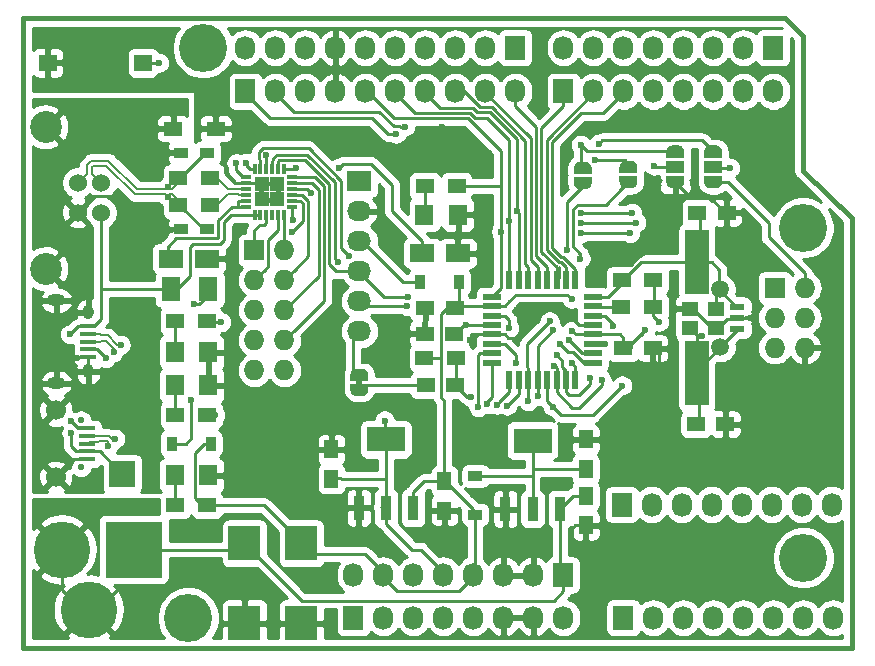
<source format=gtl>
G04 #@! TF.GenerationSoftware,KiCad,Pcbnew,5.1.0-rc1-unknown-6bb8fde~66~ubuntu16.04.1*
G04 #@! TF.CreationDate,2019-02-10T19:19:22+01:00
G04 #@! TF.ProjectId,arduino_unoPB,61726475-696e-46f5-9f75-6e6f50422e6b,rev?*
G04 #@! TF.SameCoordinates,Original*
G04 #@! TF.FileFunction,Copper,L1,Top*
G04 #@! TF.FilePolarity,Positive*
%FSLAX46Y46*%
G04 Gerber Fmt 4.6, Leading zero omitted, Abs format (unit mm)*
G04 Created by KiCad (PCBNEW 5.1.0-rc1-unknown-6bb8fde~66~ubuntu16.04.1) date 2019-02-10 19:19:22*
%MOMM*%
%LPD*%
G04 APERTURE LIST*
%ADD10C,0.400000*%
%ADD11R,2.700020X2.948940*%
%ADD12R,1.597660X1.800860*%
%ADD13R,1.727200X2.032000*%
%ADD14O,1.727200X2.032000*%
%ADD15C,4.064000*%
%ADD16R,3.250000X2.150000*%
%ADD17R,0.950000X2.150000*%
%ADD18C,0.100000*%
%ADD19C,1.000000*%
%ADD20R,1.500000X0.500000*%
%ADD21R,1.500000X1.000000*%
%ADD22R,0.850000X0.300000*%
%ADD23R,0.300000X0.850000*%
%ADD24R,1.300000X1.300000*%
%ADD25R,2.032000X1.727200*%
%ADD26O,2.032000X1.727200*%
%ADD27R,1.727200X1.727200*%
%ADD28O,1.727200X1.727200*%
%ADD29R,2.148840X1.501140*%
%ADD30R,1.220000X0.910000*%
%ADD31R,0.910000X1.220000*%
%ADD32C,1.524000*%
%ADD33C,2.700020*%
%ADD34R,1.350000X0.400000*%
%ADD35O,0.950000X1.250000*%
%ADD36O,1.550000X1.000000*%
%ADD37C,1.700000*%
%ADD38C,0.550000*%
%ADD39R,0.600000X0.500000*%
%ADD40R,2.235200X2.235200*%
%ADD41R,1.500000X1.400000*%
%ADD42R,1.600000X0.550000*%
%ADD43R,0.550000X1.600000*%
%ADD44C,1.501140*%
%ADD45R,1.998980X5.499100*%
%ADD46R,1.300000X0.600000*%
%ADD47R,1.399540X1.150620*%
%ADD48R,1.200000X0.900000*%
%ADD49R,1.600200X1.198880*%
%ADD50R,1.650000X2.030000*%
%ADD51R,1.500000X1.300000*%
%ADD52R,1.500000X1.250000*%
%ADD53R,1.250000X1.500000*%
%ADD54C,4.800600*%
%ADD55R,4.800600X4.800600*%
%ADD56C,0.600000*%
%ADD57C,0.250000*%
%ADD58C,0.200000*%
%ADD59C,0.254000*%
G04 APERTURE END LIST*
D10*
X175831500Y-66294000D02*
X111315500Y-66294000D01*
X181493160Y-83248500D02*
X177355500Y-79248000D01*
X177355500Y-79248000D02*
X177355500Y-67818000D01*
X177355500Y-67818000D02*
X175831500Y-66294000D01*
X181493160Y-83248500D02*
X181493160Y-119634000D01*
X111315500Y-119634000D02*
X181493160Y-119634000D01*
X111315500Y-66294000D02*
X111315500Y-119634000D01*
D11*
X134874000Y-110797340D03*
X134874000Y-117548660D03*
X130048000Y-110797340D03*
X130048000Y-117548660D03*
D12*
X145290540Y-82981800D03*
X148130260Y-82981800D03*
D13*
X152971500Y-68834000D03*
D14*
X150431500Y-68834000D03*
X147891500Y-68834000D03*
X145351500Y-68834000D03*
X142811500Y-68834000D03*
X140271500Y-68834000D03*
X137731500Y-68834000D03*
X135191500Y-68834000D03*
X132651500Y-68834000D03*
X130111500Y-68834000D03*
X157045660Y-117094000D03*
X154505660Y-117094000D03*
X151965660Y-117094000D03*
X149425660Y-117094000D03*
X146885660Y-117094000D03*
X144345660Y-117094000D03*
X141805660Y-117094000D03*
D13*
X139265660Y-117094000D03*
D15*
X126555500Y-68834000D03*
X177355500Y-84074000D03*
D16*
X142029180Y-101996920D03*
D17*
X139729180Y-107796920D03*
X142029180Y-107796920D03*
X144329180Y-107796920D03*
D18*
G36*
X166829029Y-77107507D02*
G01*
X166877565Y-77114706D01*
X166925162Y-77126629D01*
X166971362Y-77143159D01*
X167015718Y-77164138D01*
X167057805Y-77189364D01*
X167097217Y-77218594D01*
X167133573Y-77251546D01*
X167166525Y-77287902D01*
X167195755Y-77327314D01*
X167220981Y-77369401D01*
X167241960Y-77413757D01*
X167258490Y-77459957D01*
X167270413Y-77507554D01*
X167277612Y-77556090D01*
X167280020Y-77605099D01*
X167280020Y-77605101D01*
X167277612Y-77654110D01*
X167270413Y-77702646D01*
X167258490Y-77750243D01*
X167241960Y-77796443D01*
X167220981Y-77840799D01*
X167195755Y-77882886D01*
X167166525Y-77922298D01*
X167133573Y-77958654D01*
X167097217Y-77991606D01*
X167057805Y-78020836D01*
X167015718Y-78046062D01*
X166971362Y-78067041D01*
X166925162Y-78083571D01*
X166877565Y-78095494D01*
X166829029Y-78102693D01*
X166780020Y-78105101D01*
X166280020Y-78105101D01*
X166231011Y-78102693D01*
X166182475Y-78095494D01*
X166134878Y-78083571D01*
X166088678Y-78067041D01*
X166044322Y-78046062D01*
X166002235Y-78020836D01*
X165962823Y-77991606D01*
X165926467Y-77958654D01*
X165893515Y-77922298D01*
X165864285Y-77882886D01*
X165839059Y-77840799D01*
X165818080Y-77796443D01*
X165801550Y-77750243D01*
X165789627Y-77702646D01*
X165782428Y-77654110D01*
X165780020Y-77605101D01*
X165780020Y-77605099D01*
X165782428Y-77556090D01*
X165789627Y-77507554D01*
X165801550Y-77459957D01*
X165818080Y-77413757D01*
X165839059Y-77369401D01*
X165864285Y-77327314D01*
X165893515Y-77287902D01*
X165926467Y-77251546D01*
X165962823Y-77218594D01*
X166002235Y-77189364D01*
X166044322Y-77164138D01*
X166088678Y-77143159D01*
X166134878Y-77126629D01*
X166182475Y-77114706D01*
X166231011Y-77107507D01*
X166280020Y-77105099D01*
X166780020Y-77105099D01*
X166829029Y-77107507D01*
X166829029Y-77107507D01*
G37*
D19*
X166530020Y-77605100D03*
D20*
X166530020Y-77905100D03*
D21*
X166530020Y-78905100D03*
D18*
G36*
X166829029Y-79707507D02*
G01*
X166877565Y-79714706D01*
X166925162Y-79726629D01*
X166971362Y-79743159D01*
X167015718Y-79764138D01*
X167057805Y-79789364D01*
X167097217Y-79818594D01*
X167133573Y-79851546D01*
X167166525Y-79887902D01*
X167195755Y-79927314D01*
X167220981Y-79969401D01*
X167241960Y-80013757D01*
X167258490Y-80059957D01*
X167270413Y-80107554D01*
X167277612Y-80156090D01*
X167280020Y-80205099D01*
X167280020Y-80205101D01*
X167277612Y-80254110D01*
X167270413Y-80302646D01*
X167258490Y-80350243D01*
X167241960Y-80396443D01*
X167220981Y-80440799D01*
X167195755Y-80482886D01*
X167166525Y-80522298D01*
X167133573Y-80558654D01*
X167097217Y-80591606D01*
X167057805Y-80620836D01*
X167015718Y-80646062D01*
X166971362Y-80667041D01*
X166925162Y-80683571D01*
X166877565Y-80695494D01*
X166829029Y-80702693D01*
X166780020Y-80705101D01*
X166280020Y-80705101D01*
X166231011Y-80702693D01*
X166182475Y-80695494D01*
X166134878Y-80683571D01*
X166088678Y-80667041D01*
X166044322Y-80646062D01*
X166002235Y-80620836D01*
X165962823Y-80591606D01*
X165926467Y-80558654D01*
X165893515Y-80522298D01*
X165864285Y-80482886D01*
X165839059Y-80440799D01*
X165818080Y-80396443D01*
X165801550Y-80350243D01*
X165789627Y-80302646D01*
X165782428Y-80254110D01*
X165780020Y-80205101D01*
X165780020Y-80205099D01*
X165782428Y-80156090D01*
X165789627Y-80107554D01*
X165801550Y-80059957D01*
X165818080Y-80013757D01*
X165839059Y-79969401D01*
X165864285Y-79927314D01*
X165893515Y-79887902D01*
X165926467Y-79851546D01*
X165962823Y-79818594D01*
X166002235Y-79789364D01*
X166044322Y-79764138D01*
X166088678Y-79743159D01*
X166134878Y-79726629D01*
X166182475Y-79714706D01*
X166231011Y-79707507D01*
X166280020Y-79705099D01*
X166780020Y-79705099D01*
X166829029Y-79707507D01*
X166829029Y-79707507D01*
G37*
D19*
X166530020Y-80205100D03*
D20*
X166530020Y-79905100D03*
D22*
X130203660Y-79776000D03*
X130203660Y-80276000D03*
X130203660Y-80776000D03*
X130203660Y-81276000D03*
X130203660Y-81776000D03*
X130203660Y-82276000D03*
D23*
X130903660Y-82976000D03*
X131403660Y-82976000D03*
X131903660Y-82976000D03*
X132403660Y-82976000D03*
X132903660Y-82976000D03*
X133403660Y-82976000D03*
D22*
X134103660Y-82276000D03*
X134103660Y-81776000D03*
X134103660Y-81276000D03*
X134103660Y-80776000D03*
X134103660Y-80276000D03*
X134103660Y-79776000D03*
D23*
X133403660Y-79076000D03*
X132903660Y-79076000D03*
X132403660Y-79076000D03*
X131903660Y-79076000D03*
X131403660Y-79076000D03*
X130903660Y-79076000D03*
D24*
X132803660Y-81676000D03*
X132803660Y-80376000D03*
X131503660Y-81676000D03*
X131503660Y-80376000D03*
D25*
X139773660Y-80137000D03*
D26*
X139773660Y-82677000D03*
X139773660Y-85217000D03*
X139773660Y-87757000D03*
X139773660Y-90297000D03*
X139773660Y-92837000D03*
D27*
X130883660Y-85979000D03*
D28*
X133423660Y-85979000D03*
X130883660Y-88519000D03*
X133423660Y-88519000D03*
X130883660Y-91059000D03*
X133423660Y-91059000D03*
X130883660Y-93599000D03*
X133423660Y-93599000D03*
X130883660Y-96139000D03*
X133423660Y-96139000D03*
D29*
X126873000Y-86677500D03*
X123870720Y-86677500D03*
X145107660Y-86233000D03*
X148109940Y-86233000D03*
D12*
X124152660Y-105029000D03*
X126992380Y-105029000D03*
X127000000Y-97421700D03*
X124160280Y-97421700D03*
X127000000Y-94615000D03*
X124160280Y-94615000D03*
D30*
X149575520Y-108358180D03*
X149575520Y-105088180D03*
D31*
X144923000Y-88671400D03*
X148193000Y-88671400D03*
D32*
X117929660Y-80264000D03*
X117929660Y-82804000D03*
X115930680Y-82804000D03*
X115930680Y-80264000D03*
D33*
X113230660Y-75534520D03*
X113230660Y-87533480D03*
D34*
X116825200Y-92425100D03*
X116825200Y-93075100D03*
X116825200Y-93725100D03*
X116825200Y-94375100D03*
X116825200Y-95025100D03*
D35*
X116825200Y-91225100D03*
X116825200Y-96225100D03*
D36*
X114125200Y-90225100D03*
X114125200Y-97225100D03*
D34*
X116750660Y-101062000D03*
X116750660Y-101712000D03*
X116750660Y-102362000D03*
X116750660Y-103012000D03*
X116750660Y-103662000D03*
D37*
X114075660Y-99537000D03*
X114075660Y-105187000D03*
D38*
X116225660Y-100362000D03*
X116225660Y-104360980D03*
D39*
X139773660Y-97155000D03*
D18*
G36*
X140072669Y-96007407D02*
G01*
X140121205Y-96014606D01*
X140168802Y-96026529D01*
X140215002Y-96043059D01*
X140259358Y-96064038D01*
X140301445Y-96089264D01*
X140340857Y-96118494D01*
X140377213Y-96151446D01*
X140410165Y-96187802D01*
X140439395Y-96227214D01*
X140464621Y-96269301D01*
X140485600Y-96313657D01*
X140502130Y-96359857D01*
X140514053Y-96407454D01*
X140521252Y-96455990D01*
X140523660Y-96504999D01*
X140523660Y-96505001D01*
X140521252Y-96554010D01*
X140514053Y-96602546D01*
X140502130Y-96650143D01*
X140485600Y-96696343D01*
X140464621Y-96740699D01*
X140439395Y-96782786D01*
X140410165Y-96822198D01*
X140377213Y-96858554D01*
X140340857Y-96891506D01*
X140301445Y-96920736D01*
X140259358Y-96945962D01*
X140215002Y-96966941D01*
X140168802Y-96983471D01*
X140121205Y-96995394D01*
X140072669Y-97002593D01*
X140023660Y-97005001D01*
X139523660Y-97005001D01*
X139474651Y-97002593D01*
X139426115Y-96995394D01*
X139378518Y-96983471D01*
X139332318Y-96966941D01*
X139287962Y-96945962D01*
X139245875Y-96920736D01*
X139206463Y-96891506D01*
X139170107Y-96858554D01*
X139137155Y-96822198D01*
X139107925Y-96782786D01*
X139082699Y-96740699D01*
X139061720Y-96696343D01*
X139045190Y-96650143D01*
X139033267Y-96602546D01*
X139026068Y-96554010D01*
X139023660Y-96505001D01*
X139023660Y-96504999D01*
X139026068Y-96455990D01*
X139033267Y-96407454D01*
X139045190Y-96359857D01*
X139061720Y-96313657D01*
X139082699Y-96269301D01*
X139107925Y-96227214D01*
X139137155Y-96187802D01*
X139170107Y-96151446D01*
X139206463Y-96118494D01*
X139245875Y-96089264D01*
X139287962Y-96064038D01*
X139332318Y-96043059D01*
X139378518Y-96026529D01*
X139426115Y-96014606D01*
X139474651Y-96007407D01*
X139523660Y-96004999D01*
X140023660Y-96004999D01*
X140072669Y-96007407D01*
X140072669Y-96007407D01*
G37*
D19*
X139773660Y-96505000D03*
D18*
G36*
X140072669Y-97307407D02*
G01*
X140121205Y-97314606D01*
X140168802Y-97326529D01*
X140215002Y-97343059D01*
X140259358Y-97364038D01*
X140301445Y-97389264D01*
X140340857Y-97418494D01*
X140377213Y-97451446D01*
X140410165Y-97487802D01*
X140439395Y-97527214D01*
X140464621Y-97569301D01*
X140485600Y-97613657D01*
X140502130Y-97659857D01*
X140514053Y-97707454D01*
X140521252Y-97755990D01*
X140523660Y-97804999D01*
X140523660Y-97805001D01*
X140521252Y-97854010D01*
X140514053Y-97902546D01*
X140502130Y-97950143D01*
X140485600Y-97996343D01*
X140464621Y-98040699D01*
X140439395Y-98082786D01*
X140410165Y-98122198D01*
X140377213Y-98158554D01*
X140340857Y-98191506D01*
X140301445Y-98220736D01*
X140259358Y-98245962D01*
X140215002Y-98266941D01*
X140168802Y-98283471D01*
X140121205Y-98295394D01*
X140072669Y-98302593D01*
X140023660Y-98305001D01*
X139523660Y-98305001D01*
X139474651Y-98302593D01*
X139426115Y-98295394D01*
X139378518Y-98283471D01*
X139332318Y-98266941D01*
X139287962Y-98245962D01*
X139245875Y-98220736D01*
X139206463Y-98191506D01*
X139170107Y-98158554D01*
X139137155Y-98122198D01*
X139107925Y-98082786D01*
X139082699Y-98040699D01*
X139061720Y-97996343D01*
X139045190Y-97950143D01*
X139033267Y-97902546D01*
X139026068Y-97854010D01*
X139023660Y-97805001D01*
X139023660Y-97804999D01*
X139026068Y-97755990D01*
X139033267Y-97707454D01*
X139045190Y-97659857D01*
X139061720Y-97613657D01*
X139082699Y-97569301D01*
X139107925Y-97527214D01*
X139137155Y-97487802D01*
X139170107Y-97451446D01*
X139206463Y-97418494D01*
X139245875Y-97389264D01*
X139287962Y-97364038D01*
X139332318Y-97343059D01*
X139378518Y-97326529D01*
X139426115Y-97314606D01*
X139474651Y-97307407D01*
X139523660Y-97304999D01*
X140023660Y-97304999D01*
X140072669Y-97307407D01*
X140072669Y-97307407D01*
G37*
D19*
X139773660Y-97805000D03*
D20*
X139773660Y-97555000D03*
X139773660Y-96755000D03*
D27*
X174952660Y-89154000D03*
D28*
X177492660Y-89154000D03*
X174952660Y-91694000D03*
X177492660Y-91694000D03*
X174952660Y-94234000D03*
X177492660Y-94234000D03*
D40*
X119707660Y-104902000D03*
D41*
X113406660Y-70104000D03*
X121460260Y-70112400D03*
D42*
X159517660Y-95510000D03*
X159517660Y-94710000D03*
X159517660Y-93910000D03*
X159517660Y-93110000D03*
X159517660Y-92310000D03*
X159517660Y-91510000D03*
X159517660Y-90710000D03*
X159517660Y-89910000D03*
D43*
X158067660Y-88460000D03*
X157267660Y-88460000D03*
X156467660Y-88460000D03*
X155667660Y-88460000D03*
X154867660Y-88460000D03*
X154067660Y-88460000D03*
X153267660Y-88460000D03*
X152467660Y-88460000D03*
D42*
X151017660Y-89910000D03*
X151017660Y-90710000D03*
X151017660Y-91510000D03*
X151017660Y-92310000D03*
X151017660Y-93110000D03*
X151017660Y-93910000D03*
X151017660Y-94710000D03*
X151017660Y-95510000D03*
D43*
X152467660Y-96960000D03*
X153267660Y-96960000D03*
X154067660Y-96960000D03*
X154867660Y-96960000D03*
X155667660Y-96960000D03*
X156467660Y-96960000D03*
X157267660Y-96960000D03*
X158067660Y-96960000D03*
D17*
X156737080Y-107885820D03*
X154437080Y-107885820D03*
X152137080Y-107885820D03*
D16*
X154437080Y-102085820D03*
D44*
X170337480Y-94162880D03*
X170337480Y-89281000D03*
D45*
X168348660Y-96393000D03*
X168348660Y-86995000D03*
D46*
X171777660Y-90744000D03*
X171777660Y-92644000D03*
X171777660Y-91694000D03*
D47*
X169933620Y-92532200D03*
X167733980Y-92532200D03*
X169933620Y-90932000D03*
X167733980Y-90932000D03*
D31*
X127184660Y-102362000D03*
X123914660Y-102362000D03*
D48*
X124703660Y-84201000D03*
X126903660Y-84201000D03*
X124703660Y-77724000D03*
X126903660Y-77724000D03*
D49*
X127604520Y-75692000D03*
X124002800Y-75692000D03*
D20*
X169730420Y-79905100D03*
D18*
G36*
X170029429Y-79707507D02*
G01*
X170077965Y-79714706D01*
X170125562Y-79726629D01*
X170171762Y-79743159D01*
X170216118Y-79764138D01*
X170258205Y-79789364D01*
X170297617Y-79818594D01*
X170333973Y-79851546D01*
X170366925Y-79887902D01*
X170396155Y-79927314D01*
X170421381Y-79969401D01*
X170442360Y-80013757D01*
X170458890Y-80059957D01*
X170470813Y-80107554D01*
X170478012Y-80156090D01*
X170480420Y-80205099D01*
X170480420Y-80205101D01*
X170478012Y-80254110D01*
X170470813Y-80302646D01*
X170458890Y-80350243D01*
X170442360Y-80396443D01*
X170421381Y-80440799D01*
X170396155Y-80482886D01*
X170366925Y-80522298D01*
X170333973Y-80558654D01*
X170297617Y-80591606D01*
X170258205Y-80620836D01*
X170216118Y-80646062D01*
X170171762Y-80667041D01*
X170125562Y-80683571D01*
X170077965Y-80695494D01*
X170029429Y-80702693D01*
X169980420Y-80705101D01*
X169480420Y-80705101D01*
X169431411Y-80702693D01*
X169382875Y-80695494D01*
X169335278Y-80683571D01*
X169289078Y-80667041D01*
X169244722Y-80646062D01*
X169202635Y-80620836D01*
X169163223Y-80591606D01*
X169126867Y-80558654D01*
X169093915Y-80522298D01*
X169064685Y-80482886D01*
X169039459Y-80440799D01*
X169018480Y-80396443D01*
X169001950Y-80350243D01*
X168990027Y-80302646D01*
X168982828Y-80254110D01*
X168980420Y-80205101D01*
X168980420Y-80205099D01*
X168982828Y-80156090D01*
X168990027Y-80107554D01*
X169001950Y-80059957D01*
X169018480Y-80013757D01*
X169039459Y-79969401D01*
X169064685Y-79927314D01*
X169093915Y-79887902D01*
X169126867Y-79851546D01*
X169163223Y-79818594D01*
X169202635Y-79789364D01*
X169244722Y-79764138D01*
X169289078Y-79743159D01*
X169335278Y-79726629D01*
X169382875Y-79714706D01*
X169431411Y-79707507D01*
X169480420Y-79705099D01*
X169980420Y-79705099D01*
X170029429Y-79707507D01*
X170029429Y-79707507D01*
G37*
D19*
X169730420Y-80205100D03*
D21*
X169730420Y-78905100D03*
D20*
X169730420Y-77905100D03*
D18*
G36*
X170029429Y-77107507D02*
G01*
X170077965Y-77114706D01*
X170125562Y-77126629D01*
X170171762Y-77143159D01*
X170216118Y-77164138D01*
X170258205Y-77189364D01*
X170297617Y-77218594D01*
X170333973Y-77251546D01*
X170366925Y-77287902D01*
X170396155Y-77327314D01*
X170421381Y-77369401D01*
X170442360Y-77413757D01*
X170458890Y-77459957D01*
X170470813Y-77507554D01*
X170478012Y-77556090D01*
X170480420Y-77605099D01*
X170480420Y-77605101D01*
X170478012Y-77654110D01*
X170470813Y-77702646D01*
X170458890Y-77750243D01*
X170442360Y-77796443D01*
X170421381Y-77840799D01*
X170396155Y-77882886D01*
X170366925Y-77922298D01*
X170333973Y-77958654D01*
X170297617Y-77991606D01*
X170258205Y-78020836D01*
X170216118Y-78046062D01*
X170171762Y-78067041D01*
X170125562Y-78083571D01*
X170077965Y-78095494D01*
X170029429Y-78102693D01*
X169980420Y-78105101D01*
X169480420Y-78105101D01*
X169431411Y-78102693D01*
X169382875Y-78095494D01*
X169335278Y-78083571D01*
X169289078Y-78067041D01*
X169244722Y-78046062D01*
X169202635Y-78020836D01*
X169163223Y-77991606D01*
X169126867Y-77958654D01*
X169093915Y-77922298D01*
X169064685Y-77882886D01*
X169039459Y-77840799D01*
X169018480Y-77796443D01*
X169001950Y-77750243D01*
X168990027Y-77702646D01*
X168982828Y-77654110D01*
X168980420Y-77605101D01*
X168980420Y-77605099D01*
X168982828Y-77556090D01*
X168990027Y-77507554D01*
X169001950Y-77459957D01*
X169018480Y-77413757D01*
X169039459Y-77369401D01*
X169064685Y-77327314D01*
X169093915Y-77287902D01*
X169126867Y-77251546D01*
X169163223Y-77218594D01*
X169202635Y-77189364D01*
X169244722Y-77164138D01*
X169289078Y-77143159D01*
X169335278Y-77126629D01*
X169382875Y-77114706D01*
X169431411Y-77107507D01*
X169480420Y-77105099D01*
X169980420Y-77105099D01*
X170029429Y-77107507D01*
X170029429Y-77107507D01*
G37*
D19*
X169730420Y-77605100D03*
D50*
X123840000Y-89281000D03*
X127000000Y-89281000D03*
D51*
X126899660Y-107569000D03*
X124199660Y-107569000D03*
X164677080Y-88508840D03*
X161977080Y-88508840D03*
X147981660Y-95123000D03*
X145281660Y-95123000D03*
X164666920Y-90794840D03*
X161966920Y-90794840D03*
X145309600Y-80543400D03*
X148009600Y-80543400D03*
X126899660Y-99949000D03*
X124199660Y-99949000D03*
X124173000Y-91986100D03*
X126873000Y-91986100D03*
X124453660Y-82169000D03*
X127153660Y-82169000D03*
X127153660Y-79883000D03*
X124453660Y-79883000D03*
D52*
X164630420Y-94282260D03*
X162130420Y-94282260D03*
X170757660Y-100711000D03*
X168257660Y-100711000D03*
X168368660Y-82804000D03*
X170868660Y-82804000D03*
X145381660Y-97409000D03*
X147881660Y-97409000D03*
D53*
X158940500Y-106763500D03*
X158940500Y-109263500D03*
X158940500Y-102001000D03*
X158940500Y-104501000D03*
X146979640Y-105539220D03*
X146979640Y-108039220D03*
X137414000Y-105326500D03*
X137414000Y-102826500D03*
D52*
X147808000Y-93040200D03*
X145308000Y-93040200D03*
X147858800Y-90906600D03*
X145358800Y-90906600D03*
D54*
X114574320Y-111315500D03*
D55*
X120670320Y-111315500D03*
D54*
X116860320Y-116395500D03*
D14*
X179778660Y-107505500D03*
X177238660Y-107505500D03*
X174698660Y-107505500D03*
X172158660Y-107505500D03*
X169618660Y-107505500D03*
X167078660Y-107505500D03*
X164538660Y-107505500D03*
D13*
X161998660Y-107505500D03*
D14*
X152981660Y-72517000D03*
X150441660Y-72517000D03*
X147901660Y-72517000D03*
X145361660Y-72517000D03*
X142821660Y-72517000D03*
X140281660Y-72517000D03*
X137741660Y-72517000D03*
X135201660Y-72517000D03*
X132661660Y-72517000D03*
D13*
X130121660Y-72517000D03*
X157045660Y-72517000D03*
D14*
X159585660Y-72517000D03*
X162125660Y-72517000D03*
X164665660Y-72517000D03*
X167205660Y-72517000D03*
X169745660Y-72517000D03*
X172285660Y-72517000D03*
X174825660Y-72517000D03*
D15*
X125295660Y-117094000D03*
X177365660Y-112014000D03*
X125295660Y-117094000D03*
X126565660Y-68834000D03*
D13*
X157045660Y-113474500D03*
D14*
X154505660Y-113474500D03*
X151965660Y-113474500D03*
X149425660Y-113474500D03*
X146885660Y-113474500D03*
X144345660Y-113474500D03*
X141805660Y-113474500D03*
X139265660Y-113474500D03*
X179895500Y-117094000D03*
X177355500Y-117094000D03*
X174815500Y-117094000D03*
X172275500Y-117094000D03*
X169735500Y-117094000D03*
X167195500Y-117094000D03*
X164655500Y-117094000D03*
D13*
X162115500Y-117094000D03*
X174825660Y-68834000D03*
D14*
X172285660Y-68834000D03*
X169745660Y-68834000D03*
X167205660Y-68834000D03*
X164665660Y-68834000D03*
X162125660Y-68834000D03*
X159585660Y-68834000D03*
X157045660Y-68834000D03*
D18*
G36*
X162859009Y-78417907D02*
G01*
X162907545Y-78425106D01*
X162955142Y-78437029D01*
X163001342Y-78453559D01*
X163045698Y-78474538D01*
X163087785Y-78499764D01*
X163127197Y-78528994D01*
X163163553Y-78561946D01*
X163196505Y-78598302D01*
X163225735Y-78637714D01*
X163250961Y-78679801D01*
X163271940Y-78724157D01*
X163288470Y-78770357D01*
X163300393Y-78817954D01*
X163307592Y-78866490D01*
X163310000Y-78915499D01*
X163310000Y-78915501D01*
X163307592Y-78964510D01*
X163300393Y-79013046D01*
X163288470Y-79060643D01*
X163271940Y-79106843D01*
X163250961Y-79151199D01*
X163225735Y-79193286D01*
X163196505Y-79232698D01*
X163163553Y-79269054D01*
X163127197Y-79302006D01*
X163087785Y-79331236D01*
X163045698Y-79356462D01*
X163001342Y-79377441D01*
X162955142Y-79393971D01*
X162907545Y-79405894D01*
X162859009Y-79413093D01*
X162810000Y-79415501D01*
X162310000Y-79415501D01*
X162260991Y-79413093D01*
X162212455Y-79405894D01*
X162164858Y-79393971D01*
X162118658Y-79377441D01*
X162074302Y-79356462D01*
X162032215Y-79331236D01*
X161992803Y-79302006D01*
X161956447Y-79269054D01*
X161923495Y-79232698D01*
X161894265Y-79193286D01*
X161869039Y-79151199D01*
X161848060Y-79106843D01*
X161831530Y-79060643D01*
X161819607Y-79013046D01*
X161812408Y-78964510D01*
X161810000Y-78915501D01*
X161810000Y-78915499D01*
X161812408Y-78866490D01*
X161819607Y-78817954D01*
X161831530Y-78770357D01*
X161848060Y-78724157D01*
X161869039Y-78679801D01*
X161894265Y-78637714D01*
X161923495Y-78598302D01*
X161956447Y-78561946D01*
X161992803Y-78528994D01*
X162032215Y-78499764D01*
X162074302Y-78474538D01*
X162118658Y-78453559D01*
X162164858Y-78437029D01*
X162212455Y-78425106D01*
X162260991Y-78417907D01*
X162310000Y-78415499D01*
X162810000Y-78415499D01*
X162859009Y-78417907D01*
X162859009Y-78417907D01*
G37*
D19*
X162560000Y-78915500D03*
D18*
G36*
X162859009Y-79717907D02*
G01*
X162907545Y-79725106D01*
X162955142Y-79737029D01*
X163001342Y-79753559D01*
X163045698Y-79774538D01*
X163087785Y-79799764D01*
X163127197Y-79828994D01*
X163163553Y-79861946D01*
X163196505Y-79898302D01*
X163225735Y-79937714D01*
X163250961Y-79979801D01*
X163271940Y-80024157D01*
X163288470Y-80070357D01*
X163300393Y-80117954D01*
X163307592Y-80166490D01*
X163310000Y-80215499D01*
X163310000Y-80215501D01*
X163307592Y-80264510D01*
X163300393Y-80313046D01*
X163288470Y-80360643D01*
X163271940Y-80406843D01*
X163250961Y-80451199D01*
X163225735Y-80493286D01*
X163196505Y-80532698D01*
X163163553Y-80569054D01*
X163127197Y-80602006D01*
X163087785Y-80631236D01*
X163045698Y-80656462D01*
X163001342Y-80677441D01*
X162955142Y-80693971D01*
X162907545Y-80705894D01*
X162859009Y-80713093D01*
X162810000Y-80715501D01*
X162310000Y-80715501D01*
X162260991Y-80713093D01*
X162212455Y-80705894D01*
X162164858Y-80693971D01*
X162118658Y-80677441D01*
X162074302Y-80656462D01*
X162032215Y-80631236D01*
X161992803Y-80602006D01*
X161956447Y-80569054D01*
X161923495Y-80532698D01*
X161894265Y-80493286D01*
X161869039Y-80451199D01*
X161848060Y-80406843D01*
X161831530Y-80360643D01*
X161819607Y-80313046D01*
X161812408Y-80264510D01*
X161810000Y-80215501D01*
X161810000Y-80215499D01*
X161812408Y-80166490D01*
X161819607Y-80117954D01*
X161831530Y-80070357D01*
X161848060Y-80024157D01*
X161869039Y-79979801D01*
X161894265Y-79937714D01*
X161923495Y-79898302D01*
X161956447Y-79861946D01*
X161992803Y-79828994D01*
X162032215Y-79799764D01*
X162074302Y-79774538D01*
X162118658Y-79753559D01*
X162164858Y-79737029D01*
X162212455Y-79725106D01*
X162260991Y-79717907D01*
X162310000Y-79715499D01*
X162810000Y-79715499D01*
X162859009Y-79717907D01*
X162859009Y-79717907D01*
G37*
D19*
X162560000Y-80215500D03*
D20*
X162560000Y-79965500D03*
X162560000Y-79165500D03*
X158686500Y-79248000D03*
X158686500Y-80048000D03*
D18*
G36*
X158985509Y-79800407D02*
G01*
X159034045Y-79807606D01*
X159081642Y-79819529D01*
X159127842Y-79836059D01*
X159172198Y-79857038D01*
X159214285Y-79882264D01*
X159253697Y-79911494D01*
X159290053Y-79944446D01*
X159323005Y-79980802D01*
X159352235Y-80020214D01*
X159377461Y-80062301D01*
X159398440Y-80106657D01*
X159414970Y-80152857D01*
X159426893Y-80200454D01*
X159434092Y-80248990D01*
X159436500Y-80297999D01*
X159436500Y-80298001D01*
X159434092Y-80347010D01*
X159426893Y-80395546D01*
X159414970Y-80443143D01*
X159398440Y-80489343D01*
X159377461Y-80533699D01*
X159352235Y-80575786D01*
X159323005Y-80615198D01*
X159290053Y-80651554D01*
X159253697Y-80684506D01*
X159214285Y-80713736D01*
X159172198Y-80738962D01*
X159127842Y-80759941D01*
X159081642Y-80776471D01*
X159034045Y-80788394D01*
X158985509Y-80795593D01*
X158936500Y-80798001D01*
X158436500Y-80798001D01*
X158387491Y-80795593D01*
X158338955Y-80788394D01*
X158291358Y-80776471D01*
X158245158Y-80759941D01*
X158200802Y-80738962D01*
X158158715Y-80713736D01*
X158119303Y-80684506D01*
X158082947Y-80651554D01*
X158049995Y-80615198D01*
X158020765Y-80575786D01*
X157995539Y-80533699D01*
X157974560Y-80489343D01*
X157958030Y-80443143D01*
X157946107Y-80395546D01*
X157938908Y-80347010D01*
X157936500Y-80298001D01*
X157936500Y-80297999D01*
X157938908Y-80248990D01*
X157946107Y-80200454D01*
X157958030Y-80152857D01*
X157974560Y-80106657D01*
X157995539Y-80062301D01*
X158020765Y-80020214D01*
X158049995Y-79980802D01*
X158082947Y-79944446D01*
X158119303Y-79911494D01*
X158158715Y-79882264D01*
X158200802Y-79857038D01*
X158245158Y-79836059D01*
X158291358Y-79819529D01*
X158338955Y-79807606D01*
X158387491Y-79800407D01*
X158436500Y-79797999D01*
X158936500Y-79797999D01*
X158985509Y-79800407D01*
X158985509Y-79800407D01*
G37*
D19*
X158686500Y-80298000D03*
D18*
G36*
X158985509Y-78500407D02*
G01*
X159034045Y-78507606D01*
X159081642Y-78519529D01*
X159127842Y-78536059D01*
X159172198Y-78557038D01*
X159214285Y-78582264D01*
X159253697Y-78611494D01*
X159290053Y-78644446D01*
X159323005Y-78680802D01*
X159352235Y-78720214D01*
X159377461Y-78762301D01*
X159398440Y-78806657D01*
X159414970Y-78852857D01*
X159426893Y-78900454D01*
X159434092Y-78948990D01*
X159436500Y-78997999D01*
X159436500Y-78998001D01*
X159434092Y-79047010D01*
X159426893Y-79095546D01*
X159414970Y-79143143D01*
X159398440Y-79189343D01*
X159377461Y-79233699D01*
X159352235Y-79275786D01*
X159323005Y-79315198D01*
X159290053Y-79351554D01*
X159253697Y-79384506D01*
X159214285Y-79413736D01*
X159172198Y-79438962D01*
X159127842Y-79459941D01*
X159081642Y-79476471D01*
X159034045Y-79488394D01*
X158985509Y-79495593D01*
X158936500Y-79498001D01*
X158436500Y-79498001D01*
X158387491Y-79495593D01*
X158338955Y-79488394D01*
X158291358Y-79476471D01*
X158245158Y-79459941D01*
X158200802Y-79438962D01*
X158158715Y-79413736D01*
X158119303Y-79384506D01*
X158082947Y-79351554D01*
X158049995Y-79315198D01*
X158020765Y-79275786D01*
X157995539Y-79233699D01*
X157974560Y-79189343D01*
X157958030Y-79143143D01*
X157946107Y-79095546D01*
X157938908Y-79047010D01*
X157936500Y-78998001D01*
X157936500Y-78997999D01*
X157938908Y-78948990D01*
X157946107Y-78900454D01*
X157958030Y-78852857D01*
X157974560Y-78806657D01*
X157995539Y-78762301D01*
X158020765Y-78720214D01*
X158049995Y-78680802D01*
X158082947Y-78644446D01*
X158119303Y-78611494D01*
X158158715Y-78582264D01*
X158200802Y-78557038D01*
X158245158Y-78536059D01*
X158291358Y-78519529D01*
X158338955Y-78507606D01*
X158387491Y-78500407D01*
X158436500Y-78497999D01*
X158936500Y-78497999D01*
X158985509Y-78500407D01*
X158985509Y-78500407D01*
G37*
D19*
X158686500Y-78998000D03*
D56*
X163984940Y-92745560D03*
X157739080Y-90081100D03*
X157781774Y-92811786D03*
X131503660Y-80376000D03*
X132803660Y-81676000D03*
X132803660Y-80376000D03*
X136090660Y-93345000D03*
X149171660Y-93599000D03*
X140129260Y-95326200D03*
X131503660Y-81676000D03*
X143492998Y-92411977D03*
X166494460Y-94500870D03*
X171165520Y-96426020D03*
X166403020Y-88704420D03*
X171411900Y-87012780D03*
X125539500Y-112522000D03*
X125412500Y-110236000D03*
X127381000Y-109283500D03*
X128778000Y-105600500D03*
X134810500Y-107823000D03*
X135445500Y-114300000D03*
X136842500Y-113855500D03*
X132524500Y-117030500D03*
X129730500Y-114300000D03*
X140335000Y-110426500D03*
X147447000Y-109982000D03*
X151892000Y-110109000D03*
X149733000Y-102552500D03*
X143129000Y-105537000D03*
X145542000Y-101282500D03*
X145542000Y-101282500D03*
X158813500Y-111379000D03*
X163512500Y-111506000D03*
X165925500Y-111506000D03*
X168529000Y-111632992D03*
X171069000Y-111696500D03*
X173482000Y-111696500D03*
X161163000Y-104902000D03*
X161099500Y-102171500D03*
X145669000Y-78318799D03*
X149479000Y-78740000D03*
X146812000Y-75565000D03*
X161734500Y-75120500D03*
X173609000Y-76263500D03*
X173037500Y-83566000D03*
X177355500Y-99504500D03*
X157099000Y-80835500D03*
X150050500Y-82931000D03*
X165163500Y-98488500D03*
X171259500Y-98869500D03*
X149859994Y-99250500D03*
X150625063Y-99016601D03*
X151423569Y-99065674D03*
X152273000Y-99123500D03*
X148765260Y-92267598D03*
X154086649Y-98766006D03*
X155882072Y-92001072D03*
X157316942Y-85976989D03*
X154886660Y-98315995D03*
X156161654Y-92750629D03*
X158496000Y-86677500D03*
X149230080Y-98399600D03*
X162025628Y-97429535D03*
X156149420Y-99216017D03*
X122809004Y-70104000D03*
X141922500Y-100393500D03*
X119572978Y-93986863D03*
X123555179Y-81451000D03*
X119119181Y-101934479D03*
X115262660Y-93091000D03*
X115362557Y-100451839D03*
X123555179Y-80601000D03*
X118971936Y-94587905D03*
X118518139Y-102535521D03*
X158506160Y-77035490D03*
X143662400Y-75514200D03*
X160030160Y-76980100D03*
X159741888Y-78334888D03*
X142900400Y-76123800D03*
X138938000Y-86487000D03*
X158559500Y-84518500D03*
X162687000Y-84518500D03*
X151790400Y-84404200D03*
X158559500Y-83629500D03*
X152458056Y-83502498D03*
X163195000Y-83629500D03*
X158559500Y-82829487D03*
X153083057Y-82617033D03*
X162877500Y-82804000D03*
X157504519Y-93562218D03*
X156728160Y-93916500D03*
X157744160Y-95504000D03*
X143888460Y-89913458D03*
X159331660Y-96774000D03*
X156474160Y-94869000D03*
X143814800Y-90728800D03*
X160284160Y-96964500D03*
X156292336Y-95802595D03*
X137995660Y-87012442D03*
X134402008Y-78988660D03*
X131906924Y-77952070D03*
X130179354Y-78555306D03*
X129359660Y-78613000D03*
X134185662Y-83439000D03*
X127581660Y-99949000D03*
X134068650Y-84455000D03*
X128090712Y-92074994D03*
X119453660Y-81661000D03*
X115887660Y-95123000D03*
X120937020Y-85153500D03*
X120759220Y-91630500D03*
X120911620Y-98869500D03*
X121140220Y-102628700D03*
X116619020Y-98818700D03*
X152473660Y-92583000D03*
X153035000Y-95504000D03*
X161272220Y-92364560D03*
X171178220Y-79006700D03*
X160609278Y-93910000D03*
X164726620Y-78803500D03*
X135709660Y-81153000D03*
X138049000Y-78994000D03*
X165140640Y-92029280D03*
X168746464Y-93272505D03*
X125549660Y-98679000D03*
X125802628Y-90551000D03*
X118310660Y-95123000D03*
X115389661Y-101473000D03*
D57*
X148254660Y-90424000D02*
X147504660Y-90424000D01*
X151017660Y-90710000D02*
X148540660Y-90710000D01*
X148381660Y-90551000D02*
X148254660Y-90424000D01*
X148540660Y-90710000D02*
X148381660Y-90551000D01*
X147504660Y-90549000D02*
X147504660Y-90424000D01*
X146679659Y-91374001D02*
X147504660Y-90549000D01*
X146679659Y-93599000D02*
X146679659Y-91374001D01*
X146679659Y-95123000D02*
X146679659Y-93599000D01*
X146281660Y-95123000D02*
X146679659Y-95123000D01*
X145681660Y-95123000D02*
X146281660Y-95123000D01*
X177492660Y-87932686D02*
X174444660Y-84884686D01*
X177492660Y-89154000D02*
X177492660Y-87932686D01*
X163684941Y-93045559D02*
X163984940Y-92745560D01*
X162776660Y-94234000D02*
X162776660Y-93953840D01*
X162776660Y-93953840D02*
X163684941Y-93045559D01*
X162401660Y-94234000D02*
X162526660Y-94234000D01*
X162448240Y-94282260D02*
X163984940Y-92745560D01*
X162130420Y-94282260D02*
X162448240Y-94282260D01*
X161833160Y-93110000D02*
X162130420Y-93407260D01*
X159517660Y-93110000D02*
X161833160Y-93110000D01*
X162130420Y-93407260D02*
X162130420Y-94282260D01*
X169730420Y-80205100D02*
X171005020Y-80205100D01*
X174444660Y-83644740D02*
X174444660Y-84884686D01*
X171005020Y-80205100D02*
X174444660Y-83644740D01*
X158079988Y-93110000D02*
X157781774Y-92811786D01*
X159517660Y-93110000D02*
X158079988Y-93110000D01*
X152067660Y-90710000D02*
X152473660Y-90304000D01*
X151017660Y-90710000D02*
X152067660Y-90710000D01*
X152473660Y-90304000D02*
X152473660Y-90297000D01*
X152473660Y-90297000D02*
X153045160Y-89725500D01*
X157383480Y-89725500D02*
X157739080Y-90081100D01*
X153045160Y-89725500D02*
X157383480Y-89725500D01*
X142994270Y-114815510D02*
X141805660Y-113626900D01*
X141805660Y-113626900D02*
X141805660Y-113474500D01*
X148237050Y-114815510D02*
X142994270Y-114815510D01*
X149425660Y-113626900D02*
X148237050Y-114815510D01*
X149425660Y-113474500D02*
X149425660Y-113626900D01*
X146104640Y-105539220D02*
X146979640Y-105539220D01*
X145261880Y-105539220D02*
X146104640Y-105539220D01*
X144329180Y-106471920D02*
X145261880Y-105539220D01*
X144329180Y-107796920D02*
X144329180Y-106471920D01*
X149575520Y-113324640D02*
X149425660Y-113474500D01*
X149575520Y-108358180D02*
X149575520Y-113324640D01*
X147068220Y-105539220D02*
X146979640Y-105539220D01*
X149420520Y-107891520D02*
X147068220Y-105539220D01*
X149420520Y-108358180D02*
X149420520Y-107891520D01*
X146979640Y-98719640D02*
X146979640Y-105539220D01*
X146679659Y-98419659D02*
X146979640Y-98719640D01*
X146679659Y-95123000D02*
X146679659Y-98419659D01*
X148193000Y-90572400D02*
X147858800Y-90906600D01*
X148193000Y-88671400D02*
X148193000Y-90572400D01*
X126619000Y-102362000D02*
X127184660Y-102362000D01*
X125868549Y-103112451D02*
X126619000Y-102362000D01*
X125868549Y-106945549D02*
X125868549Y-103112451D01*
X126492000Y-107569000D02*
X125868549Y-106945549D01*
X141805660Y-113411000D02*
X141805660Y-113258600D01*
X131699000Y-107569000D02*
X126492000Y-107569000D01*
X140243560Y-111696500D02*
X135826500Y-111696500D01*
X141805660Y-113258600D02*
X140243560Y-111696500D01*
X135826500Y-111696500D02*
X131699000Y-107569000D01*
X147000020Y-108294680D02*
X146845020Y-108294680D01*
X146845020Y-108294680D02*
X146690020Y-108294680D01*
X132803660Y-81676000D02*
X132803660Y-80376000D01*
X129244660Y-80276000D02*
X130203660Y-80276000D01*
X128373660Y-77343000D02*
X128373660Y-79405000D01*
X128373660Y-79405000D02*
X129244660Y-80276000D01*
X127604520Y-75692000D02*
X129105660Y-75692000D01*
X129359660Y-75946000D02*
X129359660Y-76357000D01*
X129105660Y-75692000D02*
X129359660Y-75946000D01*
X129359660Y-76357000D02*
X128373660Y-77343000D01*
X131403660Y-80276000D02*
X131503660Y-80376000D01*
X130203660Y-80276000D02*
X131403660Y-80276000D01*
X131503660Y-81676000D02*
X132803660Y-81676000D01*
X131503660Y-80376000D02*
X132803660Y-80376000D01*
X149660660Y-93110000D02*
X149171660Y-93599000D01*
X151017660Y-93110000D02*
X149660660Y-93110000D01*
X172006260Y-82804000D02*
X172031660Y-82829400D01*
X170618660Y-82804000D02*
X172006260Y-82804000D01*
X131503660Y-80376000D02*
X131503660Y-81676000D01*
X143043483Y-92411977D02*
X143068734Y-92411977D01*
X143068734Y-92411977D02*
X143492998Y-92411977D01*
X140129260Y-95326200D02*
X143043483Y-92411977D01*
X167993862Y-90985340D02*
X167733980Y-90985340D01*
X169594062Y-92585540D02*
X167993862Y-90985340D01*
X169933620Y-92585540D02*
X169594062Y-92585540D01*
X170113120Y-92585540D02*
X170877660Y-91821000D01*
X170877660Y-91821000D02*
X171777660Y-91821000D01*
X169933620Y-92585540D02*
X170113120Y-92585540D01*
X166494460Y-94500870D02*
X166494460Y-93289120D01*
X166494460Y-93289120D02*
X166204900Y-92999560D01*
X166204900Y-88902540D02*
X166403020Y-88704420D01*
X166204900Y-92999560D02*
X166204900Y-88902540D01*
X171411900Y-87012780D02*
X171411900Y-86344760D01*
X171411900Y-86344760D02*
X172702220Y-85054440D01*
X172702220Y-83499960D02*
X172031660Y-82829400D01*
X172702220Y-85054440D02*
X172702220Y-83499960D01*
X149171660Y-93599000D02*
X149171660Y-94023264D01*
X149171660Y-94023264D02*
X149430740Y-94282344D01*
X169511760Y-81572100D02*
X170743660Y-82804000D01*
X170743660Y-82804000D02*
X170868660Y-82804000D01*
X167897020Y-81572100D02*
X169511760Y-81572100D01*
X166530020Y-80205100D02*
X167897020Y-81572100D01*
X116259784Y-116395500D02*
X116860320Y-116395500D01*
X114574320Y-114710036D02*
X116259784Y-116395500D01*
X114574320Y-111315500D02*
X114574320Y-114710036D01*
X147454660Y-85725000D02*
X147467360Y-85712300D01*
X116860320Y-116395500D02*
X117602000Y-116395500D01*
X117602000Y-116395500D02*
X119316500Y-114681000D01*
X119316500Y-114681000D02*
X123380500Y-114681000D01*
X123380500Y-114681000D02*
X125539500Y-112522000D01*
X126428500Y-110236000D02*
X127381000Y-109283500D01*
X125412500Y-110236000D02*
X126428500Y-110236000D01*
X132588000Y-105600500D02*
X134810500Y-107823000D01*
X128778000Y-105600500D02*
X132588000Y-105600500D01*
X136398000Y-114300000D02*
X136842500Y-113855500D01*
X135445500Y-114300000D02*
X136398000Y-114300000D01*
X132524500Y-116606236D02*
X132397500Y-116479236D01*
X132524500Y-117030500D02*
X132524500Y-116606236D01*
X132397500Y-116479236D02*
X132397500Y-115189000D01*
X131508500Y-114300000D02*
X129730500Y-114300000D01*
X132397500Y-115189000D02*
X131508500Y-114300000D01*
X139729180Y-109121920D02*
X139763500Y-109156240D01*
X139729180Y-107796920D02*
X139729180Y-109121920D01*
X139763500Y-109855000D02*
X140335000Y-110426500D01*
X139763500Y-109156240D02*
X139763500Y-109855000D01*
X152146000Y-107894740D02*
X152137080Y-107885820D01*
X152146000Y-109855000D02*
X152146000Y-107894740D01*
X151892000Y-110109000D02*
X152146000Y-109855000D01*
X143129000Y-105961264D02*
X143129000Y-105537000D01*
X144081500Y-109982000D02*
X143129000Y-109029500D01*
X143129000Y-109029500D02*
X143129000Y-105961264D01*
X147447000Y-109982000D02*
X144081500Y-109982000D01*
X145542000Y-103124000D02*
X145542000Y-101282500D01*
X143129000Y-105537000D02*
X145542000Y-103124000D01*
X158065500Y-109263500D02*
X157791500Y-109537500D01*
X158940500Y-109263500D02*
X158065500Y-109263500D01*
X157791500Y-109537500D02*
X157791500Y-111131000D01*
X157791500Y-111131000D02*
X158039500Y-111379000D01*
X158039500Y-111379000D02*
X158813500Y-111379000D01*
X163385500Y-111379000D02*
X163512500Y-111506000D01*
X158813500Y-111379000D02*
X163385500Y-111379000D01*
X163512500Y-111506000D02*
X165925500Y-111506000D01*
X165925500Y-111506000D02*
X168402008Y-111506000D01*
X168402008Y-111506000D02*
X168529000Y-111632992D01*
X171005492Y-111632992D02*
X171069000Y-111696500D01*
X168529000Y-111632992D02*
X171005492Y-111632992D01*
X171069000Y-111696500D02*
X173482000Y-111696500D01*
X158960500Y-101981000D02*
X158940500Y-102001000D01*
X160909000Y-101981000D02*
X158960500Y-101981000D01*
X161099500Y-102171500D02*
X160909000Y-101981000D01*
X160401000Y-105664000D02*
X161163000Y-104902000D01*
X160401000Y-109029500D02*
X160401000Y-105664000D01*
X160167000Y-109263500D02*
X160401000Y-109029500D01*
X158940500Y-109263500D02*
X160167000Y-109263500D01*
X139509500Y-77597000D02*
X146050000Y-77597000D01*
X137604500Y-75692000D02*
X139509500Y-77597000D01*
X127604520Y-75692000D02*
X137604500Y-75692000D01*
X144947201Y-77597000D02*
X145669000Y-78318799D01*
X139509500Y-77597000D02*
X144947201Y-77597000D01*
X149479000Y-78232000D02*
X146812000Y-75565000D01*
X149479000Y-78740000D02*
X149479000Y-78232000D01*
X172466000Y-75120500D02*
X173609000Y-76263500D01*
X161734500Y-75120500D02*
X172466000Y-75120500D01*
X173228000Y-83756500D02*
X173228000Y-95377000D01*
X173228000Y-95377000D02*
X177355500Y-99504500D01*
X173037500Y-83566000D02*
X173228000Y-83756500D01*
X161310236Y-75120500D02*
X160802236Y-75628500D01*
X161734500Y-75120500D02*
X161310236Y-75120500D01*
X160802236Y-75628500D02*
X158496000Y-75628500D01*
X157099000Y-77025500D02*
X157099000Y-80835500D01*
X158496000Y-75628500D02*
X157099000Y-77025500D01*
X152067660Y-93110000D02*
X151017660Y-93110000D01*
X157480000Y-91567000D02*
X156591000Y-90678000D01*
X157607000Y-91567000D02*
X157480000Y-91567000D01*
X152348659Y-93390999D02*
X152067660Y-93110000D01*
X159517660Y-92310000D02*
X158350000Y-92310000D01*
X156591000Y-90678000D02*
X155702000Y-90678000D01*
X155702000Y-90678000D02*
X155321000Y-91059000D01*
X153116001Y-93390999D02*
X152348659Y-93390999D01*
X158350000Y-92310000D02*
X157607000Y-91567000D01*
X155321000Y-91059000D02*
X155321000Y-91186000D01*
X155321000Y-91186000D02*
X153116001Y-93390999D01*
X165163500Y-94815340D02*
X164630420Y-94282260D01*
X165163500Y-98488500D02*
X165163500Y-94815340D01*
X157045660Y-114861340D02*
X157045660Y-113474500D01*
X120670320Y-111315500D02*
X130566160Y-111315500D01*
X134884160Y-115633500D02*
X156273500Y-115633500D01*
X130566160Y-111315500D02*
X134884160Y-115633500D01*
X156273500Y-115633500D02*
X157045660Y-114861340D01*
X156737080Y-113165920D02*
X157045660Y-113474500D01*
X156737080Y-107885820D02*
X156737080Y-113165920D01*
X157859400Y-106763500D02*
X158940500Y-106763500D01*
X156737080Y-107885820D02*
X157859400Y-106763500D01*
X149967660Y-94710000D02*
X149859994Y-94817666D01*
X149859994Y-98826236D02*
X149859994Y-99250500D01*
X149859994Y-94817666D02*
X149859994Y-98826236D01*
X151017660Y-94710000D02*
X149967660Y-94710000D01*
X150625063Y-98830433D02*
X150625063Y-99016601D01*
X151017660Y-95510000D02*
X151017660Y-98437836D01*
X151017660Y-98437836D02*
X150625063Y-98830433D01*
X152467660Y-98021583D02*
X151723568Y-98765675D01*
X152467660Y-96960000D02*
X152467660Y-98021583D01*
X151723568Y-98765675D02*
X151423569Y-99065674D01*
X153267660Y-96960000D02*
X153267660Y-98128840D01*
X153267660Y-98128840D02*
X152572999Y-98823501D01*
X152572999Y-98823501D02*
X152273000Y-99123500D01*
X149967660Y-92310000D02*
X151017660Y-92310000D01*
X148654660Y-92310000D02*
X149967660Y-92310000D01*
X148254660Y-92710000D02*
X148654660Y-92310000D01*
X147504660Y-92710000D02*
X148254660Y-92710000D01*
X154067660Y-98747017D02*
X154086649Y-98766006D01*
X154067660Y-96960000D02*
X154067660Y-98747017D01*
X154067660Y-95910000D02*
X153987500Y-95829840D01*
X154067660Y-96960000D02*
X154067660Y-95910000D01*
X153987500Y-93895644D02*
X155882072Y-92001072D01*
X153987500Y-95829840D02*
X153987500Y-93895644D01*
X157316942Y-81917558D02*
X157316942Y-85552725D01*
X158686500Y-80048000D02*
X158686500Y-80548000D01*
X158686500Y-80548000D02*
X157316942Y-81917558D01*
X157316942Y-85552725D02*
X157316942Y-85976989D01*
X154867660Y-96960000D02*
X154867660Y-98296995D01*
X154867660Y-98296995D02*
X154886660Y-98315995D01*
X154867660Y-94044623D02*
X156161654Y-92750629D01*
X154867660Y-96960000D02*
X154867660Y-94044623D01*
X160660002Y-82115498D02*
X162033964Y-80741536D01*
X158259498Y-82115498D02*
X160660002Y-82115498D01*
X162033964Y-80741536D02*
X162560000Y-80215500D01*
X157870998Y-85628234D02*
X157870998Y-82503998D01*
X158496000Y-86253236D02*
X157870998Y-85628234D01*
X157870998Y-82503998D02*
X158259498Y-82115498D01*
X158496000Y-86677500D02*
X158496000Y-86253236D01*
X170253660Y-87650510D02*
X170253660Y-88318594D01*
X170253660Y-88318594D02*
X170253660Y-89380060D01*
X169598150Y-86995000D02*
X170253660Y-87650510D01*
X168348660Y-86995000D02*
X169598150Y-86995000D01*
X170286720Y-89380060D02*
X171777660Y-90871000D01*
X170253660Y-89380060D02*
X170286720Y-89380060D01*
X168618660Y-86725000D02*
X168348660Y-86995000D01*
X168618660Y-82804000D02*
X168618660Y-86725000D01*
X160836260Y-89910000D02*
X160567660Y-89910000D01*
X162227260Y-88519000D02*
X160836260Y-89910000D01*
X160567660Y-89910000D02*
X159517660Y-89910000D01*
X169933620Y-89783920D02*
X170337480Y-89380060D01*
X169933620Y-90985340D02*
X169933620Y-89783920D01*
X163590920Y-86995000D02*
X164236400Y-86995000D01*
X162077080Y-88508840D02*
X163590920Y-86995000D01*
X161977080Y-88508840D02*
X162077080Y-88508840D01*
X168348660Y-86995000D02*
X164236400Y-86995000D01*
X164236400Y-86995000D02*
X164050660Y-86995000D01*
X148872260Y-98399600D02*
X147881660Y-97409000D01*
X149230080Y-98399600D02*
X148872260Y-98399600D01*
X147981660Y-97309000D02*
X147881660Y-97409000D01*
X147981660Y-95123000D02*
X147981660Y-97309000D01*
X155849421Y-98916018D02*
X156149420Y-99216017D01*
X156861759Y-99928356D02*
X156449419Y-99516016D01*
X162025628Y-97429535D02*
X159526807Y-99928356D01*
X155667660Y-98734257D02*
X155849421Y-98916018D01*
X155667660Y-96960000D02*
X155667660Y-98734257D01*
X156449419Y-99516016D02*
X156149420Y-99216017D01*
X159526807Y-99928356D02*
X156861759Y-99928356D01*
X122800604Y-70112400D02*
X122809004Y-70104000D01*
X121460260Y-70112400D02*
X122800604Y-70112400D01*
X142116440Y-107733420D02*
X141598680Y-107733420D01*
X144962880Y-111335820D02*
X146885660Y-113258600D01*
X146885660Y-113258600D02*
X146885660Y-113411000D01*
X138230900Y-105308400D02*
X142029180Y-105308400D01*
X138220420Y-105297920D02*
X138230900Y-105308400D01*
X137345420Y-105297920D02*
X138220420Y-105297920D01*
X142029180Y-101996920D02*
X142029180Y-105308400D01*
X142029180Y-105308400D02*
X142029180Y-107796920D01*
X141922500Y-101890240D02*
X142029180Y-101996920D01*
X141922500Y-100393500D02*
X141922500Y-101890240D01*
X142029180Y-109121920D02*
X144243080Y-111335820D01*
X144243080Y-111335820D02*
X144962880Y-111335820D01*
X142029180Y-107796920D02*
X142029180Y-109121920D01*
X124152660Y-107122000D02*
X124599660Y-107569000D01*
X124152660Y-105029000D02*
X124152660Y-107122000D01*
X145309600Y-82962740D02*
X145290540Y-82981800D01*
X145309600Y-80543400D02*
X145309600Y-82962740D01*
X124129800Y-99479140D02*
X124599660Y-99949000D01*
X124129800Y-97409000D02*
X124129800Y-99479140D01*
X124160280Y-91998820D02*
X124173000Y-91986100D01*
X124160280Y-94615000D02*
X124160280Y-91998820D01*
X126585660Y-84201000D02*
X126903660Y-84201000D01*
X124853660Y-82469000D02*
X126585660Y-84201000D01*
X124853660Y-82169000D02*
X124853660Y-82469000D01*
D58*
X117937701Y-93175100D02*
X118478372Y-93175100D01*
X119290135Y-93986863D02*
X119572978Y-93986863D01*
X118478372Y-93175100D02*
X119290135Y-93986863D01*
X116825200Y-93075100D02*
X117837701Y-93075100D01*
X117837701Y-93075100D02*
X117937701Y-93175100D01*
X123755179Y-81251000D02*
X123555179Y-81451000D01*
X124853660Y-82169000D02*
X123935660Y-81251000D01*
X123935660Y-81251000D02*
X123755179Y-81251000D01*
X117929660Y-80264000D02*
X117155170Y-79489510D01*
X117155170Y-79489510D02*
X117155170Y-78943690D01*
X117155170Y-78943690D02*
X117260860Y-78838000D01*
X117260860Y-78838000D02*
X118344460Y-78838000D01*
X120757460Y-81251000D02*
X123355179Y-81251000D01*
X123355179Y-81251000D02*
X123555179Y-81451000D01*
X118344460Y-78838000D02*
X120757460Y-81251000D01*
X118613859Y-101712000D02*
X116950660Y-101712000D01*
X116950660Y-101712000D02*
X116750660Y-101712000D01*
X118836338Y-101934479D02*
X118613859Y-101712000D01*
X119119181Y-101934479D02*
X118836338Y-101934479D01*
D57*
X117929660Y-83881630D02*
X117929660Y-82804000D01*
X117300200Y-92425100D02*
X117929660Y-91795640D01*
X116825200Y-92425100D02*
X117300200Y-92425100D01*
X115928560Y-92425100D02*
X115262660Y-93091000D01*
X116825200Y-92425100D02*
X115928560Y-92425100D01*
X117929660Y-89281000D02*
X117929660Y-83881630D01*
X117929660Y-91795640D02*
X117929660Y-89281000D01*
X116750660Y-101062000D02*
X115972718Y-101062000D01*
X115972718Y-101062000D02*
X115662556Y-100751838D01*
X115662556Y-100751838D02*
X115362557Y-100451839D01*
X131403660Y-82976000D02*
X130903660Y-82976000D01*
X125714496Y-85426012D02*
X125458644Y-85681864D01*
X121508520Y-89268300D02*
X121495820Y-89281000D01*
X128913808Y-82976000D02*
X128278672Y-83611136D01*
X130903660Y-82976000D02*
X128913808Y-82976000D01*
X128278672Y-83611136D02*
X128278672Y-85097401D01*
X128278672Y-85097401D02*
X127950061Y-85426012D01*
X127950061Y-85426012D02*
X125714496Y-85426012D01*
X125458644Y-85681864D02*
X125458644Y-88155356D01*
X125458644Y-88155356D02*
X124345700Y-89268300D01*
X121495820Y-89281000D02*
X117929660Y-89281000D01*
X124345700Y-89268300D02*
X121508520Y-89268300D01*
X124853660Y-79583000D02*
X124853660Y-79883000D01*
X126712660Y-77724000D02*
X124853660Y-79583000D01*
X126903660Y-77724000D02*
X126712660Y-77724000D01*
D58*
X123755179Y-80801000D02*
X123555179Y-80601000D01*
X124853660Y-79883000D02*
X123935660Y-80801000D01*
X123935660Y-80801000D02*
X123755179Y-80801000D01*
X115930680Y-80264000D02*
X116705170Y-79489510D01*
X116705170Y-79489510D02*
X116705170Y-78757290D01*
X116705170Y-78757290D02*
X117074460Y-78388000D01*
X117074460Y-78388000D02*
X118530860Y-78388000D01*
X118530860Y-78388000D02*
X120943860Y-80801000D01*
X120943860Y-80801000D02*
X123355179Y-80801000D01*
X123355179Y-80801000D02*
X123555179Y-80601000D01*
X118291974Y-93625100D02*
X118971936Y-94305062D01*
X117837701Y-93725100D02*
X117937701Y-93625100D01*
X116825200Y-93725100D02*
X117837701Y-93725100D01*
X117937701Y-93625100D02*
X118291974Y-93625100D01*
X118971936Y-94305062D02*
X118971936Y-94587905D01*
X116900659Y-102212001D02*
X116750660Y-102362000D01*
X118518139Y-102535521D02*
X118518139Y-102252678D01*
X117715662Y-102162000D02*
X117665661Y-102212001D01*
X117665661Y-102212001D02*
X116900659Y-102212001D01*
X118518139Y-102252678D02*
X118427461Y-102162000D01*
X118427461Y-102162000D02*
X117715662Y-102162000D01*
D57*
X166530020Y-77605100D02*
X159075770Y-77605100D01*
X159075770Y-77605100D02*
X158806159Y-77335489D01*
X158806159Y-77335489D02*
X158506160Y-77035490D01*
X158506160Y-78817660D02*
X158686500Y-78998000D01*
X158506160Y-77035490D02*
X158506160Y-78817660D01*
X143222735Y-75498799D02*
X143238136Y-75514200D01*
X141447436Y-74231500D02*
X142714735Y-75498799D01*
X134223760Y-74231500D02*
X141447436Y-74231500D01*
X132661660Y-72669400D02*
X134223760Y-74231500D01*
X132661660Y-72517000D02*
X132661660Y-72669400D01*
X143238136Y-75514200D02*
X143662400Y-75514200D01*
X142714735Y-75498799D02*
X143222735Y-75498799D01*
X169204384Y-77079064D02*
X169730420Y-77605100D01*
X168805421Y-76680101D02*
X169204384Y-77079064D01*
X160330159Y-76680101D02*
X168805421Y-76680101D01*
X160030160Y-76980100D02*
X160330159Y-76680101D01*
X162560000Y-78665500D02*
X162560000Y-79165500D01*
X162229388Y-78334888D02*
X162560000Y-78665500D01*
X159741888Y-78334888D02*
X162229388Y-78334888D01*
X130121660Y-72517000D02*
X130121660Y-72669400D01*
X132204460Y-74752200D02*
X140817600Y-74752200D01*
X130121660Y-72669400D02*
X132204460Y-74752200D01*
X142189200Y-76123800D02*
X142900400Y-76123800D01*
X140817600Y-74752200D02*
X142189200Y-76123800D01*
X139247624Y-95978964D02*
X139247624Y-93363036D01*
X139247624Y-93363036D02*
X139773660Y-92837000D01*
X139773660Y-96505000D02*
X139247624Y-95978964D01*
X131606923Y-77327069D02*
X135493069Y-77327069D01*
X131403660Y-78373808D02*
X131281923Y-78252071D01*
X138257001Y-80091001D02*
X138257001Y-85806001D01*
X131281923Y-78252071D02*
X131281923Y-77652069D01*
X131403660Y-79076000D02*
X131403660Y-78373808D01*
X135493069Y-77327069D02*
X138257001Y-80091001D01*
X138638001Y-86187001D02*
X138938000Y-86487000D01*
X131281923Y-77652069D02*
X131606923Y-77327069D01*
X138257001Y-85806001D02*
X138638001Y-86187001D01*
X158559500Y-84518500D02*
X162687000Y-84518500D01*
X151017660Y-89910000D02*
X151739600Y-89188060D01*
X151790400Y-87299800D02*
X151790400Y-84404200D01*
X151739600Y-87350600D02*
X151790400Y-87299800D01*
X151739600Y-89188060D02*
X151739600Y-87350600D01*
X140281660Y-72517000D02*
X140410070Y-72517000D01*
X140410070Y-72517000D02*
X142708770Y-74815700D01*
X142708770Y-74815700D02*
X148997780Y-74815700D01*
X148997780Y-74815700D02*
X149390122Y-75208043D01*
X151790400Y-77608321D02*
X151398079Y-77216000D01*
X149390122Y-75208043D02*
X151398079Y-77216000D01*
X151765000Y-80543400D02*
X151790400Y-80518000D01*
X148009600Y-80543400D02*
X151765000Y-80543400D01*
X151790400Y-80518000D02*
X151790400Y-77608321D01*
X151790400Y-84404200D02*
X151790400Y-80518000D01*
X152467660Y-84518500D02*
X152467660Y-88460000D01*
X144517949Y-74365689D02*
X149184180Y-74365689D01*
X142821660Y-72669400D02*
X144517949Y-74365689D01*
X152458056Y-82440499D02*
X152458056Y-84508896D01*
X149576522Y-74758032D02*
X150621062Y-74758032D01*
X152467660Y-76604630D02*
X152467660Y-82430895D01*
X152467660Y-82430895D02*
X152458056Y-82440499D01*
X142821660Y-72517000D02*
X142821660Y-72669400D01*
X150621062Y-74758032D02*
X152467660Y-76604630D01*
X149184180Y-74365689D02*
X149576522Y-74758032D01*
X152467660Y-84518500D02*
X152458056Y-84508896D01*
X152458056Y-84508896D02*
X152458056Y-83502498D01*
X158559500Y-83629500D02*
X163195000Y-83629500D01*
X150807461Y-74308021D02*
X153083057Y-76583617D01*
X153267660Y-88460000D02*
X153267660Y-82801636D01*
X146607938Y-73915678D02*
X149370580Y-73915678D01*
X153083057Y-76583617D02*
X153083057Y-82192769D01*
X153267660Y-82801636D02*
X153083057Y-82617033D01*
X149370580Y-73915678D02*
X149762922Y-74308021D01*
X149762922Y-74308021D02*
X150807461Y-74308021D01*
X153083057Y-82192769D02*
X153083057Y-82617033D01*
X145361660Y-72517000D02*
X145361660Y-72669400D01*
X145361660Y-72669400D02*
X146607938Y-73915678D01*
X158559500Y-82829487D02*
X162852013Y-82829487D01*
X162852013Y-82829487D02*
X162877500Y-82804000D01*
X153838582Y-76702732D02*
X153838582Y-87180922D01*
X153838582Y-87180922D02*
X154067660Y-87410000D01*
X147901660Y-72517000D02*
X148608312Y-72517000D01*
X150993860Y-73858010D02*
X153838582Y-76702732D01*
X154067660Y-87410000D02*
X154067660Y-88460000D01*
X148608312Y-72517000D02*
X149949322Y-73858010D01*
X149949322Y-73858010D02*
X150993860Y-73858010D01*
X150441660Y-72517000D02*
X150441660Y-72669400D01*
X154288593Y-76516333D02*
X154288593Y-86830933D01*
X154288593Y-86830933D02*
X154867660Y-87410000D01*
X150441660Y-72669400D02*
X154288593Y-76516333D01*
X154867660Y-87410000D02*
X154867660Y-88460000D01*
X154738604Y-75539944D02*
X152981660Y-73783000D01*
X155667660Y-88460000D02*
X155667660Y-87410000D01*
X154738604Y-86480944D02*
X154738604Y-75539944D01*
X155667660Y-87410000D02*
X154738604Y-86480944D01*
X152981660Y-73783000D02*
X152981660Y-72517000D01*
X156667659Y-87446409D02*
X156649421Y-87428171D01*
X156667659Y-88260001D02*
X156667659Y-87446409D01*
X156467660Y-88460000D02*
X156667659Y-88260001D01*
X155188615Y-86130955D02*
X155188615Y-75640045D01*
X156467660Y-87410000D02*
X155188615Y-86130955D01*
X155188615Y-75640045D02*
X157045660Y-73783000D01*
X157045660Y-73783000D02*
X157045660Y-72517000D01*
X156467660Y-88460000D02*
X156467660Y-87410000D01*
X156672232Y-86978162D02*
X156835822Y-86978162D01*
X155638624Y-76616436D02*
X155638624Y-85944554D01*
X156835822Y-86978162D02*
X157267660Y-87410000D01*
X159585660Y-72669400D02*
X155638624Y-76616436D01*
X155638624Y-85944554D02*
X156672232Y-86978162D01*
X157267660Y-87410000D02*
X157267660Y-88460000D01*
X159585660Y-72517000D02*
X159585660Y-72669400D01*
X158067660Y-87573590D02*
X158067660Y-88460000D01*
X156088633Y-85758153D02*
X156858631Y-86528151D01*
X162125660Y-72517000D02*
X162125660Y-72669400D01*
X156858631Y-86528151D02*
X157022222Y-86528151D01*
X158559500Y-74358500D02*
X156088633Y-76829367D01*
X157022222Y-86528151D02*
X158067660Y-87573590D01*
X156088633Y-76829367D02*
X156088633Y-85758153D01*
X162125660Y-72669400D02*
X160436560Y-74358500D01*
X160436560Y-74358500D02*
X158559500Y-74358500D01*
X157804518Y-93862217D02*
X157504519Y-93562218D01*
X159517660Y-94710000D02*
X158652301Y-94710000D01*
X158652301Y-94710000D02*
X157804518Y-93862217D01*
X157871160Y-94615000D02*
X158766160Y-95510000D01*
X157426660Y-94615000D02*
X157871160Y-94615000D01*
X158766160Y-95510000D02*
X159517660Y-95510000D01*
X156728160Y-93916500D02*
X157426660Y-94615000D01*
X158067660Y-96960000D02*
X158067660Y-95910000D01*
X158067660Y-95827500D02*
X157744160Y-95504000D01*
X158067660Y-96960000D02*
X158067660Y-95827500D01*
X157267660Y-96960000D02*
X157267660Y-98010000D01*
X157267660Y-98010000D02*
X157492160Y-98234500D01*
X159331660Y-97261764D02*
X159331660Y-97198264D01*
X157492160Y-98234500D02*
X158358924Y-98234500D01*
X159331660Y-97198264D02*
X159331660Y-96774000D01*
X158358924Y-98234500D02*
X159331660Y-97261764D01*
X156918660Y-95313500D02*
X156474160Y-94869000D01*
X156918660Y-95821500D02*
X156918660Y-95313500D01*
X157267660Y-96170500D02*
X156918660Y-95821500D01*
X157267660Y-96960000D02*
X157267660Y-96170500D01*
X138507660Y-87757000D02*
X139773660Y-87757000D01*
X132993659Y-78325999D02*
X135174107Y-78325999D01*
X137234678Y-84670552D02*
X137234681Y-84670555D01*
X132928659Y-78390999D02*
X132993659Y-78325999D01*
X132903660Y-79076000D02*
X132928659Y-79051001D01*
X137234681Y-80386573D02*
X137234678Y-84670552D01*
X137234681Y-87159009D02*
X137832672Y-87757000D01*
X132928659Y-79051001D02*
X132928659Y-78390999D01*
X135174107Y-78325999D02*
X137234681Y-80386573D01*
X137832672Y-87757000D02*
X138507660Y-87757000D01*
X137234681Y-84670555D02*
X137234681Y-87159009D01*
X143885918Y-89916000D02*
X143888460Y-89913458D01*
X141859000Y-89916000D02*
X143885918Y-89916000D01*
X139773660Y-87830660D02*
X141859000Y-89916000D01*
X139773660Y-87757000D02*
X139773660Y-87830660D01*
X156467660Y-98010000D02*
X157777234Y-99319574D01*
X160284160Y-97388764D02*
X160284160Y-96964500D01*
X157777234Y-99319574D02*
X158353350Y-99319574D01*
X156467660Y-96960000D02*
X156467660Y-98010000D01*
X158353350Y-99319574D02*
X160284160Y-97388764D01*
X156467660Y-96960000D02*
X156467660Y-95910000D01*
X156360255Y-95802595D02*
X156292336Y-95802595D01*
X156467660Y-95910000D02*
X156360255Y-95802595D01*
X132807253Y-77875994D02*
X135360512Y-77875994D01*
X137695661Y-86712443D02*
X137995660Y-87012442D01*
X132478648Y-78326012D02*
X132478648Y-78204599D01*
X135360512Y-77875994D02*
X137684692Y-80200174D01*
X132478648Y-78204599D02*
X132807253Y-77875994D01*
X137684692Y-80200174D02*
X137684692Y-86701474D01*
X137684692Y-86701474D02*
X137695661Y-86712443D01*
X132403660Y-79076000D02*
X132403660Y-78401000D01*
X132403660Y-78401000D02*
X132478648Y-78326012D01*
X143390536Y-90728800D02*
X143814800Y-90728800D01*
X140205460Y-90728800D02*
X143390536Y-90728800D01*
X139773660Y-90297000D02*
X140205460Y-90728800D01*
X131724662Y-83829998D02*
X131345658Y-83829998D01*
X131903660Y-83651000D02*
X131724662Y-83829998D01*
X130883660Y-84291996D02*
X130883660Y-84865400D01*
X131903660Y-82976000D02*
X131903660Y-83651000D01*
X130883660Y-84865400D02*
X130883660Y-85979000D01*
X131345658Y-83829998D02*
X130883660Y-84291996D01*
X134103660Y-79776000D02*
X135987698Y-79776000D01*
X135987698Y-79776000D02*
X136784671Y-80572973D01*
X134287259Y-92735401D02*
X133423660Y-93599000D01*
X136784671Y-90237989D02*
X134287259Y-92735401D01*
X136784671Y-80572973D02*
X136784671Y-90237989D01*
X136334660Y-88148000D02*
X133423660Y-91059000D01*
X136334660Y-80852996D02*
X136334660Y-88148000D01*
X135757664Y-80276000D02*
X136334660Y-80852996D01*
X134103660Y-80276000D02*
X135757664Y-80276000D01*
X134314668Y-79076000D02*
X134402008Y-78988660D01*
X133403660Y-79076000D02*
X134314668Y-79076000D01*
X134287259Y-87655401D02*
X133423660Y-88519000D01*
X134103660Y-81276000D02*
X134915070Y-81276000D01*
X135442871Y-86499789D02*
X134287259Y-87655401D01*
X135442871Y-84553130D02*
X135442871Y-86499789D01*
X134915070Y-81276000D02*
X135443669Y-81804599D01*
X135443669Y-84552332D02*
X135442871Y-84553130D01*
X135443669Y-81804599D02*
X135443669Y-84552332D01*
X131903660Y-77955334D02*
X131906924Y-77952070D01*
X131903660Y-79076000D02*
X131903660Y-77955334D01*
X133403660Y-85959000D02*
X133423660Y-85979000D01*
X133403660Y-82976000D02*
X133403660Y-85959000D01*
X130903660Y-79076000D02*
X130503660Y-79076000D01*
X130179354Y-78751694D02*
X130179354Y-78555306D01*
X130503660Y-79076000D02*
X130179354Y-78751694D01*
X131747259Y-87655401D02*
X130883660Y-88519000D01*
X132903660Y-82976000D02*
X132903660Y-84282380D01*
X132072261Y-85113779D02*
X132072261Y-87330399D01*
X132903660Y-84282380D02*
X132072261Y-85113779D01*
X132072261Y-87330399D02*
X131747259Y-87655401D01*
X129359660Y-79037264D02*
X129359660Y-78613000D01*
X129928660Y-79776000D02*
X129359660Y-79207000D01*
X129359660Y-79207000D02*
X129359660Y-79037264D01*
X130203660Y-79776000D02*
X129928660Y-79776000D01*
X159602500Y-90794840D02*
X159517660Y-90710000D01*
X161966920Y-90794840D02*
X159602500Y-90794840D01*
X134103660Y-82276000D02*
X134103660Y-83356998D01*
X134103660Y-83356998D02*
X134185662Y-83439000D01*
X126499660Y-99949000D02*
X127581660Y-99949000D01*
X134993659Y-83529991D02*
X134368649Y-84155001D01*
X134993659Y-81990999D02*
X134993659Y-83529991D01*
X134368649Y-84155001D02*
X134068650Y-84455000D01*
X134103660Y-81776000D02*
X134778660Y-81776000D01*
X134778660Y-81776000D02*
X134993659Y-81990999D01*
X126560660Y-92075000D02*
X126560666Y-92074994D01*
X127666448Y-92074994D02*
X128090712Y-92074994D01*
X126560666Y-92074994D02*
X127666448Y-92074994D01*
X115600660Y-103662000D02*
X114075660Y-105187000D01*
X116750660Y-103662000D02*
X115600660Y-103662000D01*
X116825200Y-95025100D02*
X116825200Y-96225100D01*
X115985560Y-95025100D02*
X115887660Y-95123000D01*
X116825200Y-95025100D02*
X115985560Y-95025100D01*
X119029396Y-81661000D02*
X118775396Y-81407000D01*
X119453660Y-81661000D02*
X119029396Y-81661000D01*
X118775396Y-81407000D02*
X117167660Y-81407000D01*
X117167660Y-81567020D02*
X115930680Y-82804000D01*
X117167660Y-81407000D02*
X117167660Y-81567020D01*
X119453660Y-83670140D02*
X120937020Y-85153500D01*
X119453660Y-81661000D02*
X119453660Y-83670140D01*
X120759220Y-98717100D02*
X120911620Y-98869500D01*
X120759220Y-91630500D02*
X120759220Y-98717100D01*
X116669820Y-98869500D02*
X116619020Y-98818700D01*
X120911620Y-98869500D02*
X116669820Y-98869500D01*
D58*
X126753660Y-82169000D02*
X127728661Y-82169000D01*
X128646661Y-81251000D02*
X129541159Y-81251000D01*
X129566159Y-81276000D02*
X130203660Y-81276000D01*
X129541159Y-81251000D02*
X129566159Y-81276000D01*
X127728661Y-82169000D02*
X128646661Y-81251000D01*
D57*
X126753660Y-79883000D02*
X126753660Y-80325000D01*
D58*
X129541159Y-80801000D02*
X129566159Y-80776000D01*
X128646661Y-80801000D02*
X129541159Y-80801000D01*
X129566159Y-80776000D02*
X130203660Y-80776000D01*
X127728661Y-79883000D02*
X128646661Y-80801000D01*
X126753660Y-79883000D02*
X127728661Y-79883000D01*
D57*
X177365660Y-107569000D02*
X177365660Y-107721400D01*
X152473660Y-91916000D02*
X152473660Y-92158736D01*
X152067660Y-91510000D02*
X152473660Y-91916000D01*
X152473660Y-92158736D02*
X152473660Y-92583000D01*
X151017660Y-91510000D02*
X152067660Y-91510000D01*
X153035000Y-95079736D02*
X153035000Y-95504000D01*
X152067660Y-93910000D02*
X153035000Y-94877340D01*
X151017660Y-93910000D02*
X152067660Y-93910000D01*
X153035000Y-94877340D02*
X153035000Y-95079736D01*
X159517660Y-91510000D02*
X160567660Y-91510000D01*
X160567660Y-91510000D02*
X161272220Y-92214560D01*
X161272220Y-92214560D02*
X161272220Y-92364560D01*
X169832020Y-79006700D02*
X169730420Y-78905100D01*
X171178220Y-79006700D02*
X169832020Y-79006700D01*
X159517660Y-93910000D02*
X160609278Y-93910000D01*
X164828220Y-78905100D02*
X164726620Y-78803500D01*
X166530020Y-78905100D02*
X164828220Y-78905100D01*
X135332660Y-80776000D02*
X135409661Y-80853001D01*
X135409661Y-80853001D02*
X135709660Y-81153000D01*
X134103660Y-80776000D02*
X135332660Y-80776000D01*
X142544800Y-80443538D02*
X140795263Y-78694001D01*
X138348999Y-78694001D02*
X138049000Y-78994000D01*
X145107660Y-85232430D02*
X142544800Y-82669570D01*
X145107660Y-86233000D02*
X145107660Y-85232430D01*
X142544800Y-82669570D02*
X142544800Y-80443538D01*
X140795263Y-78694001D02*
X138348999Y-78694001D01*
X139773660Y-85217000D02*
X140027660Y-85217000D01*
X143482060Y-88671400D02*
X142618460Y-87807800D01*
X144923000Y-88671400D02*
X143482060Y-88671400D01*
X140027660Y-85217000D02*
X142618460Y-87807800D01*
X124048520Y-86360000D02*
X124372370Y-86360000D01*
X130203660Y-81776000D02*
X129528660Y-81776000D01*
X130203660Y-82276000D02*
X129519680Y-82276000D01*
X129528660Y-81776000D02*
X129519680Y-81784980D01*
X129519680Y-81784980D02*
X129519680Y-82276000D01*
X129519680Y-82276000D02*
X128977396Y-82276000D01*
X127763661Y-84976001D02*
X124251609Y-84976001D01*
X128977396Y-82276000D02*
X127828661Y-83424735D01*
X124251609Y-84976001D02*
X123550680Y-85676930D01*
X127828661Y-83424735D02*
X127828661Y-84911001D01*
X123550680Y-85676930D02*
X123550680Y-86677500D01*
X127828661Y-84911001D02*
X127763661Y-84976001D01*
X171744600Y-92771000D02*
X170253660Y-94261940D01*
X171777660Y-92771000D02*
X171744600Y-92771000D01*
X168348660Y-96166940D02*
X168348660Y-96393000D01*
X170253660Y-94261940D02*
X168348660Y-96166940D01*
X164726660Y-88519000D02*
X164726660Y-90805000D01*
X168507660Y-96552000D02*
X168348660Y-96393000D01*
X168507660Y-100711000D02*
X168507660Y-96552000D01*
X164666920Y-91555560D02*
X165140640Y-92029280D01*
X164666920Y-90794840D02*
X164666920Y-91555560D01*
X168469605Y-93272505D02*
X168746464Y-93272505D01*
X168348660Y-96393000D02*
X168348660Y-93393450D01*
X168348660Y-93393450D02*
X168469605Y-93272505D01*
X168420945Y-93272505D02*
X167733980Y-92585540D01*
X168746464Y-93272505D02*
X168420945Y-93272505D01*
X139919660Y-97409000D02*
X139773660Y-97555000D01*
X145631660Y-97409000D02*
X139919660Y-97409000D01*
X154437080Y-102085820D02*
X154437080Y-103410820D01*
X154437080Y-105473500D02*
X154437080Y-107885820D01*
X150435520Y-105088180D02*
X150439840Y-105092500D01*
X149575520Y-105088180D02*
X150435520Y-105088180D01*
X150439840Y-105092500D02*
X154437080Y-105092500D01*
X154437080Y-105092500D02*
X154437080Y-105473500D01*
X158045500Y-104521000D02*
X154437080Y-104521000D01*
X158065500Y-104501000D02*
X158045500Y-104521000D01*
X158940500Y-104501000D02*
X158065500Y-104501000D01*
X154437080Y-103410820D02*
X154437080Y-104521000D01*
X154437080Y-104521000D02*
X154437080Y-105092500D01*
X126178660Y-90551000D02*
X125802628Y-90551000D01*
X127003660Y-89281000D02*
X127003660Y-89726000D01*
X127003660Y-89726000D02*
X126178660Y-90551000D01*
X125549660Y-99103264D02*
X125549660Y-98679000D01*
X125095000Y-102362000D02*
X125549660Y-101907340D01*
X125549660Y-101907340D02*
X125549660Y-99103264D01*
X123914660Y-102362000D02*
X125095000Y-102362000D01*
X117817660Y-103012000D02*
X116750660Y-103012000D01*
X117562760Y-94375100D02*
X116825200Y-94375100D01*
X118310660Y-95123000D02*
X117562760Y-94375100D01*
X119707660Y-104902000D02*
X117817660Y-103012000D01*
X115389661Y-102576001D02*
X115389661Y-101897264D01*
X116750660Y-103012000D02*
X115825660Y-103012000D01*
X115389661Y-101897264D02*
X115389661Y-101473000D01*
X115825660Y-103012000D02*
X115389661Y-102576001D01*
D59*
G36*
X125222000Y-74613634D02*
G01*
X125207689Y-74599323D01*
X125103685Y-74529830D01*
X124988123Y-74481963D01*
X124865442Y-74457560D01*
X124288550Y-74457560D01*
X124129800Y-74616310D01*
X124129800Y-75565000D01*
X124149800Y-75565000D01*
X124149800Y-75819000D01*
X124129800Y-75819000D01*
X124129800Y-75839000D01*
X123875800Y-75839000D01*
X123875800Y-75819000D01*
X122726450Y-75819000D01*
X122567700Y-75977750D01*
X122567700Y-76353982D01*
X122592103Y-76476663D01*
X122639970Y-76592225D01*
X122709463Y-76696229D01*
X122797911Y-76784677D01*
X122901915Y-76854170D01*
X123017477Y-76902037D01*
X123140158Y-76926440D01*
X123572184Y-76926440D01*
X123540930Y-76973215D01*
X123493063Y-77088777D01*
X123468660Y-77211458D01*
X123468660Y-77438250D01*
X123627410Y-77597000D01*
X124576660Y-77597000D01*
X124576660Y-77577000D01*
X124830660Y-77577000D01*
X124830660Y-77597000D01*
X124850660Y-77597000D01*
X124850660Y-77851000D01*
X124830660Y-77851000D01*
X124830660Y-77871000D01*
X124576660Y-77871000D01*
X124576660Y-77851000D01*
X123627410Y-77851000D01*
X123468660Y-78009750D01*
X123468660Y-78236542D01*
X123493063Y-78359223D01*
X123540930Y-78474785D01*
X123610423Y-78578789D01*
X123633474Y-78601840D01*
X123579178Y-78607188D01*
X123459480Y-78643498D01*
X123349166Y-78702463D01*
X123252475Y-78781815D01*
X123173123Y-78878506D01*
X123114158Y-78988820D01*
X123077848Y-79108518D01*
X123065588Y-79233000D01*
X123065588Y-79803619D01*
X122959151Y-79874738D01*
X122828917Y-80004972D01*
X122788139Y-80066000D01*
X121248307Y-80066000D01*
X119076119Y-77893812D01*
X119053098Y-77865762D01*
X118941180Y-77773913D01*
X118813493Y-77705663D01*
X118674945Y-77663635D01*
X118566965Y-77653000D01*
X118530860Y-77649444D01*
X118494755Y-77653000D01*
X117110565Y-77653000D01*
X117074460Y-77649444D01*
X117038355Y-77653000D01*
X116930375Y-77663635D01*
X116791827Y-77705663D01*
X116664140Y-77773913D01*
X116552222Y-77865762D01*
X116529201Y-77893813D01*
X116210978Y-78212036D01*
X116182933Y-78235052D01*
X116091084Y-78346970D01*
X116084535Y-78359223D01*
X116022834Y-78474657D01*
X115980805Y-78613205D01*
X115966614Y-78757290D01*
X115970170Y-78793395D01*
X115970170Y-78867000D01*
X115793088Y-78867000D01*
X115523190Y-78920686D01*
X115268953Y-79025995D01*
X115040145Y-79178880D01*
X114845560Y-79373465D01*
X114692675Y-79602273D01*
X114587366Y-79856510D01*
X114533680Y-80126408D01*
X114533680Y-80401592D01*
X114587366Y-80671490D01*
X114692675Y-80925727D01*
X114845560Y-81154535D01*
X115040145Y-81349120D01*
X115268953Y-81502005D01*
X115340623Y-81531692D01*
X115327657Y-81536364D01*
X115211700Y-81598344D01*
X115144720Y-81838435D01*
X115930680Y-82624395D01*
X116716640Y-81838435D01*
X116649660Y-81598344D01*
X116513920Y-81534515D01*
X116592407Y-81502005D01*
X116821215Y-81349120D01*
X116930170Y-81240165D01*
X117039125Y-81349120D01*
X117267933Y-81502005D01*
X117345175Y-81534000D01*
X117267933Y-81565995D01*
X117039125Y-81718880D01*
X116844540Y-81913465D01*
X116691655Y-82142273D01*
X116634833Y-82279452D01*
X116110285Y-82804000D01*
X116634833Y-83328548D01*
X116691655Y-83465727D01*
X116844540Y-83694535D01*
X117039125Y-83889120D01*
X117169661Y-83976342D01*
X117169660Y-89243667D01*
X117165983Y-89281000D01*
X117169661Y-89318343D01*
X117169661Y-90023052D01*
X117123138Y-90005832D01*
X116952200Y-90132366D01*
X116952200Y-91098100D01*
X116972200Y-91098100D01*
X116972200Y-91352100D01*
X116952200Y-91352100D01*
X116952200Y-91372100D01*
X116698200Y-91372100D01*
X116698200Y-91352100D01*
X115872636Y-91352100D01*
X115723970Y-91526231D01*
X115761120Y-91681695D01*
X115636313Y-91719554D01*
X115504284Y-91790126D01*
X115388559Y-91885099D01*
X115364760Y-91914098D01*
X115111011Y-92167847D01*
X114989931Y-92191932D01*
X114819771Y-92262414D01*
X114666632Y-92364738D01*
X114536398Y-92494972D01*
X114434074Y-92648111D01*
X114363592Y-92818271D01*
X114327660Y-92998911D01*
X114327660Y-93183089D01*
X114363592Y-93363729D01*
X114434074Y-93533889D01*
X114536398Y-93687028D01*
X114666632Y-93817262D01*
X114819771Y-93919586D01*
X114989931Y-93990068D01*
X115170571Y-94026000D01*
X115354749Y-94026000D01*
X115518851Y-93993358D01*
X115524388Y-94049582D01*
X115524545Y-94050100D01*
X115524388Y-94050618D01*
X115512128Y-94175100D01*
X115512128Y-94575100D01*
X115524388Y-94699582D01*
X115526405Y-94706230D01*
X115515200Y-94762558D01*
X115515200Y-94766350D01*
X115557462Y-94808612D01*
X115560698Y-94819280D01*
X115619663Y-94929594D01*
X115699015Y-95026285D01*
X115795706Y-95105637D01*
X115832118Y-95125100D01*
X115673950Y-95125100D01*
X115515200Y-95283850D01*
X115515200Y-95287642D01*
X115539603Y-95410323D01*
X115587470Y-95525885D01*
X115656963Y-95629889D01*
X115745411Y-95718337D01*
X115769294Y-95734295D01*
X115723970Y-95923969D01*
X115872636Y-96098100D01*
X116698200Y-96098100D01*
X116698200Y-96078100D01*
X116952200Y-96078100D01*
X116952200Y-96098100D01*
X117777764Y-96098100D01*
X117893687Y-95962321D01*
X118037931Y-96022068D01*
X118218571Y-96058000D01*
X118402749Y-96058000D01*
X118583389Y-96022068D01*
X118753549Y-95951586D01*
X118906688Y-95849262D01*
X119036922Y-95719028D01*
X119139246Y-95565889D01*
X119165403Y-95502739D01*
X119244665Y-95486973D01*
X119414825Y-95416491D01*
X119567964Y-95314167D01*
X119698198Y-95183933D01*
X119800522Y-95030794D01*
X119863595Y-94878522D01*
X120015867Y-94815449D01*
X120169006Y-94713125D01*
X120299240Y-94582891D01*
X120401564Y-94429752D01*
X120472046Y-94259592D01*
X120507978Y-94078952D01*
X120507978Y-93894774D01*
X120472046Y-93714134D01*
X120401564Y-93543974D01*
X120299240Y-93390835D01*
X120169006Y-93260601D01*
X120015867Y-93158277D01*
X119845707Y-93087795D01*
X119665067Y-93051863D01*
X119480889Y-93051863D01*
X119408901Y-93066182D01*
X119023630Y-92680912D01*
X119000610Y-92652862D01*
X118888692Y-92561013D01*
X118761005Y-92492763D01*
X118622457Y-92450735D01*
X118514477Y-92440100D01*
X118478372Y-92436544D01*
X118442267Y-92440100D01*
X118360002Y-92440100D01*
X118440664Y-92359438D01*
X118469661Y-92335641D01*
X118564634Y-92219916D01*
X118635206Y-92087887D01*
X118678663Y-91944626D01*
X118689660Y-91832973D01*
X118689660Y-91832963D01*
X118693336Y-91795640D01*
X118689660Y-91758317D01*
X118689660Y-90041000D01*
X121458498Y-90041000D01*
X121495820Y-90044676D01*
X121533142Y-90041000D01*
X121533153Y-90041000D01*
X121644806Y-90030003D01*
X121650420Y-90028300D01*
X122376928Y-90028300D01*
X122376928Y-90296000D01*
X122389188Y-90420482D01*
X122425498Y-90540180D01*
X122484463Y-90650494D01*
X122563815Y-90747185D01*
X122660506Y-90826537D01*
X122770820Y-90885502D01*
X122890518Y-90921812D01*
X122937719Y-90926461D01*
X122892463Y-90981606D01*
X122833498Y-91091920D01*
X122797188Y-91211618D01*
X122784928Y-91336100D01*
X122784928Y-92636100D01*
X122797188Y-92760582D01*
X122833498Y-92880280D01*
X122892463Y-92990594D01*
X122971815Y-93087285D01*
X123057066Y-93157248D01*
X123006956Y-93184033D01*
X122910265Y-93263385D01*
X122830913Y-93360076D01*
X122771948Y-93470390D01*
X122735638Y-93590088D01*
X122723378Y-93714570D01*
X122723378Y-95515430D01*
X122735638Y-95639912D01*
X122771948Y-95759610D01*
X122830913Y-95869924D01*
X122910265Y-95966615D01*
X122973304Y-96018350D01*
X122910265Y-96070085D01*
X122830913Y-96166776D01*
X122771948Y-96277090D01*
X122735638Y-96396788D01*
X122723378Y-96521270D01*
X122723378Y-98322130D01*
X122735638Y-98446612D01*
X122771948Y-98566310D01*
X122830913Y-98676624D01*
X122910265Y-98773315D01*
X122999759Y-98846761D01*
X122998475Y-98847815D01*
X122919123Y-98944506D01*
X122860158Y-99054820D01*
X122823848Y-99174518D01*
X122811588Y-99299000D01*
X122811588Y-100599000D01*
X122823848Y-100723482D01*
X122860158Y-100843180D01*
X122919123Y-100953494D01*
X122998475Y-101050185D01*
X123095166Y-101129537D01*
X123186155Y-101178173D01*
X123105166Y-101221463D01*
X123008475Y-101300815D01*
X122929123Y-101397506D01*
X122870158Y-101507820D01*
X122833848Y-101627518D01*
X122821588Y-101752000D01*
X122821588Y-102972000D01*
X122833848Y-103096482D01*
X122870158Y-103216180D01*
X122929123Y-103326494D01*
X123008475Y-103423185D01*
X123105166Y-103502537D01*
X123150389Y-103526710D01*
X123109650Y-103539068D01*
X122999336Y-103598033D01*
X122902645Y-103677385D01*
X122823293Y-103774076D01*
X122764328Y-103884390D01*
X122728018Y-104004088D01*
X122715758Y-104128570D01*
X122715758Y-105929430D01*
X122728018Y-106053912D01*
X122764328Y-106173610D01*
X122823293Y-106283924D01*
X122902645Y-106380615D01*
X122957947Y-106426000D01*
X121313199Y-106426000D01*
X121355797Y-106374094D01*
X121414762Y-106263780D01*
X121451072Y-106144082D01*
X121463332Y-106019600D01*
X121463332Y-103784400D01*
X121451072Y-103659918D01*
X121414762Y-103540220D01*
X121355797Y-103429906D01*
X121276445Y-103333215D01*
X121179754Y-103253863D01*
X121069440Y-103194898D01*
X120949742Y-103158588D01*
X120825260Y-103146328D01*
X119229622Y-103146328D01*
X119244401Y-103131549D01*
X119346725Y-102978410D01*
X119409798Y-102826138D01*
X119562070Y-102763065D01*
X119715209Y-102660741D01*
X119845443Y-102530507D01*
X119947767Y-102377368D01*
X120018249Y-102207208D01*
X120054181Y-102026568D01*
X120054181Y-101842390D01*
X120018249Y-101661750D01*
X119947767Y-101491590D01*
X119845443Y-101338451D01*
X119715209Y-101208217D01*
X119562070Y-101105893D01*
X119391910Y-101035411D01*
X119211270Y-100999479D01*
X119027092Y-100999479D01*
X118888118Y-101027123D01*
X118757944Y-100987635D01*
X118649964Y-100977000D01*
X118613859Y-100973444D01*
X118577754Y-100977000D01*
X118063732Y-100977000D01*
X118063732Y-100862000D01*
X118051472Y-100737518D01*
X118015162Y-100617820D01*
X117956197Y-100507506D01*
X117876845Y-100410815D01*
X117780154Y-100331463D01*
X117669840Y-100272498D01*
X117550142Y-100236188D01*
X117425660Y-100223928D01*
X117126024Y-100223928D01*
X117100689Y-100096563D01*
X117032091Y-99930953D01*
X116932503Y-99781909D01*
X116805751Y-99655157D01*
X116656707Y-99555569D01*
X116491097Y-99486971D01*
X116315287Y-99452000D01*
X116136033Y-99452000D01*
X115960223Y-99486971D01*
X115794613Y-99555569D01*
X115736227Y-99594582D01*
X115635286Y-99552771D01*
X115562619Y-99538317D01*
X115566271Y-99468469D01*
X115524259Y-99178981D01*
X115426579Y-98903253D01*
X115353132Y-98765843D01*
X115104057Y-98688208D01*
X114255265Y-99537000D01*
X114269408Y-99551143D01*
X114089803Y-99730748D01*
X114075660Y-99716605D01*
X113226868Y-100565397D01*
X113304503Y-100814472D01*
X113568543Y-100940371D01*
X113852071Y-101012339D01*
X114144191Y-101027611D01*
X114433679Y-100985599D01*
X114563871Y-100939477D01*
X114592753Y-100982702D01*
X114561075Y-101030111D01*
X114490593Y-101200271D01*
X114454661Y-101380911D01*
X114454661Y-101565089D01*
X114490593Y-101745729D01*
X114561075Y-101915889D01*
X114629661Y-102018535D01*
X114629661Y-102538679D01*
X114625985Y-102576001D01*
X114629661Y-102613323D01*
X114629661Y-102613333D01*
X114640658Y-102724986D01*
X114671603Y-102827000D01*
X114684115Y-102868247D01*
X114754687Y-103000277D01*
X114790846Y-103044336D01*
X114849660Y-103116002D01*
X114878664Y-103139805D01*
X115261856Y-103522997D01*
X115285659Y-103552001D01*
X115401384Y-103646974D01*
X115440660Y-103667968D01*
X115440660Y-103789002D01*
X115513396Y-103789002D01*
X115419229Y-103929933D01*
X115350631Y-104095543D01*
X115315660Y-104271353D01*
X115315660Y-104404163D01*
X115104057Y-104338208D01*
X114255265Y-105187000D01*
X115104057Y-106035792D01*
X115353132Y-105958157D01*
X115479031Y-105694117D01*
X115550999Y-105410589D01*
X115566271Y-105118469D01*
X115544211Y-104966465D01*
X115645569Y-105067823D01*
X115794613Y-105167411D01*
X115960223Y-105236009D01*
X116136033Y-105270980D01*
X116315287Y-105270980D01*
X116491097Y-105236009D01*
X116656707Y-105167411D01*
X116805751Y-105067823D01*
X116932503Y-104941071D01*
X117032091Y-104792027D01*
X117100689Y-104626417D01*
X117126432Y-104497000D01*
X117488202Y-104497000D01*
X117610883Y-104472597D01*
X117726445Y-104424730D01*
X117830449Y-104355237D01*
X117918897Y-104266789D01*
X117950440Y-104219581D01*
X117951988Y-104221129D01*
X117951988Y-106019600D01*
X117964248Y-106144082D01*
X118000558Y-106263780D01*
X118059523Y-106374094D01*
X118102121Y-106426000D01*
X114858808Y-106426000D01*
X114924452Y-106215397D01*
X114075660Y-105366605D01*
X113226868Y-106215397D01*
X113292512Y-106426000D01*
X112150500Y-106426000D01*
X112150500Y-105255531D01*
X112585049Y-105255531D01*
X112627061Y-105545019D01*
X112724741Y-105820747D01*
X112798188Y-105958157D01*
X113047263Y-106035792D01*
X113896055Y-105187000D01*
X113047263Y-104338208D01*
X112798188Y-104415843D01*
X112672289Y-104679883D01*
X112600321Y-104963411D01*
X112585049Y-105255531D01*
X112150500Y-105255531D01*
X112150500Y-104158603D01*
X113226868Y-104158603D01*
X114075660Y-105007395D01*
X114924452Y-104158603D01*
X114846817Y-103909528D01*
X114582777Y-103783629D01*
X114299249Y-103711661D01*
X114007129Y-103696389D01*
X113717641Y-103738401D01*
X113441913Y-103836081D01*
X113304503Y-103909528D01*
X113226868Y-104158603D01*
X112150500Y-104158603D01*
X112150500Y-99605531D01*
X112585049Y-99605531D01*
X112627061Y-99895019D01*
X112724741Y-100170747D01*
X112798188Y-100308157D01*
X113047263Y-100385792D01*
X113896055Y-99537000D01*
X113047263Y-98688208D01*
X112798188Y-98765843D01*
X112672289Y-99029883D01*
X112600321Y-99313411D01*
X112585049Y-99605531D01*
X112150500Y-99605531D01*
X112150500Y-97526974D01*
X112756081Y-97526974D01*
X112835924Y-97750076D01*
X112957831Y-97937864D01*
X113114031Y-98098261D01*
X113298522Y-98225103D01*
X113337535Y-98241872D01*
X113304503Y-98259528D01*
X113226868Y-98508603D01*
X114075660Y-99357395D01*
X114924452Y-98508603D01*
X114849767Y-98268993D01*
X114951878Y-98225103D01*
X115136369Y-98098261D01*
X115292569Y-97937864D01*
X115414476Y-97750076D01*
X115494319Y-97526974D01*
X115368154Y-97352100D01*
X114252200Y-97352100D01*
X114252200Y-97372100D01*
X113998200Y-97372100D01*
X113998200Y-97352100D01*
X112882246Y-97352100D01*
X112756081Y-97526974D01*
X112150500Y-97526974D01*
X112150500Y-96923226D01*
X112756081Y-96923226D01*
X112882246Y-97098100D01*
X113998200Y-97098100D01*
X113998200Y-96090100D01*
X114252200Y-96090100D01*
X114252200Y-97098100D01*
X115368154Y-97098100D01*
X115494319Y-96923226D01*
X115414476Y-96700124D01*
X115301590Y-96526231D01*
X115723970Y-96526231D01*
X115774614Y-96738166D01*
X115865631Y-96936149D01*
X115993524Y-97112571D01*
X116153378Y-97260653D01*
X116339050Y-97374703D01*
X116527262Y-97444368D01*
X116698200Y-97317834D01*
X116698200Y-96352100D01*
X116952200Y-96352100D01*
X116952200Y-97317834D01*
X117123138Y-97444368D01*
X117311350Y-97374703D01*
X117497022Y-97260653D01*
X117656876Y-97112571D01*
X117784769Y-96936149D01*
X117875786Y-96738166D01*
X117926430Y-96526231D01*
X117777764Y-96352100D01*
X116952200Y-96352100D01*
X116698200Y-96352100D01*
X115872636Y-96352100D01*
X115723970Y-96526231D01*
X115301590Y-96526231D01*
X115292569Y-96512336D01*
X115136369Y-96351939D01*
X114951878Y-96225097D01*
X114746187Y-96136685D01*
X114527200Y-96090100D01*
X114252200Y-96090100D01*
X113998200Y-96090100D01*
X113723200Y-96090100D01*
X113504213Y-96136685D01*
X113298522Y-96225097D01*
X113114031Y-96351939D01*
X112957831Y-96512336D01*
X112835924Y-96700124D01*
X112756081Y-96923226D01*
X112150500Y-96923226D01*
X112150500Y-90526974D01*
X112756081Y-90526974D01*
X112835924Y-90750076D01*
X112957831Y-90937864D01*
X113114031Y-91098261D01*
X113298522Y-91225103D01*
X113504213Y-91313515D01*
X113723200Y-91360100D01*
X113998200Y-91360100D01*
X113998200Y-90352100D01*
X114252200Y-90352100D01*
X114252200Y-91360100D01*
X114527200Y-91360100D01*
X114746187Y-91313515D01*
X114951878Y-91225103D01*
X115136369Y-91098261D01*
X115292569Y-90937864D01*
X115301589Y-90923969D01*
X115723970Y-90923969D01*
X115872636Y-91098100D01*
X116698200Y-91098100D01*
X116698200Y-90132366D01*
X116527262Y-90005832D01*
X116339050Y-90075497D01*
X116153378Y-90189547D01*
X115993524Y-90337629D01*
X115865631Y-90514051D01*
X115774614Y-90712034D01*
X115723970Y-90923969D01*
X115301589Y-90923969D01*
X115414476Y-90750076D01*
X115494319Y-90526974D01*
X115368154Y-90352100D01*
X114252200Y-90352100D01*
X113998200Y-90352100D01*
X112882246Y-90352100D01*
X112756081Y-90526974D01*
X112150500Y-90526974D01*
X112150500Y-89190509D01*
X112163378Y-89218532D01*
X112512623Y-89394371D01*
X112889462Y-89498696D01*
X112965635Y-89504322D01*
X112957831Y-89512336D01*
X112835924Y-89700124D01*
X112756081Y-89923226D01*
X112882246Y-90098100D01*
X113998200Y-90098100D01*
X113998200Y-90078100D01*
X114252200Y-90078100D01*
X114252200Y-90098100D01*
X115368154Y-90098100D01*
X115494319Y-89923226D01*
X115414476Y-89700124D01*
X115292569Y-89512336D01*
X115136369Y-89351939D01*
X114951878Y-89225097D01*
X114746187Y-89136685D01*
X114527200Y-89090100D01*
X114356962Y-89090100D01*
X114435900Y-88918325D01*
X113230660Y-87713085D01*
X113216518Y-87727228D01*
X113036913Y-87547623D01*
X113051055Y-87533480D01*
X113410265Y-87533480D01*
X114615505Y-88738720D01*
X114915712Y-88600762D01*
X115091551Y-88251517D01*
X115195876Y-87874678D01*
X115224679Y-87484727D01*
X115176853Y-87096650D01*
X115054236Y-86725360D01*
X114915712Y-86466198D01*
X114615505Y-86328240D01*
X113410265Y-87533480D01*
X113051055Y-87533480D01*
X113036913Y-87519338D01*
X113216518Y-87339733D01*
X113230660Y-87353875D01*
X114435900Y-86148635D01*
X114297942Y-85848428D01*
X113948697Y-85672589D01*
X113571858Y-85568264D01*
X113181907Y-85539461D01*
X112793830Y-85587287D01*
X112422540Y-85709904D01*
X112163378Y-85848428D01*
X112150500Y-85876451D01*
X112150500Y-83769565D01*
X115144720Y-83769565D01*
X115211700Y-84009656D01*
X115460728Y-84126756D01*
X115727815Y-84193023D01*
X116002697Y-84205910D01*
X116274813Y-84164922D01*
X116533703Y-84071636D01*
X116649660Y-84009656D01*
X116716640Y-83769565D01*
X115930680Y-82983605D01*
X115144720Y-83769565D01*
X112150500Y-83769565D01*
X112150500Y-82876017D01*
X114528770Y-82876017D01*
X114569758Y-83148133D01*
X114663044Y-83407023D01*
X114725024Y-83522980D01*
X114965115Y-83589960D01*
X115751075Y-82804000D01*
X114965115Y-82018040D01*
X114725024Y-82085020D01*
X114607924Y-82334048D01*
X114541657Y-82601135D01*
X114528770Y-82876017D01*
X112150500Y-82876017D01*
X112150500Y-77191549D01*
X112163378Y-77219572D01*
X112512623Y-77395411D01*
X112889462Y-77499736D01*
X113279413Y-77528539D01*
X113667490Y-77480713D01*
X114038780Y-77358096D01*
X114297942Y-77219572D01*
X114435900Y-76919365D01*
X113230660Y-75714125D01*
X113216518Y-75728268D01*
X113036913Y-75548663D01*
X113051055Y-75534520D01*
X113410265Y-75534520D01*
X114615505Y-76739760D01*
X114915712Y-76601802D01*
X115091551Y-76252557D01*
X115195876Y-75875718D01*
X115224679Y-75485767D01*
X115176853Y-75097690D01*
X115154505Y-75030018D01*
X122567700Y-75030018D01*
X122567700Y-75406250D01*
X122726450Y-75565000D01*
X123875800Y-75565000D01*
X123875800Y-74616310D01*
X123717050Y-74457560D01*
X123140158Y-74457560D01*
X123017477Y-74481963D01*
X122901915Y-74529830D01*
X122797911Y-74599323D01*
X122709463Y-74687771D01*
X122639970Y-74791775D01*
X122592103Y-74907337D01*
X122567700Y-75030018D01*
X115154505Y-75030018D01*
X115054236Y-74726400D01*
X114915712Y-74467238D01*
X114615505Y-74329280D01*
X113410265Y-75534520D01*
X113051055Y-75534520D01*
X113036913Y-75520378D01*
X113216518Y-75340773D01*
X113230660Y-75354915D01*
X114435900Y-74149675D01*
X114297942Y-73849468D01*
X113948697Y-73673629D01*
X113571858Y-73569304D01*
X113181907Y-73540501D01*
X112793830Y-73588327D01*
X112422540Y-73710944D01*
X112163378Y-73849468D01*
X112150500Y-73877491D01*
X112150500Y-73152000D01*
X125222000Y-73152000D01*
X125222000Y-74613634D01*
X125222000Y-74613634D01*
G37*
X125222000Y-74613634D02*
X125207689Y-74599323D01*
X125103685Y-74529830D01*
X124988123Y-74481963D01*
X124865442Y-74457560D01*
X124288550Y-74457560D01*
X124129800Y-74616310D01*
X124129800Y-75565000D01*
X124149800Y-75565000D01*
X124149800Y-75819000D01*
X124129800Y-75819000D01*
X124129800Y-75839000D01*
X123875800Y-75839000D01*
X123875800Y-75819000D01*
X122726450Y-75819000D01*
X122567700Y-75977750D01*
X122567700Y-76353982D01*
X122592103Y-76476663D01*
X122639970Y-76592225D01*
X122709463Y-76696229D01*
X122797911Y-76784677D01*
X122901915Y-76854170D01*
X123017477Y-76902037D01*
X123140158Y-76926440D01*
X123572184Y-76926440D01*
X123540930Y-76973215D01*
X123493063Y-77088777D01*
X123468660Y-77211458D01*
X123468660Y-77438250D01*
X123627410Y-77597000D01*
X124576660Y-77597000D01*
X124576660Y-77577000D01*
X124830660Y-77577000D01*
X124830660Y-77597000D01*
X124850660Y-77597000D01*
X124850660Y-77851000D01*
X124830660Y-77851000D01*
X124830660Y-77871000D01*
X124576660Y-77871000D01*
X124576660Y-77851000D01*
X123627410Y-77851000D01*
X123468660Y-78009750D01*
X123468660Y-78236542D01*
X123493063Y-78359223D01*
X123540930Y-78474785D01*
X123610423Y-78578789D01*
X123633474Y-78601840D01*
X123579178Y-78607188D01*
X123459480Y-78643498D01*
X123349166Y-78702463D01*
X123252475Y-78781815D01*
X123173123Y-78878506D01*
X123114158Y-78988820D01*
X123077848Y-79108518D01*
X123065588Y-79233000D01*
X123065588Y-79803619D01*
X122959151Y-79874738D01*
X122828917Y-80004972D01*
X122788139Y-80066000D01*
X121248307Y-80066000D01*
X119076119Y-77893812D01*
X119053098Y-77865762D01*
X118941180Y-77773913D01*
X118813493Y-77705663D01*
X118674945Y-77663635D01*
X118566965Y-77653000D01*
X118530860Y-77649444D01*
X118494755Y-77653000D01*
X117110565Y-77653000D01*
X117074460Y-77649444D01*
X117038355Y-77653000D01*
X116930375Y-77663635D01*
X116791827Y-77705663D01*
X116664140Y-77773913D01*
X116552222Y-77865762D01*
X116529201Y-77893813D01*
X116210978Y-78212036D01*
X116182933Y-78235052D01*
X116091084Y-78346970D01*
X116084535Y-78359223D01*
X116022834Y-78474657D01*
X115980805Y-78613205D01*
X115966614Y-78757290D01*
X115970170Y-78793395D01*
X115970170Y-78867000D01*
X115793088Y-78867000D01*
X115523190Y-78920686D01*
X115268953Y-79025995D01*
X115040145Y-79178880D01*
X114845560Y-79373465D01*
X114692675Y-79602273D01*
X114587366Y-79856510D01*
X114533680Y-80126408D01*
X114533680Y-80401592D01*
X114587366Y-80671490D01*
X114692675Y-80925727D01*
X114845560Y-81154535D01*
X115040145Y-81349120D01*
X115268953Y-81502005D01*
X115340623Y-81531692D01*
X115327657Y-81536364D01*
X115211700Y-81598344D01*
X115144720Y-81838435D01*
X115930680Y-82624395D01*
X116716640Y-81838435D01*
X116649660Y-81598344D01*
X116513920Y-81534515D01*
X116592407Y-81502005D01*
X116821215Y-81349120D01*
X116930170Y-81240165D01*
X117039125Y-81349120D01*
X117267933Y-81502005D01*
X117345175Y-81534000D01*
X117267933Y-81565995D01*
X117039125Y-81718880D01*
X116844540Y-81913465D01*
X116691655Y-82142273D01*
X116634833Y-82279452D01*
X116110285Y-82804000D01*
X116634833Y-83328548D01*
X116691655Y-83465727D01*
X116844540Y-83694535D01*
X117039125Y-83889120D01*
X117169661Y-83976342D01*
X117169660Y-89243667D01*
X117165983Y-89281000D01*
X117169661Y-89318343D01*
X117169661Y-90023052D01*
X117123138Y-90005832D01*
X116952200Y-90132366D01*
X116952200Y-91098100D01*
X116972200Y-91098100D01*
X116972200Y-91352100D01*
X116952200Y-91352100D01*
X116952200Y-91372100D01*
X116698200Y-91372100D01*
X116698200Y-91352100D01*
X115872636Y-91352100D01*
X115723970Y-91526231D01*
X115761120Y-91681695D01*
X115636313Y-91719554D01*
X115504284Y-91790126D01*
X115388559Y-91885099D01*
X115364760Y-91914098D01*
X115111011Y-92167847D01*
X114989931Y-92191932D01*
X114819771Y-92262414D01*
X114666632Y-92364738D01*
X114536398Y-92494972D01*
X114434074Y-92648111D01*
X114363592Y-92818271D01*
X114327660Y-92998911D01*
X114327660Y-93183089D01*
X114363592Y-93363729D01*
X114434074Y-93533889D01*
X114536398Y-93687028D01*
X114666632Y-93817262D01*
X114819771Y-93919586D01*
X114989931Y-93990068D01*
X115170571Y-94026000D01*
X115354749Y-94026000D01*
X115518851Y-93993358D01*
X115524388Y-94049582D01*
X115524545Y-94050100D01*
X115524388Y-94050618D01*
X115512128Y-94175100D01*
X115512128Y-94575100D01*
X115524388Y-94699582D01*
X115526405Y-94706230D01*
X115515200Y-94762558D01*
X115515200Y-94766350D01*
X115557462Y-94808612D01*
X115560698Y-94819280D01*
X115619663Y-94929594D01*
X115699015Y-95026285D01*
X115795706Y-95105637D01*
X115832118Y-95125100D01*
X115673950Y-95125100D01*
X115515200Y-95283850D01*
X115515200Y-95287642D01*
X115539603Y-95410323D01*
X115587470Y-95525885D01*
X115656963Y-95629889D01*
X115745411Y-95718337D01*
X115769294Y-95734295D01*
X115723970Y-95923969D01*
X115872636Y-96098100D01*
X116698200Y-96098100D01*
X116698200Y-96078100D01*
X116952200Y-96078100D01*
X116952200Y-96098100D01*
X117777764Y-96098100D01*
X117893687Y-95962321D01*
X118037931Y-96022068D01*
X118218571Y-96058000D01*
X118402749Y-96058000D01*
X118583389Y-96022068D01*
X118753549Y-95951586D01*
X118906688Y-95849262D01*
X119036922Y-95719028D01*
X119139246Y-95565889D01*
X119165403Y-95502739D01*
X119244665Y-95486973D01*
X119414825Y-95416491D01*
X119567964Y-95314167D01*
X119698198Y-95183933D01*
X119800522Y-95030794D01*
X119863595Y-94878522D01*
X120015867Y-94815449D01*
X120169006Y-94713125D01*
X120299240Y-94582891D01*
X120401564Y-94429752D01*
X120472046Y-94259592D01*
X120507978Y-94078952D01*
X120507978Y-93894774D01*
X120472046Y-93714134D01*
X120401564Y-93543974D01*
X120299240Y-93390835D01*
X120169006Y-93260601D01*
X120015867Y-93158277D01*
X119845707Y-93087795D01*
X119665067Y-93051863D01*
X119480889Y-93051863D01*
X119408901Y-93066182D01*
X119023630Y-92680912D01*
X119000610Y-92652862D01*
X118888692Y-92561013D01*
X118761005Y-92492763D01*
X118622457Y-92450735D01*
X118514477Y-92440100D01*
X118478372Y-92436544D01*
X118442267Y-92440100D01*
X118360002Y-92440100D01*
X118440664Y-92359438D01*
X118469661Y-92335641D01*
X118564634Y-92219916D01*
X118635206Y-92087887D01*
X118678663Y-91944626D01*
X118689660Y-91832973D01*
X118689660Y-91832963D01*
X118693336Y-91795640D01*
X118689660Y-91758317D01*
X118689660Y-90041000D01*
X121458498Y-90041000D01*
X121495820Y-90044676D01*
X121533142Y-90041000D01*
X121533153Y-90041000D01*
X121644806Y-90030003D01*
X121650420Y-90028300D01*
X122376928Y-90028300D01*
X122376928Y-90296000D01*
X122389188Y-90420482D01*
X122425498Y-90540180D01*
X122484463Y-90650494D01*
X122563815Y-90747185D01*
X122660506Y-90826537D01*
X122770820Y-90885502D01*
X122890518Y-90921812D01*
X122937719Y-90926461D01*
X122892463Y-90981606D01*
X122833498Y-91091920D01*
X122797188Y-91211618D01*
X122784928Y-91336100D01*
X122784928Y-92636100D01*
X122797188Y-92760582D01*
X122833498Y-92880280D01*
X122892463Y-92990594D01*
X122971815Y-93087285D01*
X123057066Y-93157248D01*
X123006956Y-93184033D01*
X122910265Y-93263385D01*
X122830913Y-93360076D01*
X122771948Y-93470390D01*
X122735638Y-93590088D01*
X122723378Y-93714570D01*
X122723378Y-95515430D01*
X122735638Y-95639912D01*
X122771948Y-95759610D01*
X122830913Y-95869924D01*
X122910265Y-95966615D01*
X122973304Y-96018350D01*
X122910265Y-96070085D01*
X122830913Y-96166776D01*
X122771948Y-96277090D01*
X122735638Y-96396788D01*
X122723378Y-96521270D01*
X122723378Y-98322130D01*
X122735638Y-98446612D01*
X122771948Y-98566310D01*
X122830913Y-98676624D01*
X122910265Y-98773315D01*
X122999759Y-98846761D01*
X122998475Y-98847815D01*
X122919123Y-98944506D01*
X122860158Y-99054820D01*
X122823848Y-99174518D01*
X122811588Y-99299000D01*
X122811588Y-100599000D01*
X122823848Y-100723482D01*
X122860158Y-100843180D01*
X122919123Y-100953494D01*
X122998475Y-101050185D01*
X123095166Y-101129537D01*
X123186155Y-101178173D01*
X123105166Y-101221463D01*
X123008475Y-101300815D01*
X122929123Y-101397506D01*
X122870158Y-101507820D01*
X122833848Y-101627518D01*
X122821588Y-101752000D01*
X122821588Y-102972000D01*
X122833848Y-103096482D01*
X122870158Y-103216180D01*
X122929123Y-103326494D01*
X123008475Y-103423185D01*
X123105166Y-103502537D01*
X123150389Y-103526710D01*
X123109650Y-103539068D01*
X122999336Y-103598033D01*
X122902645Y-103677385D01*
X122823293Y-103774076D01*
X122764328Y-103884390D01*
X122728018Y-104004088D01*
X122715758Y-104128570D01*
X122715758Y-105929430D01*
X122728018Y-106053912D01*
X122764328Y-106173610D01*
X122823293Y-106283924D01*
X122902645Y-106380615D01*
X122957947Y-106426000D01*
X121313199Y-106426000D01*
X121355797Y-106374094D01*
X121414762Y-106263780D01*
X121451072Y-106144082D01*
X121463332Y-106019600D01*
X121463332Y-103784400D01*
X121451072Y-103659918D01*
X121414762Y-103540220D01*
X121355797Y-103429906D01*
X121276445Y-103333215D01*
X121179754Y-103253863D01*
X121069440Y-103194898D01*
X120949742Y-103158588D01*
X120825260Y-103146328D01*
X119229622Y-103146328D01*
X119244401Y-103131549D01*
X119346725Y-102978410D01*
X119409798Y-102826138D01*
X119562070Y-102763065D01*
X119715209Y-102660741D01*
X119845443Y-102530507D01*
X119947767Y-102377368D01*
X120018249Y-102207208D01*
X120054181Y-102026568D01*
X120054181Y-101842390D01*
X120018249Y-101661750D01*
X119947767Y-101491590D01*
X119845443Y-101338451D01*
X119715209Y-101208217D01*
X119562070Y-101105893D01*
X119391910Y-101035411D01*
X119211270Y-100999479D01*
X119027092Y-100999479D01*
X118888118Y-101027123D01*
X118757944Y-100987635D01*
X118649964Y-100977000D01*
X118613859Y-100973444D01*
X118577754Y-100977000D01*
X118063732Y-100977000D01*
X118063732Y-100862000D01*
X118051472Y-100737518D01*
X118015162Y-100617820D01*
X117956197Y-100507506D01*
X117876845Y-100410815D01*
X117780154Y-100331463D01*
X117669840Y-100272498D01*
X117550142Y-100236188D01*
X117425660Y-100223928D01*
X117126024Y-100223928D01*
X117100689Y-100096563D01*
X117032091Y-99930953D01*
X116932503Y-99781909D01*
X116805751Y-99655157D01*
X116656707Y-99555569D01*
X116491097Y-99486971D01*
X116315287Y-99452000D01*
X116136033Y-99452000D01*
X115960223Y-99486971D01*
X115794613Y-99555569D01*
X115736227Y-99594582D01*
X115635286Y-99552771D01*
X115562619Y-99538317D01*
X115566271Y-99468469D01*
X115524259Y-99178981D01*
X115426579Y-98903253D01*
X115353132Y-98765843D01*
X115104057Y-98688208D01*
X114255265Y-99537000D01*
X114269408Y-99551143D01*
X114089803Y-99730748D01*
X114075660Y-99716605D01*
X113226868Y-100565397D01*
X113304503Y-100814472D01*
X113568543Y-100940371D01*
X113852071Y-101012339D01*
X114144191Y-101027611D01*
X114433679Y-100985599D01*
X114563871Y-100939477D01*
X114592753Y-100982702D01*
X114561075Y-101030111D01*
X114490593Y-101200271D01*
X114454661Y-101380911D01*
X114454661Y-101565089D01*
X114490593Y-101745729D01*
X114561075Y-101915889D01*
X114629661Y-102018535D01*
X114629661Y-102538679D01*
X114625985Y-102576001D01*
X114629661Y-102613323D01*
X114629661Y-102613333D01*
X114640658Y-102724986D01*
X114671603Y-102827000D01*
X114684115Y-102868247D01*
X114754687Y-103000277D01*
X114790846Y-103044336D01*
X114849660Y-103116002D01*
X114878664Y-103139805D01*
X115261856Y-103522997D01*
X115285659Y-103552001D01*
X115401384Y-103646974D01*
X115440660Y-103667968D01*
X115440660Y-103789002D01*
X115513396Y-103789002D01*
X115419229Y-103929933D01*
X115350631Y-104095543D01*
X115315660Y-104271353D01*
X115315660Y-104404163D01*
X115104057Y-104338208D01*
X114255265Y-105187000D01*
X115104057Y-106035792D01*
X115353132Y-105958157D01*
X115479031Y-105694117D01*
X115550999Y-105410589D01*
X115566271Y-105118469D01*
X115544211Y-104966465D01*
X115645569Y-105067823D01*
X115794613Y-105167411D01*
X115960223Y-105236009D01*
X116136033Y-105270980D01*
X116315287Y-105270980D01*
X116491097Y-105236009D01*
X116656707Y-105167411D01*
X116805751Y-105067823D01*
X116932503Y-104941071D01*
X117032091Y-104792027D01*
X117100689Y-104626417D01*
X117126432Y-104497000D01*
X117488202Y-104497000D01*
X117610883Y-104472597D01*
X117726445Y-104424730D01*
X117830449Y-104355237D01*
X117918897Y-104266789D01*
X117950440Y-104219581D01*
X117951988Y-104221129D01*
X117951988Y-106019600D01*
X117964248Y-106144082D01*
X118000558Y-106263780D01*
X118059523Y-106374094D01*
X118102121Y-106426000D01*
X114858808Y-106426000D01*
X114924452Y-106215397D01*
X114075660Y-105366605D01*
X113226868Y-106215397D01*
X113292512Y-106426000D01*
X112150500Y-106426000D01*
X112150500Y-105255531D01*
X112585049Y-105255531D01*
X112627061Y-105545019D01*
X112724741Y-105820747D01*
X112798188Y-105958157D01*
X113047263Y-106035792D01*
X113896055Y-105187000D01*
X113047263Y-104338208D01*
X112798188Y-104415843D01*
X112672289Y-104679883D01*
X112600321Y-104963411D01*
X112585049Y-105255531D01*
X112150500Y-105255531D01*
X112150500Y-104158603D01*
X113226868Y-104158603D01*
X114075660Y-105007395D01*
X114924452Y-104158603D01*
X114846817Y-103909528D01*
X114582777Y-103783629D01*
X114299249Y-103711661D01*
X114007129Y-103696389D01*
X113717641Y-103738401D01*
X113441913Y-103836081D01*
X113304503Y-103909528D01*
X113226868Y-104158603D01*
X112150500Y-104158603D01*
X112150500Y-99605531D01*
X112585049Y-99605531D01*
X112627061Y-99895019D01*
X112724741Y-100170747D01*
X112798188Y-100308157D01*
X113047263Y-100385792D01*
X113896055Y-99537000D01*
X113047263Y-98688208D01*
X112798188Y-98765843D01*
X112672289Y-99029883D01*
X112600321Y-99313411D01*
X112585049Y-99605531D01*
X112150500Y-99605531D01*
X112150500Y-97526974D01*
X112756081Y-97526974D01*
X112835924Y-97750076D01*
X112957831Y-97937864D01*
X113114031Y-98098261D01*
X113298522Y-98225103D01*
X113337535Y-98241872D01*
X113304503Y-98259528D01*
X113226868Y-98508603D01*
X114075660Y-99357395D01*
X114924452Y-98508603D01*
X114849767Y-98268993D01*
X114951878Y-98225103D01*
X115136369Y-98098261D01*
X115292569Y-97937864D01*
X115414476Y-97750076D01*
X115494319Y-97526974D01*
X115368154Y-97352100D01*
X114252200Y-97352100D01*
X114252200Y-97372100D01*
X113998200Y-97372100D01*
X113998200Y-97352100D01*
X112882246Y-97352100D01*
X112756081Y-97526974D01*
X112150500Y-97526974D01*
X112150500Y-96923226D01*
X112756081Y-96923226D01*
X112882246Y-97098100D01*
X113998200Y-97098100D01*
X113998200Y-96090100D01*
X114252200Y-96090100D01*
X114252200Y-97098100D01*
X115368154Y-97098100D01*
X115494319Y-96923226D01*
X115414476Y-96700124D01*
X115301590Y-96526231D01*
X115723970Y-96526231D01*
X115774614Y-96738166D01*
X115865631Y-96936149D01*
X115993524Y-97112571D01*
X116153378Y-97260653D01*
X116339050Y-97374703D01*
X116527262Y-97444368D01*
X116698200Y-97317834D01*
X116698200Y-96352100D01*
X116952200Y-96352100D01*
X116952200Y-97317834D01*
X117123138Y-97444368D01*
X117311350Y-97374703D01*
X117497022Y-97260653D01*
X117656876Y-97112571D01*
X117784769Y-96936149D01*
X117875786Y-96738166D01*
X117926430Y-96526231D01*
X117777764Y-96352100D01*
X116952200Y-96352100D01*
X116698200Y-96352100D01*
X115872636Y-96352100D01*
X115723970Y-96526231D01*
X115301590Y-96526231D01*
X115292569Y-96512336D01*
X115136369Y-96351939D01*
X114951878Y-96225097D01*
X114746187Y-96136685D01*
X114527200Y-96090100D01*
X114252200Y-96090100D01*
X113998200Y-96090100D01*
X113723200Y-96090100D01*
X113504213Y-96136685D01*
X113298522Y-96225097D01*
X113114031Y-96351939D01*
X112957831Y-96512336D01*
X112835924Y-96700124D01*
X112756081Y-96923226D01*
X112150500Y-96923226D01*
X112150500Y-90526974D01*
X112756081Y-90526974D01*
X112835924Y-90750076D01*
X112957831Y-90937864D01*
X113114031Y-91098261D01*
X113298522Y-91225103D01*
X113504213Y-91313515D01*
X113723200Y-91360100D01*
X113998200Y-91360100D01*
X113998200Y-90352100D01*
X114252200Y-90352100D01*
X114252200Y-91360100D01*
X114527200Y-91360100D01*
X114746187Y-91313515D01*
X114951878Y-91225103D01*
X115136369Y-91098261D01*
X115292569Y-90937864D01*
X115301589Y-90923969D01*
X115723970Y-90923969D01*
X115872636Y-91098100D01*
X116698200Y-91098100D01*
X116698200Y-90132366D01*
X116527262Y-90005832D01*
X116339050Y-90075497D01*
X116153378Y-90189547D01*
X115993524Y-90337629D01*
X115865631Y-90514051D01*
X115774614Y-90712034D01*
X115723970Y-90923969D01*
X115301589Y-90923969D01*
X115414476Y-90750076D01*
X115494319Y-90526974D01*
X115368154Y-90352100D01*
X114252200Y-90352100D01*
X113998200Y-90352100D01*
X112882246Y-90352100D01*
X112756081Y-90526974D01*
X112150500Y-90526974D01*
X112150500Y-89190509D01*
X112163378Y-89218532D01*
X112512623Y-89394371D01*
X112889462Y-89498696D01*
X112965635Y-89504322D01*
X112957831Y-89512336D01*
X112835924Y-89700124D01*
X112756081Y-89923226D01*
X112882246Y-90098100D01*
X113998200Y-90098100D01*
X113998200Y-90078100D01*
X114252200Y-90078100D01*
X114252200Y-90098100D01*
X115368154Y-90098100D01*
X115494319Y-89923226D01*
X115414476Y-89700124D01*
X115292569Y-89512336D01*
X115136369Y-89351939D01*
X114951878Y-89225097D01*
X114746187Y-89136685D01*
X114527200Y-89090100D01*
X114356962Y-89090100D01*
X114435900Y-88918325D01*
X113230660Y-87713085D01*
X113216518Y-87727228D01*
X113036913Y-87547623D01*
X113051055Y-87533480D01*
X113410265Y-87533480D01*
X114615505Y-88738720D01*
X114915712Y-88600762D01*
X115091551Y-88251517D01*
X115195876Y-87874678D01*
X115224679Y-87484727D01*
X115176853Y-87096650D01*
X115054236Y-86725360D01*
X114915712Y-86466198D01*
X114615505Y-86328240D01*
X113410265Y-87533480D01*
X113051055Y-87533480D01*
X113036913Y-87519338D01*
X113216518Y-87339733D01*
X113230660Y-87353875D01*
X114435900Y-86148635D01*
X114297942Y-85848428D01*
X113948697Y-85672589D01*
X113571858Y-85568264D01*
X113181907Y-85539461D01*
X112793830Y-85587287D01*
X112422540Y-85709904D01*
X112163378Y-85848428D01*
X112150500Y-85876451D01*
X112150500Y-83769565D01*
X115144720Y-83769565D01*
X115211700Y-84009656D01*
X115460728Y-84126756D01*
X115727815Y-84193023D01*
X116002697Y-84205910D01*
X116274813Y-84164922D01*
X116533703Y-84071636D01*
X116649660Y-84009656D01*
X116716640Y-83769565D01*
X115930680Y-82983605D01*
X115144720Y-83769565D01*
X112150500Y-83769565D01*
X112150500Y-82876017D01*
X114528770Y-82876017D01*
X114569758Y-83148133D01*
X114663044Y-83407023D01*
X114725024Y-83522980D01*
X114965115Y-83589960D01*
X115751075Y-82804000D01*
X114965115Y-82018040D01*
X114725024Y-82085020D01*
X114607924Y-82334048D01*
X114541657Y-82601135D01*
X114528770Y-82876017D01*
X112150500Y-82876017D01*
X112150500Y-77191549D01*
X112163378Y-77219572D01*
X112512623Y-77395411D01*
X112889462Y-77499736D01*
X113279413Y-77528539D01*
X113667490Y-77480713D01*
X114038780Y-77358096D01*
X114297942Y-77219572D01*
X114435900Y-76919365D01*
X113230660Y-75714125D01*
X113216518Y-75728268D01*
X113036913Y-75548663D01*
X113051055Y-75534520D01*
X113410265Y-75534520D01*
X114615505Y-76739760D01*
X114915712Y-76601802D01*
X115091551Y-76252557D01*
X115195876Y-75875718D01*
X115224679Y-75485767D01*
X115176853Y-75097690D01*
X115154505Y-75030018D01*
X122567700Y-75030018D01*
X122567700Y-75406250D01*
X122726450Y-75565000D01*
X123875800Y-75565000D01*
X123875800Y-74616310D01*
X123717050Y-74457560D01*
X123140158Y-74457560D01*
X123017477Y-74481963D01*
X122901915Y-74529830D01*
X122797911Y-74599323D01*
X122709463Y-74687771D01*
X122639970Y-74791775D01*
X122592103Y-74907337D01*
X122567700Y-75030018D01*
X115154505Y-75030018D01*
X115054236Y-74726400D01*
X114915712Y-74467238D01*
X114615505Y-74329280D01*
X113410265Y-75534520D01*
X113051055Y-75534520D01*
X113036913Y-75520378D01*
X113216518Y-75340773D01*
X113230660Y-75354915D01*
X114435900Y-74149675D01*
X114297942Y-73849468D01*
X113948697Y-73673629D01*
X113571858Y-73569304D01*
X113181907Y-73540501D01*
X112793830Y-73588327D01*
X112422540Y-73710944D01*
X112163378Y-73849468D01*
X112150500Y-73877491D01*
X112150500Y-73152000D01*
X125222000Y-73152000D01*
X125222000Y-74613634D01*
G36*
X120212206Y-81745193D02*
G01*
X120235222Y-81773238D01*
X120347140Y-81865087D01*
X120474827Y-81933337D01*
X120613375Y-81975365D01*
X120721355Y-81986000D01*
X120721364Y-81986000D01*
X120757459Y-81989555D01*
X120793554Y-81986000D01*
X122788139Y-81986000D01*
X122828917Y-82047028D01*
X122959151Y-82177262D01*
X123065588Y-82248381D01*
X123065588Y-82819000D01*
X123077848Y-82943482D01*
X123114158Y-83063180D01*
X123173123Y-83173494D01*
X123252475Y-83270185D01*
X123349166Y-83349537D01*
X123459480Y-83408502D01*
X123550378Y-83436076D01*
X123540930Y-83450215D01*
X123493063Y-83565777D01*
X123468660Y-83688458D01*
X123468660Y-83915250D01*
X123627410Y-84074000D01*
X124576660Y-84074000D01*
X124576660Y-84054000D01*
X124830660Y-84054000D01*
X124830660Y-84074000D01*
X124850660Y-84074000D01*
X124850660Y-84216001D01*
X124288931Y-84216001D01*
X124251608Y-84212325D01*
X124214285Y-84216001D01*
X124214276Y-84216001D01*
X124102623Y-84226998D01*
X123959362Y-84270455D01*
X123851704Y-84328000D01*
X123627410Y-84328000D01*
X123468660Y-84486750D01*
X123468660Y-84684148D01*
X123039682Y-85113127D01*
X123010679Y-85136929D01*
X122955551Y-85204104D01*
X122915706Y-85252654D01*
X122896354Y-85288858D01*
X122796300Y-85288858D01*
X122671818Y-85301118D01*
X122552120Y-85337428D01*
X122441806Y-85396393D01*
X122345115Y-85475745D01*
X122265763Y-85572436D01*
X122206798Y-85682750D01*
X122170488Y-85802448D01*
X122158228Y-85926930D01*
X122158228Y-87428070D01*
X122170488Y-87552552D01*
X122206798Y-87672250D01*
X122265763Y-87782564D01*
X122345115Y-87879255D01*
X122441806Y-87958607D01*
X122455402Y-87965874D01*
X122425498Y-88021820D01*
X122389188Y-88141518D01*
X122376928Y-88266000D01*
X122376928Y-88508300D01*
X121545853Y-88508300D01*
X121508520Y-88504623D01*
X121471187Y-88508300D01*
X121359534Y-88519297D01*
X121353920Y-88521000D01*
X118689660Y-88521000D01*
X118689660Y-83976341D01*
X118820195Y-83889120D01*
X119014780Y-83694535D01*
X119167665Y-83465727D01*
X119272974Y-83211490D01*
X119326660Y-82941592D01*
X119326660Y-82666408D01*
X119272974Y-82396510D01*
X119167665Y-82142273D01*
X119014780Y-81913465D01*
X118820195Y-81718880D01*
X118591387Y-81565995D01*
X118514145Y-81534000D01*
X118591387Y-81502005D01*
X118820195Y-81349120D01*
X119014780Y-81154535D01*
X119167665Y-80925727D01*
X119233588Y-80766575D01*
X120212206Y-81745193D01*
X120212206Y-81745193D01*
G37*
X120212206Y-81745193D02*
X120235222Y-81773238D01*
X120347140Y-81865087D01*
X120474827Y-81933337D01*
X120613375Y-81975365D01*
X120721355Y-81986000D01*
X120721364Y-81986000D01*
X120757459Y-81989555D01*
X120793554Y-81986000D01*
X122788139Y-81986000D01*
X122828917Y-82047028D01*
X122959151Y-82177262D01*
X123065588Y-82248381D01*
X123065588Y-82819000D01*
X123077848Y-82943482D01*
X123114158Y-83063180D01*
X123173123Y-83173494D01*
X123252475Y-83270185D01*
X123349166Y-83349537D01*
X123459480Y-83408502D01*
X123550378Y-83436076D01*
X123540930Y-83450215D01*
X123493063Y-83565777D01*
X123468660Y-83688458D01*
X123468660Y-83915250D01*
X123627410Y-84074000D01*
X124576660Y-84074000D01*
X124576660Y-84054000D01*
X124830660Y-84054000D01*
X124830660Y-84074000D01*
X124850660Y-84074000D01*
X124850660Y-84216001D01*
X124288931Y-84216001D01*
X124251608Y-84212325D01*
X124214285Y-84216001D01*
X124214276Y-84216001D01*
X124102623Y-84226998D01*
X123959362Y-84270455D01*
X123851704Y-84328000D01*
X123627410Y-84328000D01*
X123468660Y-84486750D01*
X123468660Y-84684148D01*
X123039682Y-85113127D01*
X123010679Y-85136929D01*
X122955551Y-85204104D01*
X122915706Y-85252654D01*
X122896354Y-85288858D01*
X122796300Y-85288858D01*
X122671818Y-85301118D01*
X122552120Y-85337428D01*
X122441806Y-85396393D01*
X122345115Y-85475745D01*
X122265763Y-85572436D01*
X122206798Y-85682750D01*
X122170488Y-85802448D01*
X122158228Y-85926930D01*
X122158228Y-87428070D01*
X122170488Y-87552552D01*
X122206798Y-87672250D01*
X122265763Y-87782564D01*
X122345115Y-87879255D01*
X122441806Y-87958607D01*
X122455402Y-87965874D01*
X122425498Y-88021820D01*
X122389188Y-88141518D01*
X122376928Y-88266000D01*
X122376928Y-88508300D01*
X121545853Y-88508300D01*
X121508520Y-88504623D01*
X121471187Y-88508300D01*
X121359534Y-88519297D01*
X121353920Y-88521000D01*
X118689660Y-88521000D01*
X118689660Y-83976341D01*
X118820195Y-83889120D01*
X119014780Y-83694535D01*
X119167665Y-83465727D01*
X119272974Y-83211490D01*
X119326660Y-82941592D01*
X119326660Y-82666408D01*
X119272974Y-82396510D01*
X119167665Y-82142273D01*
X119014780Y-81913465D01*
X118820195Y-81718880D01*
X118591387Y-81565995D01*
X118514145Y-81534000D01*
X118591387Y-81502005D01*
X118820195Y-81349120D01*
X119014780Y-81154535D01*
X119167665Y-80925727D01*
X119233588Y-80766575D01*
X120212206Y-81745193D01*
G36*
X168342348Y-77605099D02*
G01*
X168342348Y-77605101D01*
X168344810Y-77630100D01*
X168342348Y-77655100D01*
X168342348Y-78155100D01*
X168354608Y-78279582D01*
X168354765Y-78280100D01*
X168354608Y-78280618D01*
X168342348Y-78405100D01*
X168342348Y-79405100D01*
X168354608Y-79529582D01*
X168354765Y-79530100D01*
X168354608Y-79530618D01*
X168342348Y-79655100D01*
X168342348Y-80155100D01*
X168344810Y-80180100D01*
X168342348Y-80205099D01*
X168342348Y-80205101D01*
X168364216Y-80427128D01*
X168428979Y-80640622D01*
X168534148Y-80837380D01*
X168675682Y-81009839D01*
X168848141Y-81151373D01*
X169044899Y-81256542D01*
X169258393Y-81321305D01*
X169480420Y-81343173D01*
X169980420Y-81343173D01*
X170202447Y-81321305D01*
X170415941Y-81256542D01*
X170612699Y-81151373D01*
X170757586Y-81032467D01*
X171269119Y-81544000D01*
X171154410Y-81544000D01*
X170995660Y-81702750D01*
X170995660Y-82677000D01*
X172094910Y-82677000D01*
X172248514Y-82523396D01*
X173684660Y-83959542D01*
X173684661Y-84847354D01*
X173680984Y-84884686D01*
X173684661Y-84922019D01*
X173695658Y-85033672D01*
X173704072Y-85061411D01*
X173739114Y-85176932D01*
X173809686Y-85308962D01*
X173875904Y-85389648D01*
X173904660Y-85424687D01*
X173933658Y-85448485D01*
X176508334Y-88023162D01*
X176427863Y-88089203D01*
X176421246Y-88097265D01*
X176405762Y-88046220D01*
X176346797Y-87935906D01*
X176267445Y-87839215D01*
X176170754Y-87759863D01*
X176060440Y-87700898D01*
X175940742Y-87664588D01*
X175816260Y-87652328D01*
X174089060Y-87652328D01*
X173964578Y-87664588D01*
X173844880Y-87700898D01*
X173734566Y-87759863D01*
X173637875Y-87839215D01*
X173558523Y-87935906D01*
X173499558Y-88046220D01*
X173463248Y-88165918D01*
X173450988Y-88290400D01*
X173450988Y-90017600D01*
X173463248Y-90142082D01*
X173499558Y-90261780D01*
X173558523Y-90372094D01*
X173637875Y-90468785D01*
X173734566Y-90548137D01*
X173844880Y-90607102D01*
X173895925Y-90622586D01*
X173887863Y-90629203D01*
X173700591Y-90857394D01*
X173561435Y-91117736D01*
X173475744Y-91400223D01*
X173446809Y-91694000D01*
X173475744Y-91987777D01*
X173561435Y-92270264D01*
X173700591Y-92530606D01*
X173887863Y-92758797D01*
X174116054Y-92946069D01*
X174149600Y-92964000D01*
X174116054Y-92981931D01*
X173887863Y-93169203D01*
X173700591Y-93397394D01*
X173561435Y-93657736D01*
X173475744Y-93940223D01*
X173446809Y-94234000D01*
X173475744Y-94527777D01*
X173561435Y-94810264D01*
X173700591Y-95070606D01*
X173887863Y-95298797D01*
X174116054Y-95486069D01*
X174376396Y-95625225D01*
X174658883Y-95710916D01*
X174879041Y-95732600D01*
X175026279Y-95732600D01*
X175246437Y-95710916D01*
X175528924Y-95625225D01*
X175789266Y-95486069D01*
X176017457Y-95298797D01*
X176204729Y-95070606D01*
X176226130Y-95030567D01*
X176385806Y-95244293D01*
X176604172Y-95440817D01*
X176856682Y-95590964D01*
X177133633Y-95688963D01*
X177365660Y-95568464D01*
X177365660Y-94361000D01*
X177619660Y-94361000D01*
X177619660Y-95568464D01*
X177851687Y-95688963D01*
X178128638Y-95590964D01*
X178381148Y-95440817D01*
X178599514Y-95244293D01*
X178775344Y-95008944D01*
X178901882Y-94743814D01*
X178947618Y-94593026D01*
X178826477Y-94361000D01*
X177619660Y-94361000D01*
X177365660Y-94361000D01*
X177345660Y-94361000D01*
X177345660Y-94107000D01*
X177365660Y-94107000D01*
X177365660Y-94087000D01*
X177619660Y-94087000D01*
X177619660Y-94107000D01*
X178826477Y-94107000D01*
X178947618Y-93874974D01*
X178901882Y-93724186D01*
X178775344Y-93459056D01*
X178599514Y-93223707D01*
X178381148Y-93027183D01*
X178284750Y-92969863D01*
X178329266Y-92946069D01*
X178557457Y-92758797D01*
X178744729Y-92530606D01*
X178883885Y-92270264D01*
X178969576Y-91987777D01*
X178998511Y-91694000D01*
X178969576Y-91400223D01*
X178883885Y-91117736D01*
X178744729Y-90857394D01*
X178557457Y-90629203D01*
X178329266Y-90441931D01*
X178295720Y-90424000D01*
X178329266Y-90406069D01*
X178557457Y-90218797D01*
X178744729Y-89990606D01*
X178883885Y-89730264D01*
X178969576Y-89447777D01*
X178998511Y-89154000D01*
X178969576Y-88860223D01*
X178883885Y-88577736D01*
X178744729Y-88317394D01*
X178557457Y-88089203D01*
X178329266Y-87901931D01*
X178249087Y-87859074D01*
X178241663Y-87783700D01*
X178198206Y-87640439D01*
X178183696Y-87613293D01*
X178127634Y-87508409D01*
X178056459Y-87421683D01*
X178032661Y-87392685D01*
X178003663Y-87368887D01*
X177375776Y-86741000D01*
X177618177Y-86741000D01*
X178133435Y-86638508D01*
X178618798Y-86437464D01*
X179055613Y-86145594D01*
X179427094Y-85774113D01*
X179718964Y-85337298D01*
X179920008Y-84851935D01*
X180022500Y-84336677D01*
X180022500Y-83811323D01*
X179920008Y-83296065D01*
X179718964Y-82810702D01*
X179499761Y-82482642D01*
X180658160Y-83602640D01*
X180658161Y-106136234D01*
X180615265Y-106101031D01*
X180354923Y-105961875D01*
X180072436Y-105876184D01*
X179778660Y-105847249D01*
X179484883Y-105876184D01*
X179202396Y-105961875D01*
X178942054Y-106101031D01*
X178713863Y-106288303D01*
X178526591Y-106516495D01*
X178508660Y-106550041D01*
X178490729Y-106516494D01*
X178303457Y-106288303D01*
X178075265Y-106101031D01*
X177814923Y-105961875D01*
X177532436Y-105876184D01*
X177238660Y-105847249D01*
X176944883Y-105876184D01*
X176662396Y-105961875D01*
X176402054Y-106101031D01*
X176173863Y-106288303D01*
X175986591Y-106516495D01*
X175968660Y-106550041D01*
X175950729Y-106516494D01*
X175763457Y-106288303D01*
X175535265Y-106101031D01*
X175274923Y-105961875D01*
X174992436Y-105876184D01*
X174698660Y-105847249D01*
X174404883Y-105876184D01*
X174122396Y-105961875D01*
X173862054Y-106101031D01*
X173633863Y-106288303D01*
X173446591Y-106516495D01*
X173428660Y-106550041D01*
X173410729Y-106516494D01*
X173223457Y-106288303D01*
X172995265Y-106101031D01*
X172734923Y-105961875D01*
X172452436Y-105876184D01*
X172158660Y-105847249D01*
X171864883Y-105876184D01*
X171582396Y-105961875D01*
X171322054Y-106101031D01*
X171093863Y-106288303D01*
X170906591Y-106516495D01*
X170888660Y-106550041D01*
X170870729Y-106516494D01*
X170683457Y-106288303D01*
X170455265Y-106101031D01*
X170194923Y-105961875D01*
X169912436Y-105876184D01*
X169618660Y-105847249D01*
X169324883Y-105876184D01*
X169042396Y-105961875D01*
X168782054Y-106101031D01*
X168553863Y-106288303D01*
X168366591Y-106516495D01*
X168348660Y-106550041D01*
X168330729Y-106516494D01*
X168143457Y-106288303D01*
X167915265Y-106101031D01*
X167654923Y-105961875D01*
X167372436Y-105876184D01*
X167078660Y-105847249D01*
X166784883Y-105876184D01*
X166502396Y-105961875D01*
X166242054Y-106101031D01*
X166013863Y-106288303D01*
X165826591Y-106516495D01*
X165808660Y-106550041D01*
X165790729Y-106516494D01*
X165603457Y-106288303D01*
X165375265Y-106101031D01*
X165114923Y-105961875D01*
X164832436Y-105876184D01*
X164538660Y-105847249D01*
X164244883Y-105876184D01*
X163962396Y-105961875D01*
X163702054Y-106101031D01*
X163473863Y-106288303D01*
X163467246Y-106296365D01*
X163451762Y-106245320D01*
X163392797Y-106135006D01*
X163313445Y-106038315D01*
X163216754Y-105958963D01*
X163106440Y-105899998D01*
X162986742Y-105863688D01*
X162862260Y-105851428D01*
X161135060Y-105851428D01*
X161010578Y-105863688D01*
X160890880Y-105899998D01*
X160780566Y-105958963D01*
X160683875Y-106038315D01*
X160604523Y-106135006D01*
X160545558Y-106245320D01*
X160509248Y-106365018D01*
X160496988Y-106489500D01*
X160496988Y-108521500D01*
X160509248Y-108645982D01*
X160545558Y-108765680D01*
X160604523Y-108875994D01*
X160683875Y-108972685D01*
X160780566Y-109052037D01*
X160890880Y-109111002D01*
X161010578Y-109147312D01*
X161135060Y-109159572D01*
X162862260Y-109159572D01*
X162986742Y-109147312D01*
X163106440Y-109111002D01*
X163216754Y-109052037D01*
X163313445Y-108972685D01*
X163392797Y-108875994D01*
X163451762Y-108765680D01*
X163467246Y-108714635D01*
X163473863Y-108722697D01*
X163702055Y-108909969D01*
X163962397Y-109049125D01*
X164244884Y-109134816D01*
X164538660Y-109163751D01*
X164832437Y-109134816D01*
X165114924Y-109049125D01*
X165375266Y-108909969D01*
X165603457Y-108722697D01*
X165790729Y-108494506D01*
X165808660Y-108460959D01*
X165826591Y-108494506D01*
X166013863Y-108722697D01*
X166242055Y-108909969D01*
X166502397Y-109049125D01*
X166784884Y-109134816D01*
X167078660Y-109163751D01*
X167372437Y-109134816D01*
X167654924Y-109049125D01*
X167915266Y-108909969D01*
X168143457Y-108722697D01*
X168330729Y-108494506D01*
X168348660Y-108460959D01*
X168366591Y-108494506D01*
X168553863Y-108722697D01*
X168782055Y-108909969D01*
X169042397Y-109049125D01*
X169324884Y-109134816D01*
X169618660Y-109163751D01*
X169912437Y-109134816D01*
X170194924Y-109049125D01*
X170455266Y-108909969D01*
X170683457Y-108722697D01*
X170870729Y-108494506D01*
X170888660Y-108460959D01*
X170906591Y-108494506D01*
X171093863Y-108722697D01*
X171322055Y-108909969D01*
X171582397Y-109049125D01*
X171864884Y-109134816D01*
X172158660Y-109163751D01*
X172452437Y-109134816D01*
X172734924Y-109049125D01*
X172995266Y-108909969D01*
X173223457Y-108722697D01*
X173410729Y-108494506D01*
X173428660Y-108460959D01*
X173446591Y-108494506D01*
X173633863Y-108722697D01*
X173862055Y-108909969D01*
X174122397Y-109049125D01*
X174404884Y-109134816D01*
X174698660Y-109163751D01*
X174992437Y-109134816D01*
X175274924Y-109049125D01*
X175535266Y-108909969D01*
X175763457Y-108722697D01*
X175950729Y-108494506D01*
X175968660Y-108460959D01*
X175986591Y-108494506D01*
X176173863Y-108722697D01*
X176402055Y-108909969D01*
X176662397Y-109049125D01*
X176944884Y-109134816D01*
X177238660Y-109163751D01*
X177532437Y-109134816D01*
X177814924Y-109049125D01*
X178075266Y-108909969D01*
X178303457Y-108722697D01*
X178490729Y-108494506D01*
X178508660Y-108460959D01*
X178526591Y-108494506D01*
X178713863Y-108722697D01*
X178942055Y-108909969D01*
X179202397Y-109049125D01*
X179484884Y-109134816D01*
X179778660Y-109163751D01*
X180072437Y-109134816D01*
X180354924Y-109049125D01*
X180615266Y-108909969D01*
X180658161Y-108874766D01*
X180658161Y-115650007D01*
X180471763Y-115550375D01*
X180189276Y-115464684D01*
X179895500Y-115435749D01*
X179601723Y-115464684D01*
X179319236Y-115550375D01*
X179058894Y-115689531D01*
X178830703Y-115876803D01*
X178643431Y-116104995D01*
X178625500Y-116138541D01*
X178607569Y-116104994D01*
X178420297Y-115876803D01*
X178192105Y-115689531D01*
X177931763Y-115550375D01*
X177649276Y-115464684D01*
X177355500Y-115435749D01*
X177061723Y-115464684D01*
X176779236Y-115550375D01*
X176518894Y-115689531D01*
X176290703Y-115876803D01*
X176103431Y-116104995D01*
X176085500Y-116138541D01*
X176067569Y-116104994D01*
X175880297Y-115876803D01*
X175652105Y-115689531D01*
X175391763Y-115550375D01*
X175109276Y-115464684D01*
X174815500Y-115435749D01*
X174521723Y-115464684D01*
X174239236Y-115550375D01*
X173978894Y-115689531D01*
X173750703Y-115876803D01*
X173563431Y-116104995D01*
X173545500Y-116138541D01*
X173527569Y-116104994D01*
X173340297Y-115876803D01*
X173112105Y-115689531D01*
X172851763Y-115550375D01*
X172569276Y-115464684D01*
X172275500Y-115435749D01*
X171981723Y-115464684D01*
X171699236Y-115550375D01*
X171438894Y-115689531D01*
X171210703Y-115876803D01*
X171023431Y-116104995D01*
X171005500Y-116138541D01*
X170987569Y-116104994D01*
X170800297Y-115876803D01*
X170572105Y-115689531D01*
X170311763Y-115550375D01*
X170029276Y-115464684D01*
X169735500Y-115435749D01*
X169441723Y-115464684D01*
X169159236Y-115550375D01*
X168898894Y-115689531D01*
X168670703Y-115876803D01*
X168483431Y-116104995D01*
X168465500Y-116138541D01*
X168447569Y-116104994D01*
X168260297Y-115876803D01*
X168032105Y-115689531D01*
X167771763Y-115550375D01*
X167489276Y-115464684D01*
X167195500Y-115435749D01*
X166901723Y-115464684D01*
X166619236Y-115550375D01*
X166358894Y-115689531D01*
X166130703Y-115876803D01*
X165943431Y-116104995D01*
X165925500Y-116138541D01*
X165907569Y-116104994D01*
X165720297Y-115876803D01*
X165492105Y-115689531D01*
X165231763Y-115550375D01*
X164949276Y-115464684D01*
X164655500Y-115435749D01*
X164361723Y-115464684D01*
X164079236Y-115550375D01*
X163818894Y-115689531D01*
X163590703Y-115876803D01*
X163584086Y-115884865D01*
X163568602Y-115833820D01*
X163509637Y-115723506D01*
X163430285Y-115626815D01*
X163333594Y-115547463D01*
X163223280Y-115488498D01*
X163103582Y-115452188D01*
X162979100Y-115439928D01*
X161251900Y-115439928D01*
X161127418Y-115452188D01*
X161007720Y-115488498D01*
X160897406Y-115547463D01*
X160800715Y-115626815D01*
X160721363Y-115723506D01*
X160662398Y-115833820D01*
X160626088Y-115953518D01*
X160613828Y-116078000D01*
X160613828Y-118110000D01*
X160626088Y-118234482D01*
X160662398Y-118354180D01*
X160721363Y-118464494D01*
X160800715Y-118561185D01*
X160897406Y-118640537D01*
X161007720Y-118699502D01*
X161127418Y-118735812D01*
X161251900Y-118748072D01*
X162979100Y-118748072D01*
X163103582Y-118735812D01*
X163223280Y-118699502D01*
X163333594Y-118640537D01*
X163430285Y-118561185D01*
X163509637Y-118464494D01*
X163568602Y-118354180D01*
X163584086Y-118303135D01*
X163590703Y-118311197D01*
X163818895Y-118498469D01*
X164079237Y-118637625D01*
X164361724Y-118723316D01*
X164655500Y-118752251D01*
X164949277Y-118723316D01*
X165231764Y-118637625D01*
X165492106Y-118498469D01*
X165720297Y-118311197D01*
X165907569Y-118083006D01*
X165925500Y-118049459D01*
X165943431Y-118083006D01*
X166130703Y-118311197D01*
X166358895Y-118498469D01*
X166619237Y-118637625D01*
X166901724Y-118723316D01*
X167195500Y-118752251D01*
X167489277Y-118723316D01*
X167771764Y-118637625D01*
X168032106Y-118498469D01*
X168260297Y-118311197D01*
X168447569Y-118083006D01*
X168465500Y-118049459D01*
X168483431Y-118083006D01*
X168670703Y-118311197D01*
X168898895Y-118498469D01*
X169159237Y-118637625D01*
X169441724Y-118723316D01*
X169735500Y-118752251D01*
X170029277Y-118723316D01*
X170311764Y-118637625D01*
X170572106Y-118498469D01*
X170800297Y-118311197D01*
X170987569Y-118083006D01*
X171005500Y-118049459D01*
X171023431Y-118083006D01*
X171210703Y-118311197D01*
X171438895Y-118498469D01*
X171699237Y-118637625D01*
X171981724Y-118723316D01*
X172275500Y-118752251D01*
X172569277Y-118723316D01*
X172851764Y-118637625D01*
X173112106Y-118498469D01*
X173340297Y-118311197D01*
X173527569Y-118083006D01*
X173545500Y-118049459D01*
X173563431Y-118083006D01*
X173750703Y-118311197D01*
X173978895Y-118498469D01*
X174239237Y-118637625D01*
X174521724Y-118723316D01*
X174815500Y-118752251D01*
X175109277Y-118723316D01*
X175391764Y-118637625D01*
X175652106Y-118498469D01*
X175880297Y-118311197D01*
X176067569Y-118083006D01*
X176085500Y-118049459D01*
X176103431Y-118083006D01*
X176290703Y-118311197D01*
X176518895Y-118498469D01*
X176779237Y-118637625D01*
X177061724Y-118723316D01*
X177355500Y-118752251D01*
X177649277Y-118723316D01*
X177931764Y-118637625D01*
X178192106Y-118498469D01*
X178420297Y-118311197D01*
X178607569Y-118083006D01*
X178625500Y-118049459D01*
X178643431Y-118083006D01*
X178830703Y-118311197D01*
X179058895Y-118498469D01*
X179319237Y-118637625D01*
X179601724Y-118723316D01*
X179895500Y-118752251D01*
X180189277Y-118723316D01*
X180471764Y-118637625D01*
X180658161Y-118537994D01*
X180658161Y-118799000D01*
X136859010Y-118799000D01*
X136859010Y-117834410D01*
X136700260Y-117675660D01*
X135001000Y-117675660D01*
X135001000Y-117695660D01*
X134747000Y-117695660D01*
X134747000Y-117675660D01*
X133047740Y-117675660D01*
X132888990Y-117834410D01*
X132888990Y-118799000D01*
X132033010Y-118799000D01*
X132033010Y-117834410D01*
X131874260Y-117675660D01*
X130175000Y-117675660D01*
X130175000Y-117695660D01*
X129921000Y-117695660D01*
X129921000Y-117675660D01*
X128221740Y-117675660D01*
X128062990Y-117834410D01*
X128062990Y-118799000D01*
X127362367Y-118799000D01*
X127367254Y-118794113D01*
X127659124Y-118357298D01*
X127860168Y-117871935D01*
X127962660Y-117356677D01*
X127962660Y-116831323D01*
X127860168Y-116316065D01*
X127734075Y-116011648D01*
X128062990Y-116011648D01*
X128062990Y-117262910D01*
X128221740Y-117421660D01*
X129921000Y-117421660D01*
X129921000Y-115597940D01*
X130175000Y-115597940D01*
X130175000Y-117421660D01*
X131874260Y-117421660D01*
X132033010Y-117262910D01*
X132033010Y-116011648D01*
X132008607Y-115888967D01*
X131960740Y-115773405D01*
X131891247Y-115669401D01*
X131802799Y-115580953D01*
X131698795Y-115511460D01*
X131583233Y-115463593D01*
X131460552Y-115439190D01*
X130333750Y-115439190D01*
X130175000Y-115597940D01*
X129921000Y-115597940D01*
X129762250Y-115439190D01*
X128635448Y-115439190D01*
X128512767Y-115463593D01*
X128397205Y-115511460D01*
X128293201Y-115580953D01*
X128204753Y-115669401D01*
X128135260Y-115773405D01*
X128087393Y-115888967D01*
X128062990Y-116011648D01*
X127734075Y-116011648D01*
X127659124Y-115830702D01*
X127367254Y-115393887D01*
X126995773Y-115022406D01*
X126558958Y-114730536D01*
X126073595Y-114529492D01*
X125558337Y-114427000D01*
X125032983Y-114427000D01*
X124517725Y-114529492D01*
X124032362Y-114730536D01*
X123595547Y-115022406D01*
X123224066Y-115393887D01*
X122932196Y-115830702D01*
X122731152Y-116316065D01*
X122628660Y-116831323D01*
X122628660Y-117356677D01*
X122731152Y-117871935D01*
X122932196Y-118357298D01*
X123224066Y-118794113D01*
X123228953Y-118799000D01*
X118637200Y-118799000D01*
X118812957Y-118527742D01*
X116860320Y-116575105D01*
X114907683Y-118527742D01*
X115083440Y-118799000D01*
X112150500Y-118799000D01*
X112150500Y-113079214D01*
X112442078Y-113268137D01*
X114394715Y-111315500D01*
X112442078Y-109362863D01*
X112150500Y-109551786D01*
X112150500Y-109183258D01*
X112621683Y-109183258D01*
X114574320Y-111135895D01*
X116526957Y-109183258D01*
X116262757Y-108775500D01*
X115734785Y-108494907D01*
X115162216Y-108322708D01*
X114567055Y-108265521D01*
X113972173Y-108325543D01*
X113400432Y-108500467D01*
X112885883Y-108775500D01*
X112621683Y-109183258D01*
X112150500Y-109183258D01*
X112150500Y-107061000D01*
X122811588Y-107061000D01*
X122811588Y-108219000D01*
X122817313Y-108277128D01*
X118270020Y-108277128D01*
X118145538Y-108289388D01*
X118025840Y-108325698D01*
X117915526Y-108384663D01*
X117818835Y-108464015D01*
X117739483Y-108560706D01*
X117680518Y-108671020D01*
X117644208Y-108790718D01*
X117631948Y-108915200D01*
X117631948Y-113457965D01*
X117448216Y-113402708D01*
X116853055Y-113345521D01*
X116790282Y-113351854D01*
X116706564Y-113268136D01*
X117114320Y-113003937D01*
X117394913Y-112475965D01*
X117567112Y-111903396D01*
X117624299Y-111308235D01*
X117564277Y-110713353D01*
X117389353Y-110141612D01*
X117114320Y-109627063D01*
X116706562Y-109362863D01*
X114753925Y-111315500D01*
X114768068Y-111329643D01*
X114588463Y-111509248D01*
X114574320Y-111495105D01*
X112621683Y-113447742D01*
X112885883Y-113855500D01*
X113413855Y-114136093D01*
X113986424Y-114308292D01*
X114581585Y-114365479D01*
X114644358Y-114359146D01*
X114728076Y-114442864D01*
X114320320Y-114707063D01*
X114039727Y-115235035D01*
X113867528Y-115807604D01*
X113810341Y-116402765D01*
X113870363Y-116997647D01*
X114045287Y-117569388D01*
X114320320Y-118083937D01*
X114728078Y-118348137D01*
X116680715Y-116395500D01*
X116666573Y-116381358D01*
X116846178Y-116201753D01*
X116860320Y-116215895D01*
X116874463Y-116201753D01*
X117054068Y-116381358D01*
X117039925Y-116395500D01*
X118992562Y-118348137D01*
X119400320Y-118083937D01*
X119680913Y-117555965D01*
X119853112Y-116983396D01*
X119910299Y-116388235D01*
X119850277Y-115793353D01*
X119675353Y-115221612D01*
X119400320Y-114707063D01*
X118992564Y-114442864D01*
X119081556Y-114353872D01*
X123070620Y-114353872D01*
X123195102Y-114341612D01*
X123314800Y-114305302D01*
X123425114Y-114246337D01*
X123521805Y-114166985D01*
X123601157Y-114070294D01*
X123660122Y-113959980D01*
X123696432Y-113840282D01*
X123708692Y-113715800D01*
X123708692Y-112075500D01*
X128059918Y-112075500D01*
X128059918Y-112271810D01*
X128072178Y-112396292D01*
X128108488Y-112515990D01*
X128167453Y-112626304D01*
X128246805Y-112722995D01*
X128343496Y-112802347D01*
X128453810Y-112861312D01*
X128573508Y-112897622D01*
X128697990Y-112909882D01*
X131085741Y-112909882D01*
X133615048Y-115439190D01*
X133461448Y-115439190D01*
X133338767Y-115463593D01*
X133223205Y-115511460D01*
X133119201Y-115580953D01*
X133030753Y-115669401D01*
X132961260Y-115773405D01*
X132913393Y-115888967D01*
X132888990Y-116011648D01*
X132888990Y-117262910D01*
X133047740Y-117421660D01*
X134747000Y-117421660D01*
X134747000Y-117401660D01*
X135001000Y-117401660D01*
X135001000Y-117421660D01*
X136700260Y-117421660D01*
X136859010Y-117262910D01*
X136859010Y-116393500D01*
X137763988Y-116393500D01*
X137763988Y-118110000D01*
X137776248Y-118234482D01*
X137812558Y-118354180D01*
X137871523Y-118464494D01*
X137950875Y-118561185D01*
X138047566Y-118640537D01*
X138157880Y-118699502D01*
X138277578Y-118735812D01*
X138402060Y-118748072D01*
X140129260Y-118748072D01*
X140253742Y-118735812D01*
X140373440Y-118699502D01*
X140483754Y-118640537D01*
X140580445Y-118561185D01*
X140659797Y-118464494D01*
X140718762Y-118354180D01*
X140734246Y-118303135D01*
X140740863Y-118311197D01*
X140969055Y-118498469D01*
X141229397Y-118637625D01*
X141511884Y-118723316D01*
X141805660Y-118752251D01*
X142099437Y-118723316D01*
X142381924Y-118637625D01*
X142642266Y-118498469D01*
X142870457Y-118311197D01*
X143057729Y-118083006D01*
X143075660Y-118049459D01*
X143093591Y-118083006D01*
X143280863Y-118311197D01*
X143509055Y-118498469D01*
X143769397Y-118637625D01*
X144051884Y-118723316D01*
X144345660Y-118752251D01*
X144639437Y-118723316D01*
X144921924Y-118637625D01*
X145182266Y-118498469D01*
X145410457Y-118311197D01*
X145597729Y-118083006D01*
X145615660Y-118049459D01*
X145633591Y-118083006D01*
X145820863Y-118311197D01*
X146049055Y-118498469D01*
X146309397Y-118637625D01*
X146591884Y-118723316D01*
X146885660Y-118752251D01*
X147179437Y-118723316D01*
X147461924Y-118637625D01*
X147722266Y-118498469D01*
X147950457Y-118311197D01*
X148137729Y-118083006D01*
X148155660Y-118049459D01*
X148173591Y-118083006D01*
X148360863Y-118311197D01*
X148589055Y-118498469D01*
X148849397Y-118637625D01*
X149131884Y-118723316D01*
X149425660Y-118752251D01*
X149719437Y-118723316D01*
X150001924Y-118637625D01*
X150262266Y-118498469D01*
X150490457Y-118311197D01*
X150677729Y-118083006D01*
X150699084Y-118043053D01*
X150847174Y-118245729D01*
X151063625Y-118444733D01*
X151314741Y-118597686D01*
X151590871Y-118698709D01*
X151606634Y-118701358D01*
X151838660Y-118580217D01*
X151838660Y-117221000D01*
X152092660Y-117221000D01*
X152092660Y-118580217D01*
X152324686Y-118701358D01*
X152340449Y-118698709D01*
X152616579Y-118597686D01*
X152867695Y-118444733D01*
X153084146Y-118245729D01*
X153235660Y-118038367D01*
X153387174Y-118245729D01*
X153603625Y-118444733D01*
X153854741Y-118597686D01*
X154130871Y-118698709D01*
X154146634Y-118701358D01*
X154378660Y-118580217D01*
X154378660Y-117221000D01*
X152092660Y-117221000D01*
X151838660Y-117221000D01*
X151818660Y-117221000D01*
X151818660Y-116967000D01*
X151838660Y-116967000D01*
X151838660Y-116947000D01*
X152092660Y-116947000D01*
X152092660Y-116967000D01*
X154378660Y-116967000D01*
X154378660Y-116947000D01*
X154632660Y-116947000D01*
X154632660Y-116967000D01*
X154652660Y-116967000D01*
X154652660Y-117221000D01*
X154632660Y-117221000D01*
X154632660Y-118580217D01*
X154864686Y-118701358D01*
X154880449Y-118698709D01*
X155156579Y-118597686D01*
X155407695Y-118444733D01*
X155624146Y-118245729D01*
X155772236Y-118043053D01*
X155793591Y-118083006D01*
X155980863Y-118311197D01*
X156209055Y-118498469D01*
X156469397Y-118637625D01*
X156751884Y-118723316D01*
X157045660Y-118752251D01*
X157339437Y-118723316D01*
X157621924Y-118637625D01*
X157882266Y-118498469D01*
X158110457Y-118311197D01*
X158297729Y-118083006D01*
X158436885Y-117822663D01*
X158522576Y-117540176D01*
X158544260Y-117320018D01*
X158544260Y-116867981D01*
X158522576Y-116647823D01*
X158436885Y-116365336D01*
X158297729Y-116104994D01*
X158110457Y-115876803D01*
X157882265Y-115689531D01*
X157621923Y-115550375D01*
X157475764Y-115506038D01*
X157556664Y-115425138D01*
X157585661Y-115401341D01*
X157634974Y-115341253D01*
X157680634Y-115285617D01*
X157751206Y-115153587D01*
X157758794Y-115128572D01*
X157909260Y-115128572D01*
X158033742Y-115116312D01*
X158153440Y-115080002D01*
X158263754Y-115021037D01*
X158360445Y-114941685D01*
X158439797Y-114844994D01*
X158498762Y-114734680D01*
X158535072Y-114614982D01*
X158547332Y-114490500D01*
X158547332Y-112458500D01*
X158535072Y-112334018D01*
X158498762Y-112214320D01*
X158439797Y-112104006D01*
X158360445Y-112007315D01*
X158263754Y-111927963D01*
X158153440Y-111868998D01*
X158033742Y-111832688D01*
X157909260Y-111820428D01*
X157497080Y-111820428D01*
X157497080Y-111751323D01*
X174698660Y-111751323D01*
X174698660Y-112276677D01*
X174801152Y-112791935D01*
X175002196Y-113277298D01*
X175294066Y-113714113D01*
X175665547Y-114085594D01*
X176102362Y-114377464D01*
X176587725Y-114578508D01*
X177102983Y-114681000D01*
X177628337Y-114681000D01*
X178143595Y-114578508D01*
X178628958Y-114377464D01*
X179065773Y-114085594D01*
X179437254Y-113714113D01*
X179729124Y-113277298D01*
X179930168Y-112791935D01*
X180032660Y-112276677D01*
X180032660Y-111751323D01*
X179930168Y-111236065D01*
X179729124Y-110750702D01*
X179437254Y-110313887D01*
X179065773Y-109942406D01*
X178628958Y-109650536D01*
X178143595Y-109449492D01*
X177628337Y-109347000D01*
X177102983Y-109347000D01*
X176587725Y-109449492D01*
X176102362Y-109650536D01*
X175665547Y-109942406D01*
X175294066Y-110313887D01*
X175002196Y-110750702D01*
X174801152Y-111236065D01*
X174698660Y-111751323D01*
X157497080Y-111751323D01*
X157497080Y-109528503D01*
X157566574Y-109491357D01*
X157663265Y-109412005D01*
X157680912Y-109390502D01*
X157839248Y-109390502D01*
X157680500Y-109549250D01*
X157680500Y-110076042D01*
X157704903Y-110198723D01*
X157752770Y-110314285D01*
X157822263Y-110418289D01*
X157910711Y-110506737D01*
X158014715Y-110576230D01*
X158130277Y-110624097D01*
X158252958Y-110648500D01*
X158654750Y-110648500D01*
X158813500Y-110489750D01*
X158813500Y-109390500D01*
X159067500Y-109390500D01*
X159067500Y-110489750D01*
X159226250Y-110648500D01*
X159628042Y-110648500D01*
X159750723Y-110624097D01*
X159866285Y-110576230D01*
X159970289Y-110506737D01*
X160058737Y-110418289D01*
X160128230Y-110314285D01*
X160176097Y-110198723D01*
X160200500Y-110076042D01*
X160200500Y-109549250D01*
X160041750Y-109390500D01*
X159067500Y-109390500D01*
X158813500Y-109390500D01*
X158793500Y-109390500D01*
X158793500Y-109136500D01*
X158813500Y-109136500D01*
X158813500Y-109116500D01*
X159067500Y-109116500D01*
X159067500Y-109136500D01*
X160041750Y-109136500D01*
X160200500Y-108977750D01*
X160200500Y-108450958D01*
X160176097Y-108328277D01*
X160128230Y-108212715D01*
X160058737Y-108108711D01*
X159970289Y-108020263D01*
X159958534Y-108012408D01*
X160016685Y-107964685D01*
X160096037Y-107867994D01*
X160155002Y-107757680D01*
X160191312Y-107637982D01*
X160203572Y-107513500D01*
X160203572Y-106013500D01*
X160191312Y-105889018D01*
X160155002Y-105769320D01*
X160096037Y-105659006D01*
X160074079Y-105632250D01*
X160096037Y-105605494D01*
X160155002Y-105495180D01*
X160191312Y-105375482D01*
X160203572Y-105251000D01*
X160203572Y-103751000D01*
X160191312Y-103626518D01*
X160155002Y-103506820D01*
X160096037Y-103396506D01*
X160016685Y-103299815D01*
X159958534Y-103252092D01*
X159970289Y-103244237D01*
X160058737Y-103155789D01*
X160128230Y-103051785D01*
X160176097Y-102936223D01*
X160200500Y-102813542D01*
X160200500Y-102286750D01*
X160041750Y-102128000D01*
X159067500Y-102128000D01*
X159067500Y-102148000D01*
X158813500Y-102148000D01*
X158813500Y-102128000D01*
X157839250Y-102128000D01*
X157680500Y-102286750D01*
X157680500Y-102813542D01*
X157704903Y-102936223D01*
X157752770Y-103051785D01*
X157822263Y-103155789D01*
X157910711Y-103244237D01*
X157922466Y-103252092D01*
X157864315Y-103299815D01*
X157784963Y-103396506D01*
X157725998Y-103506820D01*
X157689688Y-103626518D01*
X157677428Y-103751000D01*
X157677428Y-103761000D01*
X156271059Y-103761000D01*
X156306260Y-103750322D01*
X156416574Y-103691357D01*
X156513265Y-103612005D01*
X156592617Y-103515314D01*
X156651582Y-103405000D01*
X156687892Y-103285302D01*
X156700152Y-103160820D01*
X156700152Y-101010820D01*
X156687892Y-100886338D01*
X156651582Y-100766640D01*
X156592617Y-100656326D01*
X156575773Y-100635801D01*
X156712773Y-100677359D01*
X156824426Y-100688356D01*
X156824436Y-100688356D01*
X156861759Y-100692032D01*
X156899082Y-100688356D01*
X158014586Y-100688356D01*
X157910711Y-100757763D01*
X157822263Y-100846211D01*
X157752770Y-100950215D01*
X157704903Y-101065777D01*
X157680500Y-101188458D01*
X157680500Y-101715250D01*
X157839250Y-101874000D01*
X158813500Y-101874000D01*
X158813500Y-101854000D01*
X159067500Y-101854000D01*
X159067500Y-101874000D01*
X160041750Y-101874000D01*
X160200500Y-101715250D01*
X160200500Y-101188458D01*
X160176097Y-101065777D01*
X160128230Y-100950215D01*
X160058737Y-100846211D01*
X159970289Y-100757763D01*
X159866285Y-100688270D01*
X159770550Y-100648615D01*
X159819054Y-100633902D01*
X159951083Y-100563330D01*
X160066808Y-100468357D01*
X160090611Y-100439353D01*
X162177277Y-98352688D01*
X162298357Y-98328603D01*
X162468517Y-98258121D01*
X162621656Y-98155797D01*
X162751890Y-98025563D01*
X162854214Y-97872424D01*
X162924696Y-97702264D01*
X162960628Y-97521624D01*
X162960628Y-97337446D01*
X162924696Y-97156806D01*
X162854214Y-96986646D01*
X162751890Y-96833507D01*
X162621656Y-96703273D01*
X162468517Y-96600949D01*
X162298357Y-96530467D01*
X162117717Y-96494535D01*
X161933539Y-96494535D01*
X161752899Y-96530467D01*
X161582739Y-96600949D01*
X161429600Y-96703273D01*
X161299366Y-96833507D01*
X161219160Y-96953544D01*
X161219160Y-96872411D01*
X161183228Y-96691771D01*
X161112746Y-96521611D01*
X161010422Y-96368472D01*
X160880188Y-96238238D01*
X160807189Y-96189462D01*
X160848197Y-96139494D01*
X160907162Y-96029180D01*
X160943472Y-95909482D01*
X160955732Y-95785000D01*
X160955732Y-95380190D01*
X161025926Y-95437797D01*
X161136240Y-95496762D01*
X161255938Y-95533072D01*
X161380420Y-95545332D01*
X162880420Y-95545332D01*
X163004902Y-95533072D01*
X163124600Y-95496762D01*
X163234914Y-95437797D01*
X163331605Y-95358445D01*
X163379328Y-95300294D01*
X163387183Y-95312049D01*
X163475631Y-95400497D01*
X163579635Y-95469990D01*
X163695197Y-95517857D01*
X163817878Y-95542260D01*
X164344670Y-95542260D01*
X164503420Y-95383510D01*
X164503420Y-94409260D01*
X164757420Y-94409260D01*
X164757420Y-95383510D01*
X164916170Y-95542260D01*
X165442962Y-95542260D01*
X165565643Y-95517857D01*
X165681205Y-95469990D01*
X165785209Y-95400497D01*
X165873657Y-95312049D01*
X165943150Y-95208045D01*
X165991017Y-95092483D01*
X166015420Y-94969802D01*
X166015420Y-94568010D01*
X165856670Y-94409260D01*
X164757420Y-94409260D01*
X164503420Y-94409260D01*
X164483420Y-94409260D01*
X164483420Y-94155260D01*
X164503420Y-94155260D01*
X164503420Y-94135260D01*
X164757420Y-94135260D01*
X164757420Y-94155260D01*
X165856670Y-94155260D01*
X166015420Y-93996510D01*
X166015420Y-93594718D01*
X165991017Y-93472037D01*
X165943150Y-93356475D01*
X165873657Y-93252471D01*
X165785209Y-93164023D01*
X165681205Y-93094530D01*
X165565643Y-93046663D01*
X165442962Y-93022260D01*
X164916170Y-93022260D01*
X164858458Y-93079972D01*
X164884008Y-93018289D01*
X164900605Y-92934851D01*
X165048551Y-92964280D01*
X165232729Y-92964280D01*
X165413369Y-92928348D01*
X165583529Y-92857866D01*
X165736668Y-92755542D01*
X165866902Y-92625308D01*
X165969226Y-92472169D01*
X166039708Y-92302009D01*
X166075640Y-92121369D01*
X166075640Y-91937191D01*
X166039708Y-91756551D01*
X166008668Y-91681614D01*
X166042732Y-91569322D01*
X166054992Y-91444840D01*
X166054992Y-90144840D01*
X166042732Y-90020358D01*
X166006422Y-89900660D01*
X165947457Y-89790346D01*
X165868105Y-89693655D01*
X165822233Y-89656009D01*
X165878265Y-89610025D01*
X165957617Y-89513334D01*
X166016582Y-89403020D01*
X166052892Y-89283322D01*
X166065152Y-89158840D01*
X166065152Y-87858840D01*
X166054925Y-87755000D01*
X166711098Y-87755000D01*
X166711098Y-89744550D01*
X166717042Y-89804906D01*
X166629421Y-89863453D01*
X166540973Y-89951901D01*
X166471480Y-90055905D01*
X166423613Y-90171467D01*
X166399210Y-90294148D01*
X166399210Y-90646250D01*
X166557960Y-90805000D01*
X167606980Y-90805000D01*
X167606980Y-90785000D01*
X167860980Y-90785000D01*
X167860980Y-90805000D01*
X167880980Y-90805000D01*
X167880980Y-91059000D01*
X167860980Y-91059000D01*
X167860980Y-91079000D01*
X167606980Y-91079000D01*
X167606980Y-91059000D01*
X166557960Y-91059000D01*
X166399210Y-91217750D01*
X166399210Y-91569852D01*
X166423613Y-91692533D01*
X166439323Y-91730461D01*
X166408398Y-91832408D01*
X166396138Y-91956890D01*
X166396138Y-93107510D01*
X166408398Y-93231992D01*
X166444708Y-93351690D01*
X166503673Y-93462004D01*
X166583025Y-93558695D01*
X166679716Y-93638047D01*
X166711098Y-93654821D01*
X166711098Y-99142550D01*
X166723358Y-99267032D01*
X166759668Y-99386730D01*
X166818633Y-99497044D01*
X166897985Y-99593735D01*
X166994676Y-99673087D01*
X167015800Y-99684378D01*
X166977123Y-99731506D01*
X166918158Y-99841820D01*
X166881848Y-99961518D01*
X166869588Y-100086000D01*
X166869588Y-101336000D01*
X166881848Y-101460482D01*
X166918158Y-101580180D01*
X166977123Y-101690494D01*
X167056475Y-101787185D01*
X167153166Y-101866537D01*
X167263480Y-101925502D01*
X167383178Y-101961812D01*
X167507660Y-101974072D01*
X169007660Y-101974072D01*
X169132142Y-101961812D01*
X169251840Y-101925502D01*
X169362154Y-101866537D01*
X169458845Y-101787185D01*
X169506568Y-101729034D01*
X169514423Y-101740789D01*
X169602871Y-101829237D01*
X169706875Y-101898730D01*
X169822437Y-101946597D01*
X169945118Y-101971000D01*
X170471910Y-101971000D01*
X170630660Y-101812250D01*
X170630660Y-100838000D01*
X170884660Y-100838000D01*
X170884660Y-101812250D01*
X171043410Y-101971000D01*
X171570202Y-101971000D01*
X171692883Y-101946597D01*
X171808445Y-101898730D01*
X171912449Y-101829237D01*
X172000897Y-101740789D01*
X172070390Y-101636785D01*
X172118257Y-101521223D01*
X172142660Y-101398542D01*
X172142660Y-100996750D01*
X171983910Y-100838000D01*
X170884660Y-100838000D01*
X170630660Y-100838000D01*
X170610660Y-100838000D01*
X170610660Y-100584000D01*
X170630660Y-100584000D01*
X170630660Y-99609750D01*
X170884660Y-99609750D01*
X170884660Y-100584000D01*
X171983910Y-100584000D01*
X172142660Y-100425250D01*
X172142660Y-100023458D01*
X172118257Y-99900777D01*
X172070390Y-99785215D01*
X172000897Y-99681211D01*
X171912449Y-99592763D01*
X171808445Y-99523270D01*
X171692883Y-99475403D01*
X171570202Y-99451000D01*
X171043410Y-99451000D01*
X170884660Y-99609750D01*
X170630660Y-99609750D01*
X170471910Y-99451000D01*
X169945118Y-99451000D01*
X169898323Y-99460308D01*
X169937652Y-99386730D01*
X169973962Y-99267032D01*
X169986222Y-99142550D01*
X169986222Y-95604180D01*
X170068342Y-95522060D01*
X170201013Y-95548450D01*
X170473947Y-95548450D01*
X170741636Y-95495203D01*
X170993793Y-95390756D01*
X171220729Y-95239122D01*
X171413722Y-95046129D01*
X171565356Y-94819193D01*
X171669803Y-94567036D01*
X171723050Y-94299347D01*
X171723050Y-94026413D01*
X171696660Y-93893742D01*
X172008330Y-93582072D01*
X172427660Y-93582072D01*
X172552142Y-93569812D01*
X172671840Y-93533502D01*
X172782154Y-93474537D01*
X172878845Y-93395185D01*
X172958197Y-93298494D01*
X173017162Y-93188180D01*
X173053472Y-93068482D01*
X173065732Y-92944000D01*
X173065732Y-92344000D01*
X173053472Y-92219518D01*
X173039442Y-92173267D01*
X173062660Y-92056542D01*
X173062660Y-91979750D01*
X172903910Y-91821000D01*
X172791338Y-91821000D01*
X172782154Y-91813463D01*
X172671840Y-91754498D01*
X172552142Y-91718188D01*
X172427660Y-91705928D01*
X171630660Y-91705928D01*
X171630660Y-91682072D01*
X172427660Y-91682072D01*
X172552142Y-91669812D01*
X172671840Y-91633502D01*
X172782154Y-91574537D01*
X172791338Y-91567000D01*
X172903910Y-91567000D01*
X173062660Y-91408250D01*
X173062660Y-91331458D01*
X173039442Y-91214733D01*
X173053472Y-91168482D01*
X173065732Y-91044000D01*
X173065732Y-90444000D01*
X173053472Y-90319518D01*
X173017162Y-90199820D01*
X172958197Y-90089506D01*
X172878845Y-89992815D01*
X172782154Y-89913463D01*
X172671840Y-89854498D01*
X172552142Y-89818188D01*
X172427660Y-89805928D01*
X171787390Y-89805928D01*
X171668870Y-89687408D01*
X171669803Y-89685156D01*
X171723050Y-89417467D01*
X171723050Y-89144533D01*
X171669803Y-88876844D01*
X171565356Y-88624687D01*
X171413722Y-88397751D01*
X171220729Y-88204758D01*
X171013660Y-88066399D01*
X171013660Y-87687832D01*
X171017336Y-87650509D01*
X171013660Y-87613186D01*
X171013660Y-87613177D01*
X171002663Y-87501524D01*
X170959206Y-87358263D01*
X170947911Y-87337132D01*
X170888634Y-87226233D01*
X170817459Y-87139507D01*
X170793661Y-87110509D01*
X170764664Y-87086712D01*
X170161953Y-86484002D01*
X170138151Y-86454999D01*
X170022426Y-86360026D01*
X169986222Y-86340674D01*
X169986222Y-84245450D01*
X169973962Y-84120968D01*
X169950296Y-84042950D01*
X170056118Y-84064000D01*
X170582910Y-84064000D01*
X170741660Y-83905250D01*
X170741660Y-82931000D01*
X170995660Y-82931000D01*
X170995660Y-83905250D01*
X171154410Y-84064000D01*
X171681202Y-84064000D01*
X171803883Y-84039597D01*
X171919445Y-83991730D01*
X172023449Y-83922237D01*
X172111897Y-83833789D01*
X172181390Y-83729785D01*
X172229257Y-83614223D01*
X172253660Y-83491542D01*
X172253660Y-83089750D01*
X172094910Y-82931000D01*
X170995660Y-82931000D01*
X170741660Y-82931000D01*
X170721660Y-82931000D01*
X170721660Y-82677000D01*
X170741660Y-82677000D01*
X170741660Y-81702750D01*
X170582910Y-81544000D01*
X170056118Y-81544000D01*
X169933437Y-81568403D01*
X169817875Y-81616270D01*
X169713871Y-81685763D01*
X169625423Y-81774211D01*
X169617568Y-81785966D01*
X169569845Y-81727815D01*
X169473154Y-81648463D01*
X169362840Y-81589498D01*
X169243142Y-81553188D01*
X169118660Y-81540928D01*
X167618660Y-81540928D01*
X167494178Y-81553188D01*
X167374480Y-81589498D01*
X167264166Y-81648463D01*
X167167475Y-81727815D01*
X167088123Y-81824506D01*
X167029158Y-81934820D01*
X166992848Y-82054518D01*
X166980588Y-82179000D01*
X166980588Y-83429000D01*
X166992848Y-83553482D01*
X167029158Y-83673180D01*
X167038845Y-83691304D01*
X166994676Y-83714913D01*
X166897985Y-83794265D01*
X166818633Y-83890956D01*
X166759668Y-84001270D01*
X166723358Y-84120968D01*
X166711098Y-84245450D01*
X166711098Y-86235000D01*
X164087982Y-86235000D01*
X164050659Y-86231324D01*
X164013336Y-86235000D01*
X164013327Y-86235000D01*
X163901674Y-86245997D01*
X163758413Y-86289454D01*
X163626384Y-86360026D01*
X163626382Y-86360027D01*
X163626383Y-86360027D01*
X163539656Y-86431201D01*
X163539652Y-86431205D01*
X163510659Y-86454999D01*
X163486865Y-86483992D01*
X162748027Y-87222831D01*
X162727080Y-87220768D01*
X161227080Y-87220768D01*
X161102598Y-87233028D01*
X160982900Y-87269338D01*
X160872586Y-87328303D01*
X160775895Y-87407655D01*
X160696543Y-87504346D01*
X160637578Y-87614660D01*
X160601268Y-87734358D01*
X160589008Y-87858840D01*
X160589008Y-89060020D01*
X160561840Y-89045498D01*
X160442142Y-89009188D01*
X160317660Y-88996928D01*
X158980732Y-88996928D01*
X158980732Y-87660000D01*
X158968472Y-87535518D01*
X158956063Y-87494611D01*
X159092028Y-87403762D01*
X159222262Y-87273528D01*
X159324586Y-87120389D01*
X159395068Y-86950229D01*
X159431000Y-86769589D01*
X159431000Y-86585411D01*
X159395068Y-86404771D01*
X159324586Y-86234611D01*
X159246303Y-86117452D01*
X159245003Y-86104250D01*
X159201546Y-85960989D01*
X159130974Y-85828960D01*
X159036001Y-85713235D01*
X159007002Y-85689436D01*
X158751243Y-85433677D01*
X158832229Y-85417568D01*
X159002389Y-85347086D01*
X159105035Y-85278500D01*
X162141465Y-85278500D01*
X162244111Y-85347086D01*
X162414271Y-85417568D01*
X162594911Y-85453500D01*
X162779089Y-85453500D01*
X162959729Y-85417568D01*
X163129889Y-85347086D01*
X163283028Y-85244762D01*
X163413262Y-85114528D01*
X163515586Y-84961389D01*
X163586068Y-84791229D01*
X163622000Y-84610589D01*
X163622000Y-84464667D01*
X163637889Y-84458086D01*
X163791028Y-84355762D01*
X163921262Y-84225528D01*
X164023586Y-84072389D01*
X164094068Y-83902229D01*
X164130000Y-83721589D01*
X164130000Y-83537411D01*
X164094068Y-83356771D01*
X164023586Y-83186611D01*
X163921262Y-83033472D01*
X163807751Y-82919961D01*
X163812500Y-82896089D01*
X163812500Y-82711911D01*
X163776568Y-82531271D01*
X163706086Y-82361111D01*
X163603762Y-82207972D01*
X163473528Y-82077738D01*
X163320389Y-81975414D01*
X163150229Y-81904932D01*
X162969589Y-81869000D01*
X162785411Y-81869000D01*
X162604771Y-81904932D01*
X162434611Y-81975414D01*
X162293821Y-82069487D01*
X161780814Y-82069487D01*
X162496729Y-81353573D01*
X162810000Y-81353573D01*
X163032027Y-81331705D01*
X163245521Y-81266942D01*
X163442279Y-81161773D01*
X163614738Y-81020239D01*
X163756272Y-80847780D01*
X163861441Y-80651022D01*
X163926204Y-80437528D01*
X163937941Y-80318367D01*
X163948072Y-80215500D01*
X163948072Y-79715500D01*
X163935812Y-79591018D01*
X163928071Y-79565500D01*
X163935812Y-79539982D01*
X163948072Y-79415500D01*
X163948072Y-79321276D01*
X164000358Y-79399528D01*
X164130592Y-79529762D01*
X164283731Y-79632086D01*
X164453891Y-79702568D01*
X164634531Y-79738500D01*
X164818709Y-79738500D01*
X164999349Y-79702568D01*
X165089805Y-79665100D01*
X165145020Y-79665100D01*
X165145020Y-80032102D01*
X165257772Y-80032102D01*
X165279770Y-80054100D01*
X165255772Y-80078098D01*
X165145020Y-80078098D01*
X165145020Y-80332102D01*
X165167788Y-80332102D01*
X165169423Y-80340323D01*
X165206364Y-80429506D01*
X165145020Y-80490850D01*
X165145020Y-80767642D01*
X165169423Y-80890323D01*
X165217290Y-81005885D01*
X165286783Y-81109889D01*
X165375231Y-81198337D01*
X165479235Y-81267830D01*
X165594797Y-81315697D01*
X165717478Y-81340100D01*
X166244270Y-81340100D01*
X166403020Y-81181350D01*
X166403020Y-80058100D01*
X166657020Y-80058100D01*
X166657020Y-81181350D01*
X166815770Y-81340100D01*
X167342562Y-81340100D01*
X167465243Y-81315697D01*
X167580805Y-81267830D01*
X167684809Y-81198337D01*
X167773257Y-81109889D01*
X167842750Y-81005885D01*
X167890617Y-80890323D01*
X167915020Y-80767642D01*
X167915020Y-80490850D01*
X167853676Y-80429506D01*
X167890617Y-80340323D01*
X167915020Y-80217642D01*
X167915020Y-80188850D01*
X167780270Y-80054100D01*
X167915020Y-79919350D01*
X167915020Y-79642558D01*
X167911501Y-79624869D01*
X167915020Y-79621350D01*
X167915020Y-79592558D01*
X167903815Y-79536230D01*
X167905832Y-79529582D01*
X167918092Y-79405100D01*
X167918092Y-78405100D01*
X167905832Y-78280618D01*
X167905675Y-78280100D01*
X167905832Y-78279582D01*
X167918092Y-78155100D01*
X167918092Y-77655100D01*
X167915630Y-77630100D01*
X167918092Y-77605101D01*
X167918092Y-77605099D01*
X167901841Y-77440101D01*
X168358599Y-77440101D01*
X168342348Y-77605099D01*
X168342348Y-77605099D01*
G37*
X168342348Y-77605099D02*
X168342348Y-77605101D01*
X168344810Y-77630100D01*
X168342348Y-77655100D01*
X168342348Y-78155100D01*
X168354608Y-78279582D01*
X168354765Y-78280100D01*
X168354608Y-78280618D01*
X168342348Y-78405100D01*
X168342348Y-79405100D01*
X168354608Y-79529582D01*
X168354765Y-79530100D01*
X168354608Y-79530618D01*
X168342348Y-79655100D01*
X168342348Y-80155100D01*
X168344810Y-80180100D01*
X168342348Y-80205099D01*
X168342348Y-80205101D01*
X168364216Y-80427128D01*
X168428979Y-80640622D01*
X168534148Y-80837380D01*
X168675682Y-81009839D01*
X168848141Y-81151373D01*
X169044899Y-81256542D01*
X169258393Y-81321305D01*
X169480420Y-81343173D01*
X169980420Y-81343173D01*
X170202447Y-81321305D01*
X170415941Y-81256542D01*
X170612699Y-81151373D01*
X170757586Y-81032467D01*
X171269119Y-81544000D01*
X171154410Y-81544000D01*
X170995660Y-81702750D01*
X170995660Y-82677000D01*
X172094910Y-82677000D01*
X172248514Y-82523396D01*
X173684660Y-83959542D01*
X173684661Y-84847354D01*
X173680984Y-84884686D01*
X173684661Y-84922019D01*
X173695658Y-85033672D01*
X173704072Y-85061411D01*
X173739114Y-85176932D01*
X173809686Y-85308962D01*
X173875904Y-85389648D01*
X173904660Y-85424687D01*
X173933658Y-85448485D01*
X176508334Y-88023162D01*
X176427863Y-88089203D01*
X176421246Y-88097265D01*
X176405762Y-88046220D01*
X176346797Y-87935906D01*
X176267445Y-87839215D01*
X176170754Y-87759863D01*
X176060440Y-87700898D01*
X175940742Y-87664588D01*
X175816260Y-87652328D01*
X174089060Y-87652328D01*
X173964578Y-87664588D01*
X173844880Y-87700898D01*
X173734566Y-87759863D01*
X173637875Y-87839215D01*
X173558523Y-87935906D01*
X173499558Y-88046220D01*
X173463248Y-88165918D01*
X173450988Y-88290400D01*
X173450988Y-90017600D01*
X173463248Y-90142082D01*
X173499558Y-90261780D01*
X173558523Y-90372094D01*
X173637875Y-90468785D01*
X173734566Y-90548137D01*
X173844880Y-90607102D01*
X173895925Y-90622586D01*
X173887863Y-90629203D01*
X173700591Y-90857394D01*
X173561435Y-91117736D01*
X173475744Y-91400223D01*
X173446809Y-91694000D01*
X173475744Y-91987777D01*
X173561435Y-92270264D01*
X173700591Y-92530606D01*
X173887863Y-92758797D01*
X174116054Y-92946069D01*
X174149600Y-92964000D01*
X174116054Y-92981931D01*
X173887863Y-93169203D01*
X173700591Y-93397394D01*
X173561435Y-93657736D01*
X173475744Y-93940223D01*
X173446809Y-94234000D01*
X173475744Y-94527777D01*
X173561435Y-94810264D01*
X173700591Y-95070606D01*
X173887863Y-95298797D01*
X174116054Y-95486069D01*
X174376396Y-95625225D01*
X174658883Y-95710916D01*
X174879041Y-95732600D01*
X175026279Y-95732600D01*
X175246437Y-95710916D01*
X175528924Y-95625225D01*
X175789266Y-95486069D01*
X176017457Y-95298797D01*
X176204729Y-95070606D01*
X176226130Y-95030567D01*
X176385806Y-95244293D01*
X176604172Y-95440817D01*
X176856682Y-95590964D01*
X177133633Y-95688963D01*
X177365660Y-95568464D01*
X177365660Y-94361000D01*
X177619660Y-94361000D01*
X177619660Y-95568464D01*
X177851687Y-95688963D01*
X178128638Y-95590964D01*
X178381148Y-95440817D01*
X178599514Y-95244293D01*
X178775344Y-95008944D01*
X178901882Y-94743814D01*
X178947618Y-94593026D01*
X178826477Y-94361000D01*
X177619660Y-94361000D01*
X177365660Y-94361000D01*
X177345660Y-94361000D01*
X177345660Y-94107000D01*
X177365660Y-94107000D01*
X177365660Y-94087000D01*
X177619660Y-94087000D01*
X177619660Y-94107000D01*
X178826477Y-94107000D01*
X178947618Y-93874974D01*
X178901882Y-93724186D01*
X178775344Y-93459056D01*
X178599514Y-93223707D01*
X178381148Y-93027183D01*
X178284750Y-92969863D01*
X178329266Y-92946069D01*
X178557457Y-92758797D01*
X178744729Y-92530606D01*
X178883885Y-92270264D01*
X178969576Y-91987777D01*
X178998511Y-91694000D01*
X178969576Y-91400223D01*
X178883885Y-91117736D01*
X178744729Y-90857394D01*
X178557457Y-90629203D01*
X178329266Y-90441931D01*
X178295720Y-90424000D01*
X178329266Y-90406069D01*
X178557457Y-90218797D01*
X178744729Y-89990606D01*
X178883885Y-89730264D01*
X178969576Y-89447777D01*
X178998511Y-89154000D01*
X178969576Y-88860223D01*
X178883885Y-88577736D01*
X178744729Y-88317394D01*
X178557457Y-88089203D01*
X178329266Y-87901931D01*
X178249087Y-87859074D01*
X178241663Y-87783700D01*
X178198206Y-87640439D01*
X178183696Y-87613293D01*
X178127634Y-87508409D01*
X178056459Y-87421683D01*
X178032661Y-87392685D01*
X178003663Y-87368887D01*
X177375776Y-86741000D01*
X177618177Y-86741000D01*
X178133435Y-86638508D01*
X178618798Y-86437464D01*
X179055613Y-86145594D01*
X179427094Y-85774113D01*
X179718964Y-85337298D01*
X179920008Y-84851935D01*
X180022500Y-84336677D01*
X180022500Y-83811323D01*
X179920008Y-83296065D01*
X179718964Y-82810702D01*
X179499761Y-82482642D01*
X180658160Y-83602640D01*
X180658161Y-106136234D01*
X180615265Y-106101031D01*
X180354923Y-105961875D01*
X180072436Y-105876184D01*
X179778660Y-105847249D01*
X179484883Y-105876184D01*
X179202396Y-105961875D01*
X178942054Y-106101031D01*
X178713863Y-106288303D01*
X178526591Y-106516495D01*
X178508660Y-106550041D01*
X178490729Y-106516494D01*
X178303457Y-106288303D01*
X178075265Y-106101031D01*
X177814923Y-105961875D01*
X177532436Y-105876184D01*
X177238660Y-105847249D01*
X176944883Y-105876184D01*
X176662396Y-105961875D01*
X176402054Y-106101031D01*
X176173863Y-106288303D01*
X175986591Y-106516495D01*
X175968660Y-106550041D01*
X175950729Y-106516494D01*
X175763457Y-106288303D01*
X175535265Y-106101031D01*
X175274923Y-105961875D01*
X174992436Y-105876184D01*
X174698660Y-105847249D01*
X174404883Y-105876184D01*
X174122396Y-105961875D01*
X173862054Y-106101031D01*
X173633863Y-106288303D01*
X173446591Y-106516495D01*
X173428660Y-106550041D01*
X173410729Y-106516494D01*
X173223457Y-106288303D01*
X172995265Y-106101031D01*
X172734923Y-105961875D01*
X172452436Y-105876184D01*
X172158660Y-105847249D01*
X171864883Y-105876184D01*
X171582396Y-105961875D01*
X171322054Y-106101031D01*
X171093863Y-106288303D01*
X170906591Y-106516495D01*
X170888660Y-106550041D01*
X170870729Y-106516494D01*
X170683457Y-106288303D01*
X170455265Y-106101031D01*
X170194923Y-105961875D01*
X169912436Y-105876184D01*
X169618660Y-105847249D01*
X169324883Y-105876184D01*
X169042396Y-105961875D01*
X168782054Y-106101031D01*
X168553863Y-106288303D01*
X168366591Y-106516495D01*
X168348660Y-106550041D01*
X168330729Y-106516494D01*
X168143457Y-106288303D01*
X167915265Y-106101031D01*
X167654923Y-105961875D01*
X167372436Y-105876184D01*
X167078660Y-105847249D01*
X166784883Y-105876184D01*
X166502396Y-105961875D01*
X166242054Y-106101031D01*
X166013863Y-106288303D01*
X165826591Y-106516495D01*
X165808660Y-106550041D01*
X165790729Y-106516494D01*
X165603457Y-106288303D01*
X165375265Y-106101031D01*
X165114923Y-105961875D01*
X164832436Y-105876184D01*
X164538660Y-105847249D01*
X164244883Y-105876184D01*
X163962396Y-105961875D01*
X163702054Y-106101031D01*
X163473863Y-106288303D01*
X163467246Y-106296365D01*
X163451762Y-106245320D01*
X163392797Y-106135006D01*
X163313445Y-106038315D01*
X163216754Y-105958963D01*
X163106440Y-105899998D01*
X162986742Y-105863688D01*
X162862260Y-105851428D01*
X161135060Y-105851428D01*
X161010578Y-105863688D01*
X160890880Y-105899998D01*
X160780566Y-105958963D01*
X160683875Y-106038315D01*
X160604523Y-106135006D01*
X160545558Y-106245320D01*
X160509248Y-106365018D01*
X160496988Y-106489500D01*
X160496988Y-108521500D01*
X160509248Y-108645982D01*
X160545558Y-108765680D01*
X160604523Y-108875994D01*
X160683875Y-108972685D01*
X160780566Y-109052037D01*
X160890880Y-109111002D01*
X161010578Y-109147312D01*
X161135060Y-109159572D01*
X162862260Y-109159572D01*
X162986742Y-109147312D01*
X163106440Y-109111002D01*
X163216754Y-109052037D01*
X163313445Y-108972685D01*
X163392797Y-108875994D01*
X163451762Y-108765680D01*
X163467246Y-108714635D01*
X163473863Y-108722697D01*
X163702055Y-108909969D01*
X163962397Y-109049125D01*
X164244884Y-109134816D01*
X164538660Y-109163751D01*
X164832437Y-109134816D01*
X165114924Y-109049125D01*
X165375266Y-108909969D01*
X165603457Y-108722697D01*
X165790729Y-108494506D01*
X165808660Y-108460959D01*
X165826591Y-108494506D01*
X166013863Y-108722697D01*
X166242055Y-108909969D01*
X166502397Y-109049125D01*
X166784884Y-109134816D01*
X167078660Y-109163751D01*
X167372437Y-109134816D01*
X167654924Y-109049125D01*
X167915266Y-108909969D01*
X168143457Y-108722697D01*
X168330729Y-108494506D01*
X168348660Y-108460959D01*
X168366591Y-108494506D01*
X168553863Y-108722697D01*
X168782055Y-108909969D01*
X169042397Y-109049125D01*
X169324884Y-109134816D01*
X169618660Y-109163751D01*
X169912437Y-109134816D01*
X170194924Y-109049125D01*
X170455266Y-108909969D01*
X170683457Y-108722697D01*
X170870729Y-108494506D01*
X170888660Y-108460959D01*
X170906591Y-108494506D01*
X171093863Y-108722697D01*
X171322055Y-108909969D01*
X171582397Y-109049125D01*
X171864884Y-109134816D01*
X172158660Y-109163751D01*
X172452437Y-109134816D01*
X172734924Y-109049125D01*
X172995266Y-108909969D01*
X173223457Y-108722697D01*
X173410729Y-108494506D01*
X173428660Y-108460959D01*
X173446591Y-108494506D01*
X173633863Y-108722697D01*
X173862055Y-108909969D01*
X174122397Y-109049125D01*
X174404884Y-109134816D01*
X174698660Y-109163751D01*
X174992437Y-109134816D01*
X175274924Y-109049125D01*
X175535266Y-108909969D01*
X175763457Y-108722697D01*
X175950729Y-108494506D01*
X175968660Y-108460959D01*
X175986591Y-108494506D01*
X176173863Y-108722697D01*
X176402055Y-108909969D01*
X176662397Y-109049125D01*
X176944884Y-109134816D01*
X177238660Y-109163751D01*
X177532437Y-109134816D01*
X177814924Y-109049125D01*
X178075266Y-108909969D01*
X178303457Y-108722697D01*
X178490729Y-108494506D01*
X178508660Y-108460959D01*
X178526591Y-108494506D01*
X178713863Y-108722697D01*
X178942055Y-108909969D01*
X179202397Y-109049125D01*
X179484884Y-109134816D01*
X179778660Y-109163751D01*
X180072437Y-109134816D01*
X180354924Y-109049125D01*
X180615266Y-108909969D01*
X180658161Y-108874766D01*
X180658161Y-115650007D01*
X180471763Y-115550375D01*
X180189276Y-115464684D01*
X179895500Y-115435749D01*
X179601723Y-115464684D01*
X179319236Y-115550375D01*
X179058894Y-115689531D01*
X178830703Y-115876803D01*
X178643431Y-116104995D01*
X178625500Y-116138541D01*
X178607569Y-116104994D01*
X178420297Y-115876803D01*
X178192105Y-115689531D01*
X177931763Y-115550375D01*
X177649276Y-115464684D01*
X177355500Y-115435749D01*
X177061723Y-115464684D01*
X176779236Y-115550375D01*
X176518894Y-115689531D01*
X176290703Y-115876803D01*
X176103431Y-116104995D01*
X176085500Y-116138541D01*
X176067569Y-116104994D01*
X175880297Y-115876803D01*
X175652105Y-115689531D01*
X175391763Y-115550375D01*
X175109276Y-115464684D01*
X174815500Y-115435749D01*
X174521723Y-115464684D01*
X174239236Y-115550375D01*
X173978894Y-115689531D01*
X173750703Y-115876803D01*
X173563431Y-116104995D01*
X173545500Y-116138541D01*
X173527569Y-116104994D01*
X173340297Y-115876803D01*
X173112105Y-115689531D01*
X172851763Y-115550375D01*
X172569276Y-115464684D01*
X172275500Y-115435749D01*
X171981723Y-115464684D01*
X171699236Y-115550375D01*
X171438894Y-115689531D01*
X171210703Y-115876803D01*
X171023431Y-116104995D01*
X171005500Y-116138541D01*
X170987569Y-116104994D01*
X170800297Y-115876803D01*
X170572105Y-115689531D01*
X170311763Y-115550375D01*
X170029276Y-115464684D01*
X169735500Y-115435749D01*
X169441723Y-115464684D01*
X169159236Y-115550375D01*
X168898894Y-115689531D01*
X168670703Y-115876803D01*
X168483431Y-116104995D01*
X168465500Y-116138541D01*
X168447569Y-116104994D01*
X168260297Y-115876803D01*
X168032105Y-115689531D01*
X167771763Y-115550375D01*
X167489276Y-115464684D01*
X167195500Y-115435749D01*
X166901723Y-115464684D01*
X166619236Y-115550375D01*
X166358894Y-115689531D01*
X166130703Y-115876803D01*
X165943431Y-116104995D01*
X165925500Y-116138541D01*
X165907569Y-116104994D01*
X165720297Y-115876803D01*
X165492105Y-115689531D01*
X165231763Y-115550375D01*
X164949276Y-115464684D01*
X164655500Y-115435749D01*
X164361723Y-115464684D01*
X164079236Y-115550375D01*
X163818894Y-115689531D01*
X163590703Y-115876803D01*
X163584086Y-115884865D01*
X163568602Y-115833820D01*
X163509637Y-115723506D01*
X163430285Y-115626815D01*
X163333594Y-115547463D01*
X163223280Y-115488498D01*
X163103582Y-115452188D01*
X162979100Y-115439928D01*
X161251900Y-115439928D01*
X161127418Y-115452188D01*
X161007720Y-115488498D01*
X160897406Y-115547463D01*
X160800715Y-115626815D01*
X160721363Y-115723506D01*
X160662398Y-115833820D01*
X160626088Y-115953518D01*
X160613828Y-116078000D01*
X160613828Y-118110000D01*
X160626088Y-118234482D01*
X160662398Y-118354180D01*
X160721363Y-118464494D01*
X160800715Y-118561185D01*
X160897406Y-118640537D01*
X161007720Y-118699502D01*
X161127418Y-118735812D01*
X161251900Y-118748072D01*
X162979100Y-118748072D01*
X163103582Y-118735812D01*
X163223280Y-118699502D01*
X163333594Y-118640537D01*
X163430285Y-118561185D01*
X163509637Y-118464494D01*
X163568602Y-118354180D01*
X163584086Y-118303135D01*
X163590703Y-118311197D01*
X163818895Y-118498469D01*
X164079237Y-118637625D01*
X164361724Y-118723316D01*
X164655500Y-118752251D01*
X164949277Y-118723316D01*
X165231764Y-118637625D01*
X165492106Y-118498469D01*
X165720297Y-118311197D01*
X165907569Y-118083006D01*
X165925500Y-118049459D01*
X165943431Y-118083006D01*
X166130703Y-118311197D01*
X166358895Y-118498469D01*
X166619237Y-118637625D01*
X166901724Y-118723316D01*
X167195500Y-118752251D01*
X167489277Y-118723316D01*
X167771764Y-118637625D01*
X168032106Y-118498469D01*
X168260297Y-118311197D01*
X168447569Y-118083006D01*
X168465500Y-118049459D01*
X168483431Y-118083006D01*
X168670703Y-118311197D01*
X168898895Y-118498469D01*
X169159237Y-118637625D01*
X169441724Y-118723316D01*
X169735500Y-118752251D01*
X170029277Y-118723316D01*
X170311764Y-118637625D01*
X170572106Y-118498469D01*
X170800297Y-118311197D01*
X170987569Y-118083006D01*
X171005500Y-118049459D01*
X171023431Y-118083006D01*
X171210703Y-118311197D01*
X171438895Y-118498469D01*
X171699237Y-118637625D01*
X171981724Y-118723316D01*
X172275500Y-118752251D01*
X172569277Y-118723316D01*
X172851764Y-118637625D01*
X173112106Y-118498469D01*
X173340297Y-118311197D01*
X173527569Y-118083006D01*
X173545500Y-118049459D01*
X173563431Y-118083006D01*
X173750703Y-118311197D01*
X173978895Y-118498469D01*
X174239237Y-118637625D01*
X174521724Y-118723316D01*
X174815500Y-118752251D01*
X175109277Y-118723316D01*
X175391764Y-118637625D01*
X175652106Y-118498469D01*
X175880297Y-118311197D01*
X176067569Y-118083006D01*
X176085500Y-118049459D01*
X176103431Y-118083006D01*
X176290703Y-118311197D01*
X176518895Y-118498469D01*
X176779237Y-118637625D01*
X177061724Y-118723316D01*
X177355500Y-118752251D01*
X177649277Y-118723316D01*
X177931764Y-118637625D01*
X178192106Y-118498469D01*
X178420297Y-118311197D01*
X178607569Y-118083006D01*
X178625500Y-118049459D01*
X178643431Y-118083006D01*
X178830703Y-118311197D01*
X179058895Y-118498469D01*
X179319237Y-118637625D01*
X179601724Y-118723316D01*
X179895500Y-118752251D01*
X180189277Y-118723316D01*
X180471764Y-118637625D01*
X180658161Y-118537994D01*
X180658161Y-118799000D01*
X136859010Y-118799000D01*
X136859010Y-117834410D01*
X136700260Y-117675660D01*
X135001000Y-117675660D01*
X135001000Y-117695660D01*
X134747000Y-117695660D01*
X134747000Y-117675660D01*
X133047740Y-117675660D01*
X132888990Y-117834410D01*
X132888990Y-118799000D01*
X132033010Y-118799000D01*
X132033010Y-117834410D01*
X131874260Y-117675660D01*
X130175000Y-117675660D01*
X130175000Y-117695660D01*
X129921000Y-117695660D01*
X129921000Y-117675660D01*
X128221740Y-117675660D01*
X128062990Y-117834410D01*
X128062990Y-118799000D01*
X127362367Y-118799000D01*
X127367254Y-118794113D01*
X127659124Y-118357298D01*
X127860168Y-117871935D01*
X127962660Y-117356677D01*
X127962660Y-116831323D01*
X127860168Y-116316065D01*
X127734075Y-116011648D01*
X128062990Y-116011648D01*
X128062990Y-117262910D01*
X128221740Y-117421660D01*
X129921000Y-117421660D01*
X129921000Y-115597940D01*
X130175000Y-115597940D01*
X130175000Y-117421660D01*
X131874260Y-117421660D01*
X132033010Y-117262910D01*
X132033010Y-116011648D01*
X132008607Y-115888967D01*
X131960740Y-115773405D01*
X131891247Y-115669401D01*
X131802799Y-115580953D01*
X131698795Y-115511460D01*
X131583233Y-115463593D01*
X131460552Y-115439190D01*
X130333750Y-115439190D01*
X130175000Y-115597940D01*
X129921000Y-115597940D01*
X129762250Y-115439190D01*
X128635448Y-115439190D01*
X128512767Y-115463593D01*
X128397205Y-115511460D01*
X128293201Y-115580953D01*
X128204753Y-115669401D01*
X128135260Y-115773405D01*
X128087393Y-115888967D01*
X128062990Y-116011648D01*
X127734075Y-116011648D01*
X127659124Y-115830702D01*
X127367254Y-115393887D01*
X126995773Y-115022406D01*
X126558958Y-114730536D01*
X126073595Y-114529492D01*
X125558337Y-114427000D01*
X125032983Y-114427000D01*
X124517725Y-114529492D01*
X124032362Y-114730536D01*
X123595547Y-115022406D01*
X123224066Y-115393887D01*
X122932196Y-115830702D01*
X122731152Y-116316065D01*
X122628660Y-116831323D01*
X122628660Y-117356677D01*
X122731152Y-117871935D01*
X122932196Y-118357298D01*
X123224066Y-118794113D01*
X123228953Y-118799000D01*
X118637200Y-118799000D01*
X118812957Y-118527742D01*
X116860320Y-116575105D01*
X114907683Y-118527742D01*
X115083440Y-118799000D01*
X112150500Y-118799000D01*
X112150500Y-113079214D01*
X112442078Y-113268137D01*
X114394715Y-111315500D01*
X112442078Y-109362863D01*
X112150500Y-109551786D01*
X112150500Y-109183258D01*
X112621683Y-109183258D01*
X114574320Y-111135895D01*
X116526957Y-109183258D01*
X116262757Y-108775500D01*
X115734785Y-108494907D01*
X115162216Y-108322708D01*
X114567055Y-108265521D01*
X113972173Y-108325543D01*
X113400432Y-108500467D01*
X112885883Y-108775500D01*
X112621683Y-109183258D01*
X112150500Y-109183258D01*
X112150500Y-107061000D01*
X122811588Y-107061000D01*
X122811588Y-108219000D01*
X122817313Y-108277128D01*
X118270020Y-108277128D01*
X118145538Y-108289388D01*
X118025840Y-108325698D01*
X117915526Y-108384663D01*
X117818835Y-108464015D01*
X117739483Y-108560706D01*
X117680518Y-108671020D01*
X117644208Y-108790718D01*
X117631948Y-108915200D01*
X117631948Y-113457965D01*
X117448216Y-113402708D01*
X116853055Y-113345521D01*
X116790282Y-113351854D01*
X116706564Y-113268136D01*
X117114320Y-113003937D01*
X117394913Y-112475965D01*
X117567112Y-111903396D01*
X117624299Y-111308235D01*
X117564277Y-110713353D01*
X117389353Y-110141612D01*
X117114320Y-109627063D01*
X116706562Y-109362863D01*
X114753925Y-111315500D01*
X114768068Y-111329643D01*
X114588463Y-111509248D01*
X114574320Y-111495105D01*
X112621683Y-113447742D01*
X112885883Y-113855500D01*
X113413855Y-114136093D01*
X113986424Y-114308292D01*
X114581585Y-114365479D01*
X114644358Y-114359146D01*
X114728076Y-114442864D01*
X114320320Y-114707063D01*
X114039727Y-115235035D01*
X113867528Y-115807604D01*
X113810341Y-116402765D01*
X113870363Y-116997647D01*
X114045287Y-117569388D01*
X114320320Y-118083937D01*
X114728078Y-118348137D01*
X116680715Y-116395500D01*
X116666573Y-116381358D01*
X116846178Y-116201753D01*
X116860320Y-116215895D01*
X116874463Y-116201753D01*
X117054068Y-116381358D01*
X117039925Y-116395500D01*
X118992562Y-118348137D01*
X119400320Y-118083937D01*
X119680913Y-117555965D01*
X119853112Y-116983396D01*
X119910299Y-116388235D01*
X119850277Y-115793353D01*
X119675353Y-115221612D01*
X119400320Y-114707063D01*
X118992564Y-114442864D01*
X119081556Y-114353872D01*
X123070620Y-114353872D01*
X123195102Y-114341612D01*
X123314800Y-114305302D01*
X123425114Y-114246337D01*
X123521805Y-114166985D01*
X123601157Y-114070294D01*
X123660122Y-113959980D01*
X123696432Y-113840282D01*
X123708692Y-113715800D01*
X123708692Y-112075500D01*
X128059918Y-112075500D01*
X128059918Y-112271810D01*
X128072178Y-112396292D01*
X128108488Y-112515990D01*
X128167453Y-112626304D01*
X128246805Y-112722995D01*
X128343496Y-112802347D01*
X128453810Y-112861312D01*
X128573508Y-112897622D01*
X128697990Y-112909882D01*
X131085741Y-112909882D01*
X133615048Y-115439190D01*
X133461448Y-115439190D01*
X133338767Y-115463593D01*
X133223205Y-115511460D01*
X133119201Y-115580953D01*
X133030753Y-115669401D01*
X132961260Y-115773405D01*
X132913393Y-115888967D01*
X132888990Y-116011648D01*
X132888990Y-117262910D01*
X133047740Y-117421660D01*
X134747000Y-117421660D01*
X134747000Y-117401660D01*
X135001000Y-117401660D01*
X135001000Y-117421660D01*
X136700260Y-117421660D01*
X136859010Y-117262910D01*
X136859010Y-116393500D01*
X137763988Y-116393500D01*
X137763988Y-118110000D01*
X137776248Y-118234482D01*
X137812558Y-118354180D01*
X137871523Y-118464494D01*
X137950875Y-118561185D01*
X138047566Y-118640537D01*
X138157880Y-118699502D01*
X138277578Y-118735812D01*
X138402060Y-118748072D01*
X140129260Y-118748072D01*
X140253742Y-118735812D01*
X140373440Y-118699502D01*
X140483754Y-118640537D01*
X140580445Y-118561185D01*
X140659797Y-118464494D01*
X140718762Y-118354180D01*
X140734246Y-118303135D01*
X140740863Y-118311197D01*
X140969055Y-118498469D01*
X141229397Y-118637625D01*
X141511884Y-118723316D01*
X141805660Y-118752251D01*
X142099437Y-118723316D01*
X142381924Y-118637625D01*
X142642266Y-118498469D01*
X142870457Y-118311197D01*
X143057729Y-118083006D01*
X143075660Y-118049459D01*
X143093591Y-118083006D01*
X143280863Y-118311197D01*
X143509055Y-118498469D01*
X143769397Y-118637625D01*
X144051884Y-118723316D01*
X144345660Y-118752251D01*
X144639437Y-118723316D01*
X144921924Y-118637625D01*
X145182266Y-118498469D01*
X145410457Y-118311197D01*
X145597729Y-118083006D01*
X145615660Y-118049459D01*
X145633591Y-118083006D01*
X145820863Y-118311197D01*
X146049055Y-118498469D01*
X146309397Y-118637625D01*
X146591884Y-118723316D01*
X146885660Y-118752251D01*
X147179437Y-118723316D01*
X147461924Y-118637625D01*
X147722266Y-118498469D01*
X147950457Y-118311197D01*
X148137729Y-118083006D01*
X148155660Y-118049459D01*
X148173591Y-118083006D01*
X148360863Y-118311197D01*
X148589055Y-118498469D01*
X148849397Y-118637625D01*
X149131884Y-118723316D01*
X149425660Y-118752251D01*
X149719437Y-118723316D01*
X150001924Y-118637625D01*
X150262266Y-118498469D01*
X150490457Y-118311197D01*
X150677729Y-118083006D01*
X150699084Y-118043053D01*
X150847174Y-118245729D01*
X151063625Y-118444733D01*
X151314741Y-118597686D01*
X151590871Y-118698709D01*
X151606634Y-118701358D01*
X151838660Y-118580217D01*
X151838660Y-117221000D01*
X152092660Y-117221000D01*
X152092660Y-118580217D01*
X152324686Y-118701358D01*
X152340449Y-118698709D01*
X152616579Y-118597686D01*
X152867695Y-118444733D01*
X153084146Y-118245729D01*
X153235660Y-118038367D01*
X153387174Y-118245729D01*
X153603625Y-118444733D01*
X153854741Y-118597686D01*
X154130871Y-118698709D01*
X154146634Y-118701358D01*
X154378660Y-118580217D01*
X154378660Y-117221000D01*
X152092660Y-117221000D01*
X151838660Y-117221000D01*
X151818660Y-117221000D01*
X151818660Y-116967000D01*
X151838660Y-116967000D01*
X151838660Y-116947000D01*
X152092660Y-116947000D01*
X152092660Y-116967000D01*
X154378660Y-116967000D01*
X154378660Y-116947000D01*
X154632660Y-116947000D01*
X154632660Y-116967000D01*
X154652660Y-116967000D01*
X154652660Y-117221000D01*
X154632660Y-117221000D01*
X154632660Y-118580217D01*
X154864686Y-118701358D01*
X154880449Y-118698709D01*
X155156579Y-118597686D01*
X155407695Y-118444733D01*
X155624146Y-118245729D01*
X155772236Y-118043053D01*
X155793591Y-118083006D01*
X155980863Y-118311197D01*
X156209055Y-118498469D01*
X156469397Y-118637625D01*
X156751884Y-118723316D01*
X157045660Y-118752251D01*
X157339437Y-118723316D01*
X157621924Y-118637625D01*
X157882266Y-118498469D01*
X158110457Y-118311197D01*
X158297729Y-118083006D01*
X158436885Y-117822663D01*
X158522576Y-117540176D01*
X158544260Y-117320018D01*
X158544260Y-116867981D01*
X158522576Y-116647823D01*
X158436885Y-116365336D01*
X158297729Y-116104994D01*
X158110457Y-115876803D01*
X157882265Y-115689531D01*
X157621923Y-115550375D01*
X157475764Y-115506038D01*
X157556664Y-115425138D01*
X157585661Y-115401341D01*
X157634974Y-115341253D01*
X157680634Y-115285617D01*
X157751206Y-115153587D01*
X157758794Y-115128572D01*
X157909260Y-115128572D01*
X158033742Y-115116312D01*
X158153440Y-115080002D01*
X158263754Y-115021037D01*
X158360445Y-114941685D01*
X158439797Y-114844994D01*
X158498762Y-114734680D01*
X158535072Y-114614982D01*
X158547332Y-114490500D01*
X158547332Y-112458500D01*
X158535072Y-112334018D01*
X158498762Y-112214320D01*
X158439797Y-112104006D01*
X158360445Y-112007315D01*
X158263754Y-111927963D01*
X158153440Y-111868998D01*
X158033742Y-111832688D01*
X157909260Y-111820428D01*
X157497080Y-111820428D01*
X157497080Y-111751323D01*
X174698660Y-111751323D01*
X174698660Y-112276677D01*
X174801152Y-112791935D01*
X175002196Y-113277298D01*
X175294066Y-113714113D01*
X175665547Y-114085594D01*
X176102362Y-114377464D01*
X176587725Y-114578508D01*
X177102983Y-114681000D01*
X177628337Y-114681000D01*
X178143595Y-114578508D01*
X178628958Y-114377464D01*
X179065773Y-114085594D01*
X179437254Y-113714113D01*
X179729124Y-113277298D01*
X179930168Y-112791935D01*
X180032660Y-112276677D01*
X180032660Y-111751323D01*
X179930168Y-111236065D01*
X179729124Y-110750702D01*
X179437254Y-110313887D01*
X179065773Y-109942406D01*
X178628958Y-109650536D01*
X178143595Y-109449492D01*
X177628337Y-109347000D01*
X177102983Y-109347000D01*
X176587725Y-109449492D01*
X176102362Y-109650536D01*
X175665547Y-109942406D01*
X175294066Y-110313887D01*
X175002196Y-110750702D01*
X174801152Y-111236065D01*
X174698660Y-111751323D01*
X157497080Y-111751323D01*
X157497080Y-109528503D01*
X157566574Y-109491357D01*
X157663265Y-109412005D01*
X157680912Y-109390502D01*
X157839248Y-109390502D01*
X157680500Y-109549250D01*
X157680500Y-110076042D01*
X157704903Y-110198723D01*
X157752770Y-110314285D01*
X157822263Y-110418289D01*
X157910711Y-110506737D01*
X158014715Y-110576230D01*
X158130277Y-110624097D01*
X158252958Y-110648500D01*
X158654750Y-110648500D01*
X158813500Y-110489750D01*
X158813500Y-109390500D01*
X159067500Y-109390500D01*
X159067500Y-110489750D01*
X159226250Y-110648500D01*
X159628042Y-110648500D01*
X159750723Y-110624097D01*
X159866285Y-110576230D01*
X159970289Y-110506737D01*
X160058737Y-110418289D01*
X160128230Y-110314285D01*
X160176097Y-110198723D01*
X160200500Y-110076042D01*
X160200500Y-109549250D01*
X160041750Y-109390500D01*
X159067500Y-109390500D01*
X158813500Y-109390500D01*
X158793500Y-109390500D01*
X158793500Y-109136500D01*
X158813500Y-109136500D01*
X158813500Y-109116500D01*
X159067500Y-109116500D01*
X159067500Y-109136500D01*
X160041750Y-109136500D01*
X160200500Y-108977750D01*
X160200500Y-108450958D01*
X160176097Y-108328277D01*
X160128230Y-108212715D01*
X160058737Y-108108711D01*
X159970289Y-108020263D01*
X159958534Y-108012408D01*
X160016685Y-107964685D01*
X160096037Y-107867994D01*
X160155002Y-107757680D01*
X160191312Y-107637982D01*
X160203572Y-107513500D01*
X160203572Y-106013500D01*
X160191312Y-105889018D01*
X160155002Y-105769320D01*
X160096037Y-105659006D01*
X160074079Y-105632250D01*
X160096037Y-105605494D01*
X160155002Y-105495180D01*
X160191312Y-105375482D01*
X160203572Y-105251000D01*
X160203572Y-103751000D01*
X160191312Y-103626518D01*
X160155002Y-103506820D01*
X160096037Y-103396506D01*
X160016685Y-103299815D01*
X159958534Y-103252092D01*
X159970289Y-103244237D01*
X160058737Y-103155789D01*
X160128230Y-103051785D01*
X160176097Y-102936223D01*
X160200500Y-102813542D01*
X160200500Y-102286750D01*
X160041750Y-102128000D01*
X159067500Y-102128000D01*
X159067500Y-102148000D01*
X158813500Y-102148000D01*
X158813500Y-102128000D01*
X157839250Y-102128000D01*
X157680500Y-102286750D01*
X157680500Y-102813542D01*
X157704903Y-102936223D01*
X157752770Y-103051785D01*
X157822263Y-103155789D01*
X157910711Y-103244237D01*
X157922466Y-103252092D01*
X157864315Y-103299815D01*
X157784963Y-103396506D01*
X157725998Y-103506820D01*
X157689688Y-103626518D01*
X157677428Y-103751000D01*
X157677428Y-103761000D01*
X156271059Y-103761000D01*
X156306260Y-103750322D01*
X156416574Y-103691357D01*
X156513265Y-103612005D01*
X156592617Y-103515314D01*
X156651582Y-103405000D01*
X156687892Y-103285302D01*
X156700152Y-103160820D01*
X156700152Y-101010820D01*
X156687892Y-100886338D01*
X156651582Y-100766640D01*
X156592617Y-100656326D01*
X156575773Y-100635801D01*
X156712773Y-100677359D01*
X156824426Y-100688356D01*
X156824436Y-100688356D01*
X156861759Y-100692032D01*
X156899082Y-100688356D01*
X158014586Y-100688356D01*
X157910711Y-100757763D01*
X157822263Y-100846211D01*
X157752770Y-100950215D01*
X157704903Y-101065777D01*
X157680500Y-101188458D01*
X157680500Y-101715250D01*
X157839250Y-101874000D01*
X158813500Y-101874000D01*
X158813500Y-101854000D01*
X159067500Y-101854000D01*
X159067500Y-101874000D01*
X160041750Y-101874000D01*
X160200500Y-101715250D01*
X160200500Y-101188458D01*
X160176097Y-101065777D01*
X160128230Y-100950215D01*
X160058737Y-100846211D01*
X159970289Y-100757763D01*
X159866285Y-100688270D01*
X159770550Y-100648615D01*
X159819054Y-100633902D01*
X159951083Y-100563330D01*
X160066808Y-100468357D01*
X160090611Y-100439353D01*
X162177277Y-98352688D01*
X162298357Y-98328603D01*
X162468517Y-98258121D01*
X162621656Y-98155797D01*
X162751890Y-98025563D01*
X162854214Y-97872424D01*
X162924696Y-97702264D01*
X162960628Y-97521624D01*
X162960628Y-97337446D01*
X162924696Y-97156806D01*
X162854214Y-96986646D01*
X162751890Y-96833507D01*
X162621656Y-96703273D01*
X162468517Y-96600949D01*
X162298357Y-96530467D01*
X162117717Y-96494535D01*
X161933539Y-96494535D01*
X161752899Y-96530467D01*
X161582739Y-96600949D01*
X161429600Y-96703273D01*
X161299366Y-96833507D01*
X161219160Y-96953544D01*
X161219160Y-96872411D01*
X161183228Y-96691771D01*
X161112746Y-96521611D01*
X161010422Y-96368472D01*
X160880188Y-96238238D01*
X160807189Y-96189462D01*
X160848197Y-96139494D01*
X160907162Y-96029180D01*
X160943472Y-95909482D01*
X160955732Y-95785000D01*
X160955732Y-95380190D01*
X161025926Y-95437797D01*
X161136240Y-95496762D01*
X161255938Y-95533072D01*
X161380420Y-95545332D01*
X162880420Y-95545332D01*
X163004902Y-95533072D01*
X163124600Y-95496762D01*
X163234914Y-95437797D01*
X163331605Y-95358445D01*
X163379328Y-95300294D01*
X163387183Y-95312049D01*
X163475631Y-95400497D01*
X163579635Y-95469990D01*
X163695197Y-95517857D01*
X163817878Y-95542260D01*
X164344670Y-95542260D01*
X164503420Y-95383510D01*
X164503420Y-94409260D01*
X164757420Y-94409260D01*
X164757420Y-95383510D01*
X164916170Y-95542260D01*
X165442962Y-95542260D01*
X165565643Y-95517857D01*
X165681205Y-95469990D01*
X165785209Y-95400497D01*
X165873657Y-95312049D01*
X165943150Y-95208045D01*
X165991017Y-95092483D01*
X166015420Y-94969802D01*
X166015420Y-94568010D01*
X165856670Y-94409260D01*
X164757420Y-94409260D01*
X164503420Y-94409260D01*
X164483420Y-94409260D01*
X164483420Y-94155260D01*
X164503420Y-94155260D01*
X164503420Y-94135260D01*
X164757420Y-94135260D01*
X164757420Y-94155260D01*
X165856670Y-94155260D01*
X166015420Y-93996510D01*
X166015420Y-93594718D01*
X165991017Y-93472037D01*
X165943150Y-93356475D01*
X165873657Y-93252471D01*
X165785209Y-93164023D01*
X165681205Y-93094530D01*
X165565643Y-93046663D01*
X165442962Y-93022260D01*
X164916170Y-93022260D01*
X164858458Y-93079972D01*
X164884008Y-93018289D01*
X164900605Y-92934851D01*
X165048551Y-92964280D01*
X165232729Y-92964280D01*
X165413369Y-92928348D01*
X165583529Y-92857866D01*
X165736668Y-92755542D01*
X165866902Y-92625308D01*
X165969226Y-92472169D01*
X166039708Y-92302009D01*
X166075640Y-92121369D01*
X166075640Y-91937191D01*
X166039708Y-91756551D01*
X166008668Y-91681614D01*
X166042732Y-91569322D01*
X166054992Y-91444840D01*
X166054992Y-90144840D01*
X166042732Y-90020358D01*
X166006422Y-89900660D01*
X165947457Y-89790346D01*
X165868105Y-89693655D01*
X165822233Y-89656009D01*
X165878265Y-89610025D01*
X165957617Y-89513334D01*
X166016582Y-89403020D01*
X166052892Y-89283322D01*
X166065152Y-89158840D01*
X166065152Y-87858840D01*
X166054925Y-87755000D01*
X166711098Y-87755000D01*
X166711098Y-89744550D01*
X166717042Y-89804906D01*
X166629421Y-89863453D01*
X166540973Y-89951901D01*
X166471480Y-90055905D01*
X166423613Y-90171467D01*
X166399210Y-90294148D01*
X166399210Y-90646250D01*
X166557960Y-90805000D01*
X167606980Y-90805000D01*
X167606980Y-90785000D01*
X167860980Y-90785000D01*
X167860980Y-90805000D01*
X167880980Y-90805000D01*
X167880980Y-91059000D01*
X167860980Y-91059000D01*
X167860980Y-91079000D01*
X167606980Y-91079000D01*
X167606980Y-91059000D01*
X166557960Y-91059000D01*
X166399210Y-91217750D01*
X166399210Y-91569852D01*
X166423613Y-91692533D01*
X166439323Y-91730461D01*
X166408398Y-91832408D01*
X166396138Y-91956890D01*
X166396138Y-93107510D01*
X166408398Y-93231992D01*
X166444708Y-93351690D01*
X166503673Y-93462004D01*
X166583025Y-93558695D01*
X166679716Y-93638047D01*
X166711098Y-93654821D01*
X166711098Y-99142550D01*
X166723358Y-99267032D01*
X166759668Y-99386730D01*
X166818633Y-99497044D01*
X166897985Y-99593735D01*
X166994676Y-99673087D01*
X167015800Y-99684378D01*
X166977123Y-99731506D01*
X166918158Y-99841820D01*
X166881848Y-99961518D01*
X166869588Y-100086000D01*
X166869588Y-101336000D01*
X166881848Y-101460482D01*
X166918158Y-101580180D01*
X166977123Y-101690494D01*
X167056475Y-101787185D01*
X167153166Y-101866537D01*
X167263480Y-101925502D01*
X167383178Y-101961812D01*
X167507660Y-101974072D01*
X169007660Y-101974072D01*
X169132142Y-101961812D01*
X169251840Y-101925502D01*
X169362154Y-101866537D01*
X169458845Y-101787185D01*
X169506568Y-101729034D01*
X169514423Y-101740789D01*
X169602871Y-101829237D01*
X169706875Y-101898730D01*
X169822437Y-101946597D01*
X169945118Y-101971000D01*
X170471910Y-101971000D01*
X170630660Y-101812250D01*
X170630660Y-100838000D01*
X170884660Y-100838000D01*
X170884660Y-101812250D01*
X171043410Y-101971000D01*
X171570202Y-101971000D01*
X171692883Y-101946597D01*
X171808445Y-101898730D01*
X171912449Y-101829237D01*
X172000897Y-101740789D01*
X172070390Y-101636785D01*
X172118257Y-101521223D01*
X172142660Y-101398542D01*
X172142660Y-100996750D01*
X171983910Y-100838000D01*
X170884660Y-100838000D01*
X170630660Y-100838000D01*
X170610660Y-100838000D01*
X170610660Y-100584000D01*
X170630660Y-100584000D01*
X170630660Y-99609750D01*
X170884660Y-99609750D01*
X170884660Y-100584000D01*
X171983910Y-100584000D01*
X172142660Y-100425250D01*
X172142660Y-100023458D01*
X172118257Y-99900777D01*
X172070390Y-99785215D01*
X172000897Y-99681211D01*
X171912449Y-99592763D01*
X171808445Y-99523270D01*
X171692883Y-99475403D01*
X171570202Y-99451000D01*
X171043410Y-99451000D01*
X170884660Y-99609750D01*
X170630660Y-99609750D01*
X170471910Y-99451000D01*
X169945118Y-99451000D01*
X169898323Y-99460308D01*
X169937652Y-99386730D01*
X169973962Y-99267032D01*
X169986222Y-99142550D01*
X169986222Y-95604180D01*
X170068342Y-95522060D01*
X170201013Y-95548450D01*
X170473947Y-95548450D01*
X170741636Y-95495203D01*
X170993793Y-95390756D01*
X171220729Y-95239122D01*
X171413722Y-95046129D01*
X171565356Y-94819193D01*
X171669803Y-94567036D01*
X171723050Y-94299347D01*
X171723050Y-94026413D01*
X171696660Y-93893742D01*
X172008330Y-93582072D01*
X172427660Y-93582072D01*
X172552142Y-93569812D01*
X172671840Y-93533502D01*
X172782154Y-93474537D01*
X172878845Y-93395185D01*
X172958197Y-93298494D01*
X173017162Y-93188180D01*
X173053472Y-93068482D01*
X173065732Y-92944000D01*
X173065732Y-92344000D01*
X173053472Y-92219518D01*
X173039442Y-92173267D01*
X173062660Y-92056542D01*
X173062660Y-91979750D01*
X172903910Y-91821000D01*
X172791338Y-91821000D01*
X172782154Y-91813463D01*
X172671840Y-91754498D01*
X172552142Y-91718188D01*
X172427660Y-91705928D01*
X171630660Y-91705928D01*
X171630660Y-91682072D01*
X172427660Y-91682072D01*
X172552142Y-91669812D01*
X172671840Y-91633502D01*
X172782154Y-91574537D01*
X172791338Y-91567000D01*
X172903910Y-91567000D01*
X173062660Y-91408250D01*
X173062660Y-91331458D01*
X173039442Y-91214733D01*
X173053472Y-91168482D01*
X173065732Y-91044000D01*
X173065732Y-90444000D01*
X173053472Y-90319518D01*
X173017162Y-90199820D01*
X172958197Y-90089506D01*
X172878845Y-89992815D01*
X172782154Y-89913463D01*
X172671840Y-89854498D01*
X172552142Y-89818188D01*
X172427660Y-89805928D01*
X171787390Y-89805928D01*
X171668870Y-89687408D01*
X171669803Y-89685156D01*
X171723050Y-89417467D01*
X171723050Y-89144533D01*
X171669803Y-88876844D01*
X171565356Y-88624687D01*
X171413722Y-88397751D01*
X171220729Y-88204758D01*
X171013660Y-88066399D01*
X171013660Y-87687832D01*
X171017336Y-87650509D01*
X171013660Y-87613186D01*
X171013660Y-87613177D01*
X171002663Y-87501524D01*
X170959206Y-87358263D01*
X170947911Y-87337132D01*
X170888634Y-87226233D01*
X170817459Y-87139507D01*
X170793661Y-87110509D01*
X170764664Y-87086712D01*
X170161953Y-86484002D01*
X170138151Y-86454999D01*
X170022426Y-86360026D01*
X169986222Y-86340674D01*
X169986222Y-84245450D01*
X169973962Y-84120968D01*
X169950296Y-84042950D01*
X170056118Y-84064000D01*
X170582910Y-84064000D01*
X170741660Y-83905250D01*
X170741660Y-82931000D01*
X170995660Y-82931000D01*
X170995660Y-83905250D01*
X171154410Y-84064000D01*
X171681202Y-84064000D01*
X171803883Y-84039597D01*
X171919445Y-83991730D01*
X172023449Y-83922237D01*
X172111897Y-83833789D01*
X172181390Y-83729785D01*
X172229257Y-83614223D01*
X172253660Y-83491542D01*
X172253660Y-83089750D01*
X172094910Y-82931000D01*
X170995660Y-82931000D01*
X170741660Y-82931000D01*
X170721660Y-82931000D01*
X170721660Y-82677000D01*
X170741660Y-82677000D01*
X170741660Y-81702750D01*
X170582910Y-81544000D01*
X170056118Y-81544000D01*
X169933437Y-81568403D01*
X169817875Y-81616270D01*
X169713871Y-81685763D01*
X169625423Y-81774211D01*
X169617568Y-81785966D01*
X169569845Y-81727815D01*
X169473154Y-81648463D01*
X169362840Y-81589498D01*
X169243142Y-81553188D01*
X169118660Y-81540928D01*
X167618660Y-81540928D01*
X167494178Y-81553188D01*
X167374480Y-81589498D01*
X167264166Y-81648463D01*
X167167475Y-81727815D01*
X167088123Y-81824506D01*
X167029158Y-81934820D01*
X166992848Y-82054518D01*
X166980588Y-82179000D01*
X166980588Y-83429000D01*
X166992848Y-83553482D01*
X167029158Y-83673180D01*
X167038845Y-83691304D01*
X166994676Y-83714913D01*
X166897985Y-83794265D01*
X166818633Y-83890956D01*
X166759668Y-84001270D01*
X166723358Y-84120968D01*
X166711098Y-84245450D01*
X166711098Y-86235000D01*
X164087982Y-86235000D01*
X164050659Y-86231324D01*
X164013336Y-86235000D01*
X164013327Y-86235000D01*
X163901674Y-86245997D01*
X163758413Y-86289454D01*
X163626384Y-86360026D01*
X163626382Y-86360027D01*
X163626383Y-86360027D01*
X163539656Y-86431201D01*
X163539652Y-86431205D01*
X163510659Y-86454999D01*
X163486865Y-86483992D01*
X162748027Y-87222831D01*
X162727080Y-87220768D01*
X161227080Y-87220768D01*
X161102598Y-87233028D01*
X160982900Y-87269338D01*
X160872586Y-87328303D01*
X160775895Y-87407655D01*
X160696543Y-87504346D01*
X160637578Y-87614660D01*
X160601268Y-87734358D01*
X160589008Y-87858840D01*
X160589008Y-89060020D01*
X160561840Y-89045498D01*
X160442142Y-89009188D01*
X160317660Y-88996928D01*
X158980732Y-88996928D01*
X158980732Y-87660000D01*
X158968472Y-87535518D01*
X158956063Y-87494611D01*
X159092028Y-87403762D01*
X159222262Y-87273528D01*
X159324586Y-87120389D01*
X159395068Y-86950229D01*
X159431000Y-86769589D01*
X159431000Y-86585411D01*
X159395068Y-86404771D01*
X159324586Y-86234611D01*
X159246303Y-86117452D01*
X159245003Y-86104250D01*
X159201546Y-85960989D01*
X159130974Y-85828960D01*
X159036001Y-85713235D01*
X159007002Y-85689436D01*
X158751243Y-85433677D01*
X158832229Y-85417568D01*
X159002389Y-85347086D01*
X159105035Y-85278500D01*
X162141465Y-85278500D01*
X162244111Y-85347086D01*
X162414271Y-85417568D01*
X162594911Y-85453500D01*
X162779089Y-85453500D01*
X162959729Y-85417568D01*
X163129889Y-85347086D01*
X163283028Y-85244762D01*
X163413262Y-85114528D01*
X163515586Y-84961389D01*
X163586068Y-84791229D01*
X163622000Y-84610589D01*
X163622000Y-84464667D01*
X163637889Y-84458086D01*
X163791028Y-84355762D01*
X163921262Y-84225528D01*
X164023586Y-84072389D01*
X164094068Y-83902229D01*
X164130000Y-83721589D01*
X164130000Y-83537411D01*
X164094068Y-83356771D01*
X164023586Y-83186611D01*
X163921262Y-83033472D01*
X163807751Y-82919961D01*
X163812500Y-82896089D01*
X163812500Y-82711911D01*
X163776568Y-82531271D01*
X163706086Y-82361111D01*
X163603762Y-82207972D01*
X163473528Y-82077738D01*
X163320389Y-81975414D01*
X163150229Y-81904932D01*
X162969589Y-81869000D01*
X162785411Y-81869000D01*
X162604771Y-81904932D01*
X162434611Y-81975414D01*
X162293821Y-82069487D01*
X161780814Y-82069487D01*
X162496729Y-81353573D01*
X162810000Y-81353573D01*
X163032027Y-81331705D01*
X163245521Y-81266942D01*
X163442279Y-81161773D01*
X163614738Y-81020239D01*
X163756272Y-80847780D01*
X163861441Y-80651022D01*
X163926204Y-80437528D01*
X163937941Y-80318367D01*
X163948072Y-80215500D01*
X163948072Y-79715500D01*
X163935812Y-79591018D01*
X163928071Y-79565500D01*
X163935812Y-79539982D01*
X163948072Y-79415500D01*
X163948072Y-79321276D01*
X164000358Y-79399528D01*
X164130592Y-79529762D01*
X164283731Y-79632086D01*
X164453891Y-79702568D01*
X164634531Y-79738500D01*
X164818709Y-79738500D01*
X164999349Y-79702568D01*
X165089805Y-79665100D01*
X165145020Y-79665100D01*
X165145020Y-80032102D01*
X165257772Y-80032102D01*
X165279770Y-80054100D01*
X165255772Y-80078098D01*
X165145020Y-80078098D01*
X165145020Y-80332102D01*
X165167788Y-80332102D01*
X165169423Y-80340323D01*
X165206364Y-80429506D01*
X165145020Y-80490850D01*
X165145020Y-80767642D01*
X165169423Y-80890323D01*
X165217290Y-81005885D01*
X165286783Y-81109889D01*
X165375231Y-81198337D01*
X165479235Y-81267830D01*
X165594797Y-81315697D01*
X165717478Y-81340100D01*
X166244270Y-81340100D01*
X166403020Y-81181350D01*
X166403020Y-80058100D01*
X166657020Y-80058100D01*
X166657020Y-81181350D01*
X166815770Y-81340100D01*
X167342562Y-81340100D01*
X167465243Y-81315697D01*
X167580805Y-81267830D01*
X167684809Y-81198337D01*
X167773257Y-81109889D01*
X167842750Y-81005885D01*
X167890617Y-80890323D01*
X167915020Y-80767642D01*
X167915020Y-80490850D01*
X167853676Y-80429506D01*
X167890617Y-80340323D01*
X167915020Y-80217642D01*
X167915020Y-80188850D01*
X167780270Y-80054100D01*
X167915020Y-79919350D01*
X167915020Y-79642558D01*
X167911501Y-79624869D01*
X167915020Y-79621350D01*
X167915020Y-79592558D01*
X167903815Y-79536230D01*
X167905832Y-79529582D01*
X167918092Y-79405100D01*
X167918092Y-78405100D01*
X167905832Y-78280618D01*
X167905675Y-78280100D01*
X167905832Y-78279582D01*
X167918092Y-78155100D01*
X167918092Y-77655100D01*
X167915630Y-77630100D01*
X167918092Y-77605101D01*
X167918092Y-77605099D01*
X167901841Y-77440101D01*
X168358599Y-77440101D01*
X168342348Y-77605099D01*
G36*
X132885918Y-109830720D02*
G01*
X132885918Y-112271810D01*
X132898178Y-112396292D01*
X132934488Y-112515990D01*
X132993453Y-112626304D01*
X133072805Y-112722995D01*
X133169496Y-112802347D01*
X133279810Y-112861312D01*
X133399508Y-112897622D01*
X133523990Y-112909882D01*
X136224010Y-112909882D01*
X136348492Y-112897622D01*
X136468190Y-112861312D01*
X136578504Y-112802347D01*
X136675195Y-112722995D01*
X136754547Y-112626304D01*
X136813512Y-112515990D01*
X136831558Y-112456500D01*
X138037386Y-112456500D01*
X138013591Y-112485494D01*
X137874435Y-112745836D01*
X137788744Y-113028323D01*
X137767060Y-113248481D01*
X137767060Y-113700518D01*
X137788744Y-113920676D01*
X137874435Y-114203163D01*
X138013591Y-114463505D01*
X138200863Y-114691697D01*
X138422390Y-114873500D01*
X135198962Y-114873500D01*
X132036082Y-111710621D01*
X132036082Y-109322870D01*
X132023822Y-109198388D01*
X131987512Y-109078690D01*
X131928547Y-108968376D01*
X131849195Y-108871685D01*
X131752504Y-108792333D01*
X131642190Y-108733368D01*
X131522492Y-108697058D01*
X131398010Y-108684798D01*
X128697990Y-108684798D01*
X128573508Y-108697058D01*
X128453810Y-108733368D01*
X128343496Y-108792333D01*
X128246805Y-108871685D01*
X128167453Y-108968376D01*
X128108488Y-109078690D01*
X128072178Y-109198388D01*
X128059918Y-109322870D01*
X128059918Y-110555500D01*
X123708692Y-110555500D01*
X123708692Y-108915200D01*
X123702967Y-108857072D01*
X124949660Y-108857072D01*
X125074142Y-108844812D01*
X125193840Y-108808502D01*
X125304154Y-108749537D01*
X125400845Y-108670185D01*
X125480197Y-108573494D01*
X125539162Y-108463180D01*
X125549660Y-108428573D01*
X125560158Y-108463180D01*
X125619123Y-108573494D01*
X125698475Y-108670185D01*
X125795166Y-108749537D01*
X125905480Y-108808502D01*
X126025178Y-108844812D01*
X126149660Y-108857072D01*
X127649660Y-108857072D01*
X127774142Y-108844812D01*
X127893840Y-108808502D01*
X128004154Y-108749537D01*
X128100845Y-108670185D01*
X128180197Y-108573494D01*
X128239162Y-108463180D01*
X128275472Y-108343482D01*
X128276898Y-108329000D01*
X131384199Y-108329000D01*
X132885918Y-109830720D01*
X132885918Y-109830720D01*
G37*
X132885918Y-109830720D02*
X132885918Y-112271810D01*
X132898178Y-112396292D01*
X132934488Y-112515990D01*
X132993453Y-112626304D01*
X133072805Y-112722995D01*
X133169496Y-112802347D01*
X133279810Y-112861312D01*
X133399508Y-112897622D01*
X133523990Y-112909882D01*
X136224010Y-112909882D01*
X136348492Y-112897622D01*
X136468190Y-112861312D01*
X136578504Y-112802347D01*
X136675195Y-112722995D01*
X136754547Y-112626304D01*
X136813512Y-112515990D01*
X136831558Y-112456500D01*
X138037386Y-112456500D01*
X138013591Y-112485494D01*
X137874435Y-112745836D01*
X137788744Y-113028323D01*
X137767060Y-113248481D01*
X137767060Y-113700518D01*
X137788744Y-113920676D01*
X137874435Y-114203163D01*
X138013591Y-114463505D01*
X138200863Y-114691697D01*
X138422390Y-114873500D01*
X135198962Y-114873500D01*
X132036082Y-111710621D01*
X132036082Y-109322870D01*
X132023822Y-109198388D01*
X131987512Y-109078690D01*
X131928547Y-108968376D01*
X131849195Y-108871685D01*
X131752504Y-108792333D01*
X131642190Y-108733368D01*
X131522492Y-108697058D01*
X131398010Y-108684798D01*
X128697990Y-108684798D01*
X128573508Y-108697058D01*
X128453810Y-108733368D01*
X128343496Y-108792333D01*
X128246805Y-108871685D01*
X128167453Y-108968376D01*
X128108488Y-109078690D01*
X128072178Y-109198388D01*
X128059918Y-109322870D01*
X128059918Y-110555500D01*
X123708692Y-110555500D01*
X123708692Y-108915200D01*
X123702967Y-108857072D01*
X124949660Y-108857072D01*
X125074142Y-108844812D01*
X125193840Y-108808502D01*
X125304154Y-108749537D01*
X125400845Y-108670185D01*
X125480197Y-108573494D01*
X125539162Y-108463180D01*
X125549660Y-108428573D01*
X125560158Y-108463180D01*
X125619123Y-108573494D01*
X125698475Y-108670185D01*
X125795166Y-108749537D01*
X125905480Y-108808502D01*
X126025178Y-108844812D01*
X126149660Y-108857072D01*
X127649660Y-108857072D01*
X127774142Y-108844812D01*
X127893840Y-108808502D01*
X128004154Y-108749537D01*
X128100845Y-108670185D01*
X128180197Y-108573494D01*
X128239162Y-108463180D01*
X128275472Y-108343482D01*
X128276898Y-108329000D01*
X131384199Y-108329000D01*
X132885918Y-109830720D01*
G36*
X157689688Y-105375482D02*
G01*
X157725998Y-105495180D01*
X157784963Y-105605494D01*
X157806921Y-105632250D01*
X157784963Y-105659006D01*
X157725998Y-105769320D01*
X157689688Y-105889018D01*
X157677428Y-106013500D01*
X157677428Y-106024503D01*
X157567153Y-106057954D01*
X157435124Y-106128526D01*
X157358275Y-106191594D01*
X157336562Y-106185008D01*
X157212080Y-106172748D01*
X156262080Y-106172748D01*
X156137598Y-106185008D01*
X156017900Y-106221318D01*
X155907586Y-106280283D01*
X155810895Y-106359635D01*
X155731543Y-106456326D01*
X155672578Y-106566640D01*
X155636268Y-106686338D01*
X155624008Y-106810820D01*
X155624008Y-108960820D01*
X155636268Y-109085302D01*
X155672578Y-109205000D01*
X155731543Y-109315314D01*
X155810895Y-109412005D01*
X155907586Y-109491357D01*
X155977080Y-109528503D01*
X155977081Y-111857107D01*
X155937880Y-111868998D01*
X155827566Y-111927963D01*
X155730875Y-112007315D01*
X155651523Y-112104006D01*
X155592558Y-112214320D01*
X155573723Y-112276412D01*
X155407695Y-112123767D01*
X155156579Y-111970814D01*
X154880449Y-111869791D01*
X154864686Y-111867142D01*
X154632660Y-111988283D01*
X154632660Y-113347500D01*
X154652660Y-113347500D01*
X154652660Y-113601500D01*
X154632660Y-113601500D01*
X154632660Y-113621500D01*
X154378660Y-113621500D01*
X154378660Y-113601500D01*
X152092660Y-113601500D01*
X152092660Y-113621500D01*
X151838660Y-113621500D01*
X151838660Y-113601500D01*
X151818660Y-113601500D01*
X151818660Y-113347500D01*
X151838660Y-113347500D01*
X151838660Y-111988283D01*
X152092660Y-111988283D01*
X152092660Y-113347500D01*
X154378660Y-113347500D01*
X154378660Y-111988283D01*
X154146634Y-111867142D01*
X154130871Y-111869791D01*
X153854741Y-111970814D01*
X153603625Y-112123767D01*
X153387174Y-112322771D01*
X153235660Y-112530133D01*
X153084146Y-112322771D01*
X152867695Y-112123767D01*
X152616579Y-111970814D01*
X152340449Y-111869791D01*
X152324686Y-111867142D01*
X152092660Y-111988283D01*
X151838660Y-111988283D01*
X151606634Y-111867142D01*
X151590871Y-111869791D01*
X151314741Y-111970814D01*
X151063625Y-112123767D01*
X150847174Y-112322771D01*
X150699084Y-112525447D01*
X150677729Y-112485494D01*
X150490457Y-112257303D01*
X150335520Y-112130149D01*
X150335520Y-109431251D01*
X150429700Y-109402682D01*
X150540014Y-109343717D01*
X150636705Y-109264365D01*
X150716057Y-109167674D01*
X150775022Y-109057360D01*
X150811332Y-108937662D01*
X150823592Y-108813180D01*
X150823592Y-108171570D01*
X151027080Y-108171570D01*
X151027080Y-109023362D01*
X151051483Y-109146043D01*
X151099350Y-109261605D01*
X151168843Y-109365609D01*
X151257291Y-109454057D01*
X151361295Y-109523550D01*
X151476857Y-109571417D01*
X151599538Y-109595820D01*
X151851330Y-109595820D01*
X152010080Y-109437070D01*
X152010080Y-108012820D01*
X152264080Y-108012820D01*
X152264080Y-109437070D01*
X152422830Y-109595820D01*
X152674622Y-109595820D01*
X152797303Y-109571417D01*
X152912865Y-109523550D01*
X153016869Y-109454057D01*
X153105317Y-109365609D01*
X153174810Y-109261605D01*
X153222677Y-109146043D01*
X153247080Y-109023362D01*
X153247080Y-108171570D01*
X153088330Y-108012820D01*
X152264080Y-108012820D01*
X152010080Y-108012820D01*
X151185830Y-108012820D01*
X151027080Y-108171570D01*
X150823592Y-108171570D01*
X150823592Y-107903180D01*
X150811332Y-107778698D01*
X150775022Y-107659000D01*
X150716057Y-107548686D01*
X150636705Y-107451995D01*
X150540014Y-107372643D01*
X150429700Y-107313678D01*
X150310002Y-107277368D01*
X150185520Y-107265108D01*
X149868910Y-107265108D01*
X149352080Y-106748278D01*
X151027080Y-106748278
... [145725 chars truncated]
</source>
